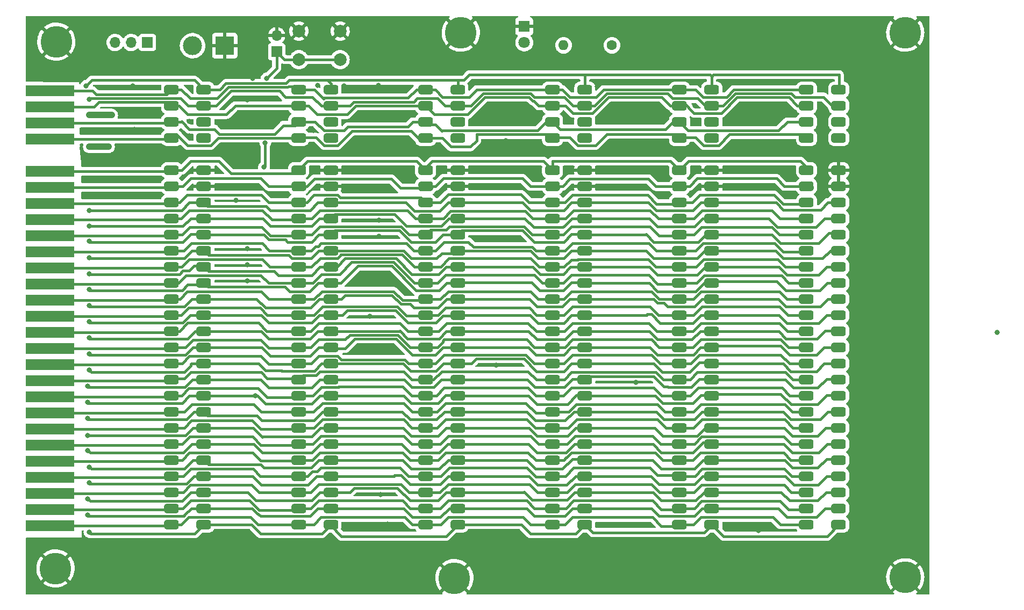
<source format=gbr>
%TF.GenerationSoftware,KiCad,Pcbnew,6.0.2+dfsg-1*%
%TF.CreationDate,2022-12-14T15:09:20+00:00*%
%TF.ProjectId,Backplane,4261636b-706c-4616-9e65-2e6b69636164,1*%
%TF.SameCoordinates,Original*%
%TF.FileFunction,Copper,L1,Top*%
%TF.FilePolarity,Positive*%
%FSLAX46Y46*%
G04 Gerber Fmt 4.6, Leading zero omitted, Abs format (unit mm)*
G04 Created by KiCad (PCBNEW 6.0.2+dfsg-1) date 2022-12-14 15:09:20*
%MOMM*%
%LPD*%
G01*
G04 APERTURE LIST*
G04 Aperture macros list*
%AMRoundRect*
0 Rectangle with rounded corners*
0 $1 Rounding radius*
0 $2 $3 $4 $5 $6 $7 $8 $9 X,Y pos of 4 corners*
0 Add a 4 corners polygon primitive as box body*
4,1,4,$2,$3,$4,$5,$6,$7,$8,$9,$2,$3,0*
0 Add four circle primitives for the rounded corners*
1,1,$1+$1,$2,$3*
1,1,$1+$1,$4,$5*
1,1,$1+$1,$6,$7*
1,1,$1+$1,$8,$9*
0 Add four rect primitives between the rounded corners*
20,1,$1+$1,$2,$3,$4,$5,0*
20,1,$1+$1,$4,$5,$6,$7,0*
20,1,$1+$1,$6,$7,$8,$9,0*
20,1,$1+$1,$8,$9,$2,$3,0*%
G04 Aperture macros list end*
%TA.AperFunction,ConnectorPad*%
%ADD10R,7.620000X1.780000*%
%TD*%
%TA.AperFunction,ComponentPad*%
%ADD11RoundRect,0.381000X-0.762000X-0.381000X0.762000X-0.381000X0.762000X0.381000X-0.762000X0.381000X0*%
%TD*%
%TA.AperFunction,ComponentPad*%
%ADD12RoundRect,0.381000X0.762000X0.381000X-0.762000X0.381000X-0.762000X-0.381000X0.762000X-0.381000X0*%
%TD*%
%TA.AperFunction,ComponentPad*%
%ADD13RoundRect,0.381000X-0.755235X-0.394241X0.768533X-0.367643X0.755235X0.394241X-0.768533X0.367643X0*%
%TD*%
%TA.AperFunction,ComponentPad*%
%ADD14C,2.000000*%
%TD*%
%TA.AperFunction,ComponentPad*%
%ADD15C,5.000000*%
%TD*%
%TA.AperFunction,ComponentPad*%
%ADD16C,1.600000*%
%TD*%
%TA.AperFunction,ComponentPad*%
%ADD17O,1.600000X1.600000*%
%TD*%
%TA.AperFunction,ComponentPad*%
%ADD18R,1.700000X1.700000*%
%TD*%
%TA.AperFunction,ComponentPad*%
%ADD19O,1.700000X1.700000*%
%TD*%
%TA.AperFunction,ComponentPad*%
%ADD20R,3.000000X3.000000*%
%TD*%
%TA.AperFunction,ComponentPad*%
%ADD21C,3.000000*%
%TD*%
%TA.AperFunction,ComponentPad*%
%ADD22R,1.800000X1.800000*%
%TD*%
%TA.AperFunction,ComponentPad*%
%ADD23C,1.800000*%
%TD*%
%TA.AperFunction,ViaPad*%
%ADD24C,0.800000*%
%TD*%
%TA.AperFunction,Conductor*%
%ADD25C,0.400000*%
%TD*%
%TA.AperFunction,Conductor*%
%ADD26C,1.000000*%
%TD*%
G04 APERTURE END LIST*
D10*
%TO.P,U1,U1,A15*%
%TO.N,/A15*%
X41275000Y-58166000D03*
%TO.P,U1,U2,A13*%
%TO.N,/A13*%
X41275000Y-60706000D03*
%TO.P,U1,U3,D7*%
%TO.N,/D7*%
X41275000Y-63246000D03*
%TO.P,U1,U4,NC*%
%TO.N,/NC*%
X41275000Y-65786000D03*
%TO.P,U1,U6,D0*%
%TO.N,/D0*%
X41275000Y-70866000D03*
%TO.P,U1,U7,D1*%
%TO.N,/D1*%
X41275000Y-73406000D03*
%TO.P,U1,U8,D2*%
%TO.N,/D2*%
X41275000Y-75946000D03*
%TO.P,U1,U9,D6*%
%TO.N,/D6*%
X41275000Y-78486000D03*
%TO.P,U1,U10,D5*%
%TO.N,/D5*%
X41275000Y-81026000D03*
%TO.P,U1,U11,D3*%
%TO.N,/D3*%
X41275000Y-83566000D03*
%TO.P,U1,U12,D4*%
%TO.N,/D4*%
X41275000Y-86106000D03*
%TO.P,U1,U13,/INT*%
%TO.N,/{slash}INT*%
X41275000Y-88646000D03*
%TO.P,U1,U14,/NMI*%
%TO.N,/{slash}NMI*%
X41275000Y-91186000D03*
%TO.P,U1,U15,/HALT*%
%TO.N,/{slash}HALT*%
X41275000Y-93726000D03*
%TO.P,U1,U16,/MREQ*%
%TO.N,/{slash}MREQ*%
X41275000Y-96266000D03*
%TO.P,U1,U17,/IORQ*%
%TO.N,/{slash}IORQ*%
X41275000Y-98806000D03*
%TO.P,U1,U18,/RD*%
%TO.N,/{slash}RD*%
X41275000Y-101346000D03*
%TO.P,U1,U19,/WR*%
%TO.N,/{slash}WR*%
X41275000Y-103886000D03*
%TO.P,U1,U20,-5v*%
%TO.N,/-5V*%
X41275000Y-106426000D03*
%TO.P,U1,U21,/WAIT*%
%TO.N,/{slash}WAIT*%
X41275000Y-108966000D03*
%TO.P,U1,U22,+12V*%
%TO.N,/+12V*%
X41275000Y-111506000D03*
%TO.P,U1,U23,+12V_UR*%
%TO.N,/-12V*%
X41275000Y-114046000D03*
%TO.P,U1,U24,/M1*%
%TO.N,/{slash}M1*%
X41275000Y-116586000D03*
%TO.P,U1,U25,/RFSH*%
%TO.N,/{slash}RFSH*%
X41275000Y-119126000D03*
%TO.P,U1,U26,A8*%
%TO.N,/A8*%
X41275000Y-121666000D03*
%TO.P,U1,U27,A10*%
%TO.N,/A10*%
X41275000Y-124206000D03*
%TO.P,U1,U28,NC2*%
%TO.N,/NC2*%
X41275000Y-126746000D03*
%TD*%
D11*
%TO.P,U5,B1,A14*%
%TO.N,/A14*%
X145540000Y-57980000D03*
D12*
%TO.P,U5,B2,A12*%
%TO.N,/A12*%
X145540000Y-60520000D03*
D11*
%TO.P,U5,B3,+5V*%
%TO.N,/+5V*%
X145540000Y-63060000D03*
%TO.P,U5,B4,+9v*%
%TO.N,/+9V*%
X145540000Y-65600000D03*
%TO.P,U5,B6,0v*%
%TO.N,GND*%
X145540000Y-70680000D03*
%TO.P,U5,B7,0v*%
X145540000Y-73220000D03*
%TO.P,U5,B8,Clk*%
%TO.N,/Clk*%
X145540000Y-75760000D03*
%TO.P,U5,B9,A0*%
%TO.N,/A0*%
X145540000Y-78300000D03*
%TO.P,U5,B10,A1*%
%TO.N,/A1*%
X145540000Y-80840000D03*
%TO.P,U5,B11,A2*%
%TO.N,/A2*%
X145540000Y-83380000D03*
%TO.P,U5,B12,A3*%
%TO.N,/A3*%
X145540000Y-85920000D03*
%TO.P,U5,B13,/IORQGE*%
%TO.N,/IORQGE*%
X145540000Y-88460000D03*
%TO.P,U5,B14,0v*%
%TO.N,/0V1*%
X145540000Y-91000000D03*
%TO.P,U5,B15,Video*%
%TO.N,/Video*%
X145540000Y-93540000D03*
%TO.P,U5,B16,/Y*%
%TO.N,/Y*%
X145540000Y-96080000D03*
%TO.P,U5,B17,U*%
%TO.N,/U*%
X145540000Y-98620000D03*
%TO.P,U5,B18,V*%
%TO.N,/V*%
X145540000Y-101160000D03*
%TO.P,U5,B19,/BUSRQ*%
%TO.N,/{slash}BUSRQ*%
X145540000Y-103700000D03*
%TO.P,U5,B20,/RESET*%
%TO.N,/{slash}RESET*%
X145540000Y-106240000D03*
%TO.P,U5,B21,A7*%
%TO.N,/A7*%
X145540000Y-108780000D03*
%TO.P,U5,B22,A6*%
%TO.N,/A6*%
X145540000Y-111320000D03*
%TO.P,U5,B23,A5*%
%TO.N,/A5*%
X145540000Y-113860000D03*
%TO.P,U5,B24,A4*%
%TO.N,/A4*%
X145540000Y-116400000D03*
%TO.P,U5,B25,/ROMCS*%
%TO.N,/{slash}ROMCS*%
X145540000Y-118940000D03*
%TO.P,U5,B26,/BusAK*%
%TO.N,/{slash}BUSAK*%
X145540000Y-121480000D03*
%TO.P,U5,B27,A9*%
%TO.N,/A9*%
X145540000Y-124020000D03*
%TO.P,U5,B28,A11*%
%TO.N,/A11*%
X145540000Y-126560000D03*
%TO.P,U5,U1,A15*%
%TO.N,/A15*%
X140460000Y-57980000D03*
%TO.P,U5,U2,A13*%
%TO.N,/A13*%
X140460000Y-60520000D03*
%TO.P,U5,U3,D7*%
%TO.N,/D7*%
X140460000Y-63060000D03*
%TO.P,U5,U4,NC*%
%TO.N,/NC*%
X140460000Y-65600000D03*
%TO.P,U5,U6,D0*%
%TO.N,/D0*%
X140460000Y-70680000D03*
D13*
%TO.P,U5,U7,D1*%
%TO.N,/D1*%
X140460000Y-73220000D03*
D11*
%TO.P,U5,U8,D2*%
%TO.N,/D2*%
X140460000Y-75760000D03*
%TO.P,U5,U9,D6*%
%TO.N,/D6*%
X140460000Y-78300000D03*
%TO.P,U5,U10,D5*%
%TO.N,/D5*%
X140460000Y-80840000D03*
%TO.P,U5,U11,D3*%
%TO.N,/D3*%
X140460000Y-83380000D03*
%TO.P,U5,U12,D4*%
%TO.N,/D4*%
X140460000Y-85920000D03*
%TO.P,U5,U13,/INT*%
%TO.N,/{slash}INT*%
X140460000Y-88460000D03*
%TO.P,U5,U14,/NMI*%
%TO.N,/{slash}NMI*%
X140460000Y-91000000D03*
%TO.P,U5,U15,/HALT*%
%TO.N,/{slash}HALT*%
X140460000Y-93540000D03*
%TO.P,U5,U16,/MREQ*%
%TO.N,/{slash}MREQ*%
X140460000Y-96080000D03*
%TO.P,U5,U17,/IORQ*%
%TO.N,/{slash}IORQ*%
X140460000Y-98620000D03*
%TO.P,U5,U18,/RD*%
%TO.N,/{slash}RD*%
X140460000Y-101160000D03*
%TO.P,U5,U19,/WR*%
%TO.N,/{slash}WR*%
X140460000Y-103700000D03*
%TO.P,U5,U20,-5v*%
%TO.N,/-5V*%
X140460000Y-106240000D03*
%TO.P,U5,U21,/WAIT*%
%TO.N,/{slash}WAIT*%
X140460000Y-108780000D03*
%TO.P,U5,U22,+12V*%
%TO.N,/+12V*%
X140460000Y-111320000D03*
%TO.P,U5,U23,+12V_UR*%
%TO.N,/-12V*%
X140460000Y-113860000D03*
%TO.P,U5,U24,/M1*%
%TO.N,/{slash}M1*%
X140460000Y-116400000D03*
%TO.P,U5,U25,/RFSH*%
%TO.N,/{slash}RFSH*%
X140460000Y-118940000D03*
%TO.P,U5,U26,A8*%
%TO.N,/A8*%
X140460000Y-121480000D03*
%TO.P,U5,U27,A10*%
%TO.N,/A10*%
X140460000Y-124020000D03*
%TO.P,U5,U28,NC2*%
%TO.N,/NC2*%
X140460000Y-126560000D03*
%TD*%
D14*
%TO.P,SW1,1,1*%
%TO.N,/{slash}RESET*%
X87000000Y-53250000D03*
X80500000Y-53250000D03*
%TO.P,SW1,2,2*%
%TO.N,GND*%
X87000000Y-48750000D03*
X80500000Y-48750000D03*
%TD*%
D11*
%TO.P,U6,B1,A14*%
%TO.N,/A14*%
X105540000Y-57980000D03*
D12*
%TO.P,U6,B2,A12*%
%TO.N,/A12*%
X105540000Y-60520000D03*
D11*
%TO.P,U6,B3,+5V*%
%TO.N,/+5V*%
X105540000Y-63060000D03*
%TO.P,U6,B4,+9v*%
%TO.N,/+9V*%
X105540000Y-65600000D03*
%TO.P,U6,B6,0v*%
%TO.N,GND*%
X105540000Y-70680000D03*
%TO.P,U6,B7,0v*%
X105540000Y-73220000D03*
%TO.P,U6,B8,Clk*%
%TO.N,/Clk*%
X105540000Y-75760000D03*
%TO.P,U6,B9,A0*%
%TO.N,/A0*%
X105540000Y-78300000D03*
%TO.P,U6,B10,A1*%
%TO.N,/A1*%
X105540000Y-80840000D03*
%TO.P,U6,B11,A2*%
%TO.N,/A2*%
X105540000Y-83380000D03*
%TO.P,U6,B12,A3*%
%TO.N,/A3*%
X105540000Y-85920000D03*
%TO.P,U6,B13,/IORQGE*%
%TO.N,/IORQGE*%
X105540000Y-88460000D03*
%TO.P,U6,B14,0v*%
%TO.N,/0V1*%
X105540000Y-91000000D03*
%TO.P,U6,B15,Video*%
%TO.N,/Video*%
X105540000Y-93540000D03*
%TO.P,U6,B16,/Y*%
%TO.N,/Y*%
X105540000Y-96080000D03*
%TO.P,U6,B17,U*%
%TO.N,/U*%
X105540000Y-98620000D03*
%TO.P,U6,B18,V*%
%TO.N,/V*%
X105540000Y-101160000D03*
%TO.P,U6,B19,/BUSRQ*%
%TO.N,/{slash}BUSRQ*%
X105540000Y-103700000D03*
%TO.P,U6,B20,/RESET*%
%TO.N,/{slash}RESET*%
X105540000Y-106240000D03*
%TO.P,U6,B21,A7*%
%TO.N,/A7*%
X105540000Y-108780000D03*
%TO.P,U6,B22,A6*%
%TO.N,/A6*%
X105540000Y-111320000D03*
%TO.P,U6,B23,A5*%
%TO.N,/A5*%
X105540000Y-113860000D03*
%TO.P,U6,B24,A4*%
%TO.N,/A4*%
X105540000Y-116400000D03*
%TO.P,U6,B25,/ROMCS*%
%TO.N,/{slash}ROMCS*%
X105540000Y-118940000D03*
%TO.P,U6,B26,/BusAK*%
%TO.N,/{slash}BUSAK*%
X105540000Y-121480000D03*
%TO.P,U6,B27,A9*%
%TO.N,/A9*%
X105540000Y-124020000D03*
%TO.P,U6,B28,A11*%
%TO.N,/A11*%
X105540000Y-126560000D03*
%TO.P,U6,U1,A15*%
%TO.N,/A15*%
X100460000Y-57980000D03*
%TO.P,U6,U2,A13*%
%TO.N,/A13*%
X100460000Y-60520000D03*
%TO.P,U6,U3,D7*%
%TO.N,/D7*%
X100460000Y-63060000D03*
%TO.P,U6,U4,NC*%
%TO.N,/NC*%
X100460000Y-65600000D03*
%TO.P,U6,U6,D0*%
%TO.N,/D0*%
X100460000Y-70680000D03*
D13*
%TO.P,U6,U7,D1*%
%TO.N,/D1*%
X100460000Y-73220000D03*
D11*
%TO.P,U6,U8,D2*%
%TO.N,/D2*%
X100460000Y-75760000D03*
%TO.P,U6,U9,D6*%
%TO.N,/D6*%
X100460000Y-78300000D03*
%TO.P,U6,U10,D5*%
%TO.N,/D5*%
X100460000Y-80840000D03*
%TO.P,U6,U11,D3*%
%TO.N,/D3*%
X100460000Y-83380000D03*
%TO.P,U6,U12,D4*%
%TO.N,/D4*%
X100460000Y-85920000D03*
%TO.P,U6,U13,/INT*%
%TO.N,/{slash}INT*%
X100460000Y-88460000D03*
%TO.P,U6,U14,/NMI*%
%TO.N,/{slash}NMI*%
X100460000Y-91000000D03*
%TO.P,U6,U15,/HALT*%
%TO.N,/{slash}HALT*%
X100460000Y-93540000D03*
%TO.P,U6,U16,/MREQ*%
%TO.N,/{slash}MREQ*%
X100460000Y-96080000D03*
%TO.P,U6,U17,/IORQ*%
%TO.N,/{slash}IORQ*%
X100460000Y-98620000D03*
%TO.P,U6,U18,/RD*%
%TO.N,/{slash}RD*%
X100460000Y-101160000D03*
%TO.P,U6,U19,/WR*%
%TO.N,/{slash}WR*%
X100460000Y-103700000D03*
%TO.P,U6,U20,-5v*%
%TO.N,/-5V*%
X100460000Y-106240000D03*
%TO.P,U6,U21,/WAIT*%
%TO.N,/{slash}WAIT*%
X100460000Y-108780000D03*
%TO.P,U6,U22,+12V*%
%TO.N,/+12V*%
X100460000Y-111320000D03*
%TO.P,U6,U23,+12V_UR*%
%TO.N,/-12V*%
X100460000Y-113860000D03*
%TO.P,U6,U24,/M1*%
%TO.N,/{slash}M1*%
X100460000Y-116400000D03*
%TO.P,U6,U25,/RFSH*%
%TO.N,/{slash}RFSH*%
X100460000Y-118940000D03*
%TO.P,U6,U26,A8*%
%TO.N,/A8*%
X100460000Y-121480000D03*
%TO.P,U6,U27,A10*%
%TO.N,/A10*%
X100460000Y-124020000D03*
%TO.P,U6,U28,NC2*%
%TO.N,/NC2*%
X100460000Y-126560000D03*
%TD*%
D15*
%TO.P,H2,1,1*%
%TO.N,GND*%
X42164000Y-133477000D03*
%TD*%
D16*
%TO.P,R1,1*%
%TO.N,/+5V*%
X129810000Y-51000000D03*
D17*
%TO.P,R1,2*%
%TO.N,Net-(D1-Pad2)*%
X122190000Y-51000000D03*
%TD*%
D11*
%TO.P,U2,B1,A14*%
%TO.N,/A14*%
X125540000Y-57980000D03*
D12*
%TO.P,U2,B2,A12*%
%TO.N,/A12*%
X125540000Y-60520000D03*
D11*
%TO.P,U2,B3,+5V*%
%TO.N,/+5V*%
X125540000Y-63060000D03*
%TO.P,U2,B4,+9v*%
%TO.N,/+9V*%
X125540000Y-65600000D03*
%TO.P,U2,B6,0v*%
%TO.N,GND*%
X125540000Y-70680000D03*
%TO.P,U2,B7,0v*%
X125540000Y-73220000D03*
%TO.P,U2,B8,Clk*%
%TO.N,/Clk*%
X125540000Y-75760000D03*
%TO.P,U2,B9,A0*%
%TO.N,/A0*%
X125540000Y-78300000D03*
%TO.P,U2,B10,A1*%
%TO.N,/A1*%
X125540000Y-80840000D03*
%TO.P,U2,B11,A2*%
%TO.N,/A2*%
X125540000Y-83380000D03*
%TO.P,U2,B12,A3*%
%TO.N,/A3*%
X125540000Y-85920000D03*
%TO.P,U2,B13,/IORQGE*%
%TO.N,/IORQGE*%
X125540000Y-88460000D03*
%TO.P,U2,B14,0v*%
%TO.N,/0V1*%
X125540000Y-91000000D03*
%TO.P,U2,B15,Video*%
%TO.N,/Video*%
X125540000Y-93540000D03*
%TO.P,U2,B16,/Y*%
%TO.N,/Y*%
X125540000Y-96080000D03*
%TO.P,U2,B17,U*%
%TO.N,/U*%
X125540000Y-98620000D03*
%TO.P,U2,B18,V*%
%TO.N,/V*%
X125540000Y-101160000D03*
%TO.P,U2,B19,/BUSRQ*%
%TO.N,/{slash}BUSRQ*%
X125540000Y-103700000D03*
%TO.P,U2,B20,/RESET*%
%TO.N,/{slash}RESET*%
X125540000Y-106240000D03*
%TO.P,U2,B21,A7*%
%TO.N,/A7*%
X125540000Y-108780000D03*
%TO.P,U2,B22,A6*%
%TO.N,/A6*%
X125540000Y-111320000D03*
%TO.P,U2,B23,A5*%
%TO.N,/A5*%
X125540000Y-113860000D03*
%TO.P,U2,B24,A4*%
%TO.N,/A4*%
X125540000Y-116400000D03*
%TO.P,U2,B25,/ROMCS*%
%TO.N,/{slash}ROMCS*%
X125540000Y-118940000D03*
%TO.P,U2,B26,/BusAK*%
%TO.N,/{slash}BUSAK*%
X125540000Y-121480000D03*
%TO.P,U2,B27,A9*%
%TO.N,/A9*%
X125540000Y-124020000D03*
%TO.P,U2,B28,A11*%
%TO.N,/A11*%
X125540000Y-126560000D03*
%TO.P,U2,U1,A15*%
%TO.N,/A15*%
X120460000Y-57980000D03*
%TO.P,U2,U2,A13*%
%TO.N,/A13*%
X120460000Y-60520000D03*
%TO.P,U2,U3,D7*%
%TO.N,/D7*%
X120460000Y-63060000D03*
%TO.P,U2,U4,NC*%
%TO.N,/NC*%
X120460000Y-65600000D03*
%TO.P,U2,U6,D0*%
%TO.N,/D0*%
X120460000Y-70680000D03*
D13*
%TO.P,U2,U7,D1*%
%TO.N,/D1*%
X120460000Y-73220000D03*
D11*
%TO.P,U2,U8,D2*%
%TO.N,/D2*%
X120460000Y-75760000D03*
%TO.P,U2,U9,D6*%
%TO.N,/D6*%
X120460000Y-78300000D03*
%TO.P,U2,U10,D5*%
%TO.N,/D5*%
X120460000Y-80840000D03*
%TO.P,U2,U11,D3*%
%TO.N,/D3*%
X120460000Y-83380000D03*
%TO.P,U2,U12,D4*%
%TO.N,/D4*%
X120460000Y-85920000D03*
%TO.P,U2,U13,/INT*%
%TO.N,/{slash}INT*%
X120460000Y-88460000D03*
%TO.P,U2,U14,/NMI*%
%TO.N,/{slash}NMI*%
X120460000Y-91000000D03*
%TO.P,U2,U15,/HALT*%
%TO.N,/{slash}HALT*%
X120460000Y-93540000D03*
%TO.P,U2,U16,/MREQ*%
%TO.N,/{slash}MREQ*%
X120460000Y-96080000D03*
%TO.P,U2,U17,/IORQ*%
%TO.N,/{slash}IORQ*%
X120460000Y-98620000D03*
%TO.P,U2,U18,/RD*%
%TO.N,/{slash}RD*%
X120460000Y-101160000D03*
%TO.P,U2,U19,/WR*%
%TO.N,/{slash}WR*%
X120460000Y-103700000D03*
%TO.P,U2,U20,-5v*%
%TO.N,/-5V*%
X120460000Y-106240000D03*
%TO.P,U2,U21,/WAIT*%
%TO.N,/{slash}WAIT*%
X120460000Y-108780000D03*
%TO.P,U2,U22,+12V*%
%TO.N,/+12V*%
X120460000Y-111320000D03*
%TO.P,U2,U23,+12V_UR*%
%TO.N,/-12V*%
X120460000Y-113860000D03*
%TO.P,U2,U24,/M1*%
%TO.N,/{slash}M1*%
X120460000Y-116400000D03*
%TO.P,U2,U25,/RFSH*%
%TO.N,/{slash}RFSH*%
X120460000Y-118940000D03*
%TO.P,U2,U26,A8*%
%TO.N,/A8*%
X120460000Y-121480000D03*
%TO.P,U2,U27,A10*%
%TO.N,/A10*%
X120460000Y-124020000D03*
%TO.P,U2,U28,NC2*%
%TO.N,/NC2*%
X120460000Y-126560000D03*
%TD*%
D15*
%TO.P,H4,1,1*%
%TO.N,GND*%
X105000000Y-135000000D03*
%TD*%
D18*
%TO.P,J3,1,Pin_1*%
%TO.N,/{slash}RESET*%
X77000000Y-52000000D03*
D19*
%TO.P,J3,2,Pin_2*%
%TO.N,GND*%
X77000000Y-49460000D03*
%TD*%
D15*
%TO.P,H1,1,1*%
%TO.N,GND*%
X106000000Y-49000000D03*
%TD*%
D18*
%TO.P,J2,1,Pin_1*%
%TO.N,Net-(J1-Pad2)*%
X56642000Y-50546000D03*
D19*
%TO.P,J2,2,Pin_2*%
%TO.N,/+5V*%
X54102000Y-50546000D03*
%TO.P,J2,3,Pin_3*%
%TO.N,Net-(J2-Pad3)*%
X51562000Y-50546000D03*
%TD*%
D20*
%TO.P,J1,1,Pin_1*%
%TO.N,GND*%
X68834000Y-51054000D03*
D21*
%TO.P,J1,2,Pin_2*%
%TO.N,Net-(J1-Pad2)*%
X63754000Y-51054000D03*
%TD*%
D22*
%TO.P,D1,1,K*%
%TO.N,GND*%
X116000000Y-48000000D03*
D23*
%TO.P,D1,2,A*%
%TO.N,Net-(D1-Pad2)*%
X116000000Y-50540000D03*
%TD*%
D11*
%TO.P,U3,B1,A14*%
%TO.N,/A14*%
X165540000Y-57980000D03*
D12*
%TO.P,U3,B2,A12*%
%TO.N,/A12*%
X165540000Y-60520000D03*
D11*
%TO.P,U3,B3,+5V*%
%TO.N,/+5V*%
X165540000Y-63060000D03*
%TO.P,U3,B4,+9v*%
%TO.N,/+9V*%
X165540000Y-65600000D03*
%TO.P,U3,B6,0v*%
%TO.N,GND*%
X165540000Y-70680000D03*
%TO.P,U3,B7,0v*%
X165540000Y-73220000D03*
%TO.P,U3,B8,Clk*%
%TO.N,/Clk*%
X165540000Y-75760000D03*
%TO.P,U3,B9,A0*%
%TO.N,/A0*%
X165540000Y-78300000D03*
%TO.P,U3,B10,A1*%
%TO.N,/A1*%
X165540000Y-80840000D03*
%TO.P,U3,B11,A2*%
%TO.N,/A2*%
X165540000Y-83380000D03*
%TO.P,U3,B12,A3*%
%TO.N,/A3*%
X165540000Y-85920000D03*
%TO.P,U3,B13,/IORQGE*%
%TO.N,/IORQGE*%
X165540000Y-88460000D03*
%TO.P,U3,B14,0v*%
%TO.N,/0V1*%
X165540000Y-91000000D03*
%TO.P,U3,B15,Video*%
%TO.N,/Video*%
X165540000Y-93540000D03*
%TO.P,U3,B16,/Y*%
%TO.N,/Y*%
X165540000Y-96080000D03*
%TO.P,U3,B17,U*%
%TO.N,/U*%
X165540000Y-98620000D03*
%TO.P,U3,B18,V*%
%TO.N,/V*%
X165540000Y-101160000D03*
%TO.P,U3,B19,/BUSRQ*%
%TO.N,/{slash}BUSRQ*%
X165540000Y-103700000D03*
%TO.P,U3,B20,/RESET*%
%TO.N,/{slash}RESET*%
X165540000Y-106240000D03*
%TO.P,U3,B21,A7*%
%TO.N,/A7*%
X165540000Y-108780000D03*
%TO.P,U3,B22,A6*%
%TO.N,/A6*%
X165540000Y-111320000D03*
%TO.P,U3,B23,A5*%
%TO.N,/A5*%
X165540000Y-113860000D03*
%TO.P,U3,B24,A4*%
%TO.N,/A4*%
X165540000Y-116400000D03*
%TO.P,U3,B25,/ROMCS*%
%TO.N,/{slash}ROMCS*%
X165540000Y-118940000D03*
%TO.P,U3,B26,/BusAK*%
%TO.N,/{slash}BUSAK*%
X165540000Y-121480000D03*
%TO.P,U3,B27,A9*%
%TO.N,/A9*%
X165540000Y-124020000D03*
%TO.P,U3,B28,A11*%
%TO.N,/A11*%
X165540000Y-126560000D03*
%TO.P,U3,U1,A15*%
%TO.N,/A15*%
X160460000Y-57980000D03*
%TO.P,U3,U2,A13*%
%TO.N,/A13*%
X160460000Y-60520000D03*
%TO.P,U3,U3,D7*%
%TO.N,/D7*%
X160460000Y-63060000D03*
%TO.P,U3,U4,NC*%
%TO.N,/NC*%
X160460000Y-65600000D03*
%TO.P,U3,U6,D0*%
%TO.N,/D0*%
X160460000Y-70680000D03*
D13*
%TO.P,U3,U7,D1*%
%TO.N,/D1*%
X160460000Y-73220000D03*
D11*
%TO.P,U3,U8,D2*%
%TO.N,/D2*%
X160460000Y-75760000D03*
%TO.P,U3,U9,D6*%
%TO.N,/D6*%
X160460000Y-78300000D03*
%TO.P,U3,U10,D5*%
%TO.N,/D5*%
X160460000Y-80840000D03*
%TO.P,U3,U11,D3*%
%TO.N,/D3*%
X160460000Y-83380000D03*
%TO.P,U3,U12,D4*%
%TO.N,/D4*%
X160460000Y-85920000D03*
%TO.P,U3,U13,/INT*%
%TO.N,/{slash}INT*%
X160460000Y-88460000D03*
%TO.P,U3,U14,/NMI*%
%TO.N,/{slash}NMI*%
X160460000Y-91000000D03*
%TO.P,U3,U15,/HALT*%
%TO.N,/{slash}HALT*%
X160460000Y-93540000D03*
%TO.P,U3,U16,/MREQ*%
%TO.N,/{slash}MREQ*%
X160460000Y-96080000D03*
%TO.P,U3,U17,/IORQ*%
%TO.N,/{slash}IORQ*%
X160460000Y-98620000D03*
%TO.P,U3,U18,/RD*%
%TO.N,/{slash}RD*%
X160460000Y-101160000D03*
%TO.P,U3,U19,/WR*%
%TO.N,/{slash}WR*%
X160460000Y-103700000D03*
%TO.P,U3,U20,-5v*%
%TO.N,/-5V*%
X160460000Y-106240000D03*
%TO.P,U3,U21,/WAIT*%
%TO.N,/{slash}WAIT*%
X160460000Y-108780000D03*
%TO.P,U3,U22,+12V*%
%TO.N,/+12V*%
X160460000Y-111320000D03*
%TO.P,U3,U23,+12V_UR*%
%TO.N,/-12V*%
X160460000Y-113860000D03*
%TO.P,U3,U24,/M1*%
%TO.N,/{slash}M1*%
X160460000Y-116400000D03*
%TO.P,U3,U25,/RFSH*%
%TO.N,/{slash}RFSH*%
X160460000Y-118940000D03*
%TO.P,U3,U26,A8*%
%TO.N,/A8*%
X160460000Y-121480000D03*
%TO.P,U3,U27,A10*%
%TO.N,/A10*%
X160460000Y-124020000D03*
%TO.P,U3,U28,NC2*%
%TO.N,/NC2*%
X160460000Y-126560000D03*
%TD*%
D15*
%TO.P,H5,1,1*%
%TO.N,GND*%
X176000000Y-134874000D03*
%TD*%
%TO.P,H6,1,1*%
%TO.N,GND*%
X176000000Y-49000000D03*
%TD*%
D11*
%TO.P,U9,B1,A14*%
%TO.N,/A14*%
X85540000Y-57980000D03*
D12*
%TO.P,U9,B2,A12*%
%TO.N,/A12*%
X85540000Y-60520000D03*
D11*
%TO.P,U9,B3,+5V*%
%TO.N,/+5V*%
X85540000Y-63060000D03*
%TO.P,U9,B4,+9v*%
%TO.N,/+9V*%
X85540000Y-65600000D03*
%TO.P,U9,B6,0v*%
%TO.N,GND*%
X85540000Y-70680000D03*
%TO.P,U9,B7,0v*%
X85540000Y-73220000D03*
%TO.P,U9,B8,Clk*%
%TO.N,/Clk*%
X85540000Y-75760000D03*
%TO.P,U9,B9,A0*%
%TO.N,/A0*%
X85540000Y-78300000D03*
%TO.P,U9,B10,A1*%
%TO.N,/A1*%
X85540000Y-80840000D03*
%TO.P,U9,B11,A2*%
%TO.N,/A2*%
X85540000Y-83380000D03*
%TO.P,U9,B12,A3*%
%TO.N,/A3*%
X85540000Y-85920000D03*
%TO.P,U9,B13,/IORQGE*%
%TO.N,/IORQGE*%
X85540000Y-88460000D03*
%TO.P,U9,B14,0v*%
%TO.N,/0V1*%
X85540000Y-91000000D03*
%TO.P,U9,B15,Video*%
%TO.N,/Video*%
X85540000Y-93540000D03*
%TO.P,U9,B16,/Y*%
%TO.N,/Y*%
X85540000Y-96080000D03*
%TO.P,U9,B17,U*%
%TO.N,/U*%
X85540000Y-98620000D03*
%TO.P,U9,B18,V*%
%TO.N,/V*%
X85540000Y-101160000D03*
%TO.P,U9,B19,/BUSRQ*%
%TO.N,/{slash}BUSRQ*%
X85540000Y-103700000D03*
%TO.P,U9,B20,/RESET*%
%TO.N,/{slash}RESET*%
X85540000Y-106240000D03*
%TO.P,U9,B21,A7*%
%TO.N,/A7*%
X85540000Y-108780000D03*
%TO.P,U9,B22,A6*%
%TO.N,/A6*%
X85540000Y-111320000D03*
%TO.P,U9,B23,A5*%
%TO.N,/A5*%
X85540000Y-113860000D03*
%TO.P,U9,B24,A4*%
%TO.N,/A4*%
X85540000Y-116400000D03*
%TO.P,U9,B25,/ROMCS*%
%TO.N,/{slash}ROMCS*%
X85540000Y-118940000D03*
%TO.P,U9,B26,/BusAK*%
%TO.N,/{slash}BUSAK*%
X85540000Y-121480000D03*
%TO.P,U9,B27,A9*%
%TO.N,/A9*%
X85540000Y-124020000D03*
%TO.P,U9,B28,A11*%
%TO.N,/A11*%
X85540000Y-126560000D03*
%TO.P,U9,U1,A15*%
%TO.N,/A15*%
X80460000Y-57980000D03*
%TO.P,U9,U2,A13*%
%TO.N,/A13*%
X80460000Y-60520000D03*
%TO.P,U9,U3,D7*%
%TO.N,/D7*%
X80460000Y-63060000D03*
%TO.P,U9,U4,NC*%
%TO.N,/NC*%
X80460000Y-65600000D03*
%TO.P,U9,U6,D0*%
%TO.N,/D0*%
X80460000Y-70680000D03*
D13*
%TO.P,U9,U7,D1*%
%TO.N,/D1*%
X80460000Y-73220000D03*
D11*
%TO.P,U9,U8,D2*%
%TO.N,/D2*%
X80460000Y-75760000D03*
%TO.P,U9,U9,D6*%
%TO.N,/D6*%
X80460000Y-78300000D03*
%TO.P,U9,U10,D5*%
%TO.N,/D5*%
X80460000Y-80840000D03*
%TO.P,U9,U11,D3*%
%TO.N,/D3*%
X80460000Y-83380000D03*
%TO.P,U9,U12,D4*%
%TO.N,/D4*%
X80460000Y-85920000D03*
%TO.P,U9,U13,/INT*%
%TO.N,/{slash}INT*%
X80460000Y-88460000D03*
%TO.P,U9,U14,/NMI*%
%TO.N,/{slash}NMI*%
X80460000Y-91000000D03*
%TO.P,U9,U15,/HALT*%
%TO.N,/{slash}HALT*%
X80460000Y-93540000D03*
%TO.P,U9,U16,/MREQ*%
%TO.N,/{slash}MREQ*%
X80460000Y-96080000D03*
%TO.P,U9,U17,/IORQ*%
%TO.N,/{slash}IORQ*%
X80460000Y-98620000D03*
%TO.P,U9,U18,/RD*%
%TO.N,/{slash}RD*%
X80460000Y-101160000D03*
%TO.P,U9,U19,/WR*%
%TO.N,/{slash}WR*%
X80460000Y-103700000D03*
%TO.P,U9,U20,-5v*%
%TO.N,/-5V*%
X80460000Y-106240000D03*
%TO.P,U9,U21,/WAIT*%
%TO.N,/{slash}WAIT*%
X80460000Y-108780000D03*
%TO.P,U9,U22,+12V*%
%TO.N,/+12V*%
X80460000Y-111320000D03*
%TO.P,U9,U23,+12V_UR*%
%TO.N,/-12V*%
X80460000Y-113860000D03*
%TO.P,U9,U24,/M1*%
%TO.N,/{slash}M1*%
X80460000Y-116400000D03*
%TO.P,U9,U25,/RFSH*%
%TO.N,/{slash}RFSH*%
X80460000Y-118940000D03*
%TO.P,U9,U26,A8*%
%TO.N,/A8*%
X80460000Y-121480000D03*
%TO.P,U9,U27,A10*%
%TO.N,/A10*%
X80460000Y-124020000D03*
%TO.P,U9,U28,NC2*%
%TO.N,/NC2*%
X80460000Y-126560000D03*
%TD*%
D15*
%TO.P,H3,1,1*%
%TO.N,GND*%
X42291000Y-50419000D03*
%TD*%
D11*
%TO.P,U4,B1,A14*%
%TO.N,/A14*%
X65540000Y-57980000D03*
D12*
%TO.P,U4,B2,A12*%
%TO.N,/A12*%
X65540000Y-60520000D03*
D11*
%TO.P,U4,B3,+5V*%
%TO.N,/+5V*%
X65540000Y-63060000D03*
%TO.P,U4,B4,+9v*%
%TO.N,/+9V*%
X65540000Y-65600000D03*
%TO.P,U4,B6,0v*%
%TO.N,GND*%
X65540000Y-70680000D03*
%TO.P,U4,B7,0v*%
X65540000Y-73220000D03*
%TO.P,U4,B8,Clk*%
%TO.N,/Clk*%
X65540000Y-75760000D03*
%TO.P,U4,B9,A0*%
%TO.N,/A0*%
X65540000Y-78300000D03*
%TO.P,U4,B10,A1*%
%TO.N,/A1*%
X65540000Y-80840000D03*
%TO.P,U4,B11,A2*%
%TO.N,/A2*%
X65540000Y-83380000D03*
%TO.P,U4,B12,A3*%
%TO.N,/A3*%
X65540000Y-85920000D03*
%TO.P,U4,B13,/IORQGE*%
%TO.N,/IORQGE*%
X65540000Y-88460000D03*
%TO.P,U4,B14,0v*%
%TO.N,/0V1*%
X65540000Y-91000000D03*
%TO.P,U4,B15,Video*%
%TO.N,/Video*%
X65540000Y-93540000D03*
%TO.P,U4,B16,/Y*%
%TO.N,/Y*%
X65540000Y-96080000D03*
%TO.P,U4,B17,U*%
%TO.N,/U*%
X65540000Y-98620000D03*
%TO.P,U4,B18,V*%
%TO.N,/V*%
X65540000Y-101160000D03*
%TO.P,U4,B19,/BUSRQ*%
%TO.N,/{slash}BUSRQ*%
X65540000Y-103700000D03*
%TO.P,U4,B20,/RESET*%
%TO.N,/{slash}RESET*%
X65540000Y-106240000D03*
%TO.P,U4,B21,A7*%
%TO.N,/A7*%
X65540000Y-108780000D03*
%TO.P,U4,B22,A6*%
%TO.N,/A6*%
X65540000Y-111320000D03*
%TO.P,U4,B23,A5*%
%TO.N,/A5*%
X65540000Y-113860000D03*
%TO.P,U4,B24,A4*%
%TO.N,/A4*%
X65540000Y-116400000D03*
%TO.P,U4,B25,/ROMCS*%
%TO.N,/{slash}ROMCS*%
X65540000Y-118940000D03*
%TO.P,U4,B26,/BusAK*%
%TO.N,/{slash}BUSAK*%
X65540000Y-121480000D03*
%TO.P,U4,B27,A9*%
%TO.N,/A9*%
X65540000Y-124020000D03*
%TO.P,U4,B28,A11*%
%TO.N,/A11*%
X65540000Y-126560000D03*
%TO.P,U4,U1,A15*%
%TO.N,/A15*%
X60460000Y-57980000D03*
%TO.P,U4,U2,A13*%
%TO.N,/A13*%
X60460000Y-60520000D03*
%TO.P,U4,U3,D7*%
%TO.N,/D7*%
X60460000Y-63060000D03*
%TO.P,U4,U4,NC*%
%TO.N,/NC*%
X60460000Y-65600000D03*
%TO.P,U4,U6,D0*%
%TO.N,/D0*%
X60460000Y-70680000D03*
D13*
%TO.P,U4,U7,D1*%
%TO.N,/D1*%
X60460000Y-73220000D03*
D11*
%TO.P,U4,U8,D2*%
%TO.N,/D2*%
X60460000Y-75760000D03*
%TO.P,U4,U9,D6*%
%TO.N,/D6*%
X60460000Y-78300000D03*
%TO.P,U4,U10,D5*%
%TO.N,/D5*%
X60460000Y-80840000D03*
%TO.P,U4,U11,D3*%
%TO.N,/D3*%
X60460000Y-83380000D03*
%TO.P,U4,U12,D4*%
%TO.N,/D4*%
X60460000Y-85920000D03*
%TO.P,U4,U13,/INT*%
%TO.N,/{slash}INT*%
X60460000Y-88460000D03*
%TO.P,U4,U14,/NMI*%
%TO.N,/{slash}NMI*%
X60460000Y-91000000D03*
%TO.P,U4,U15,/HALT*%
%TO.N,/{slash}HALT*%
X60460000Y-93540000D03*
%TO.P,U4,U16,/MREQ*%
%TO.N,/{slash}MREQ*%
X60460000Y-96080000D03*
%TO.P,U4,U17,/IORQ*%
%TO.N,/{slash}IORQ*%
X60460000Y-98620000D03*
%TO.P,U4,U18,/RD*%
%TO.N,/{slash}RD*%
X60460000Y-101160000D03*
%TO.P,U4,U19,/WR*%
%TO.N,/{slash}WR*%
X60460000Y-103700000D03*
%TO.P,U4,U20,-5v*%
%TO.N,/-5V*%
X60460000Y-106240000D03*
%TO.P,U4,U21,/WAIT*%
%TO.N,/{slash}WAIT*%
X60460000Y-108780000D03*
%TO.P,U4,U22,+12V*%
%TO.N,/+12V*%
X60460000Y-111320000D03*
%TO.P,U4,U23,+12V_UR*%
%TO.N,/-12V*%
X60460000Y-113860000D03*
%TO.P,U4,U24,/M1*%
%TO.N,/{slash}M1*%
X60460000Y-116400000D03*
%TO.P,U4,U25,/RFSH*%
%TO.N,/{slash}RFSH*%
X60460000Y-118940000D03*
%TO.P,U4,U26,A8*%
%TO.N,/A8*%
X60460000Y-121480000D03*
%TO.P,U4,U27,A10*%
%TO.N,/A10*%
X60460000Y-124020000D03*
%TO.P,U4,U28,NC2*%
%TO.N,/NC2*%
X60460000Y-126560000D03*
%TD*%
D24*
%TO.N,*%
X190500000Y-96266000D03*
%TO.N,/A11*%
X47500000Y-127750000D03*
%TO.N,/A9*%
X47250000Y-125005500D03*
%TO.N,/{slash}BUSAK*%
X47250000Y-122500000D03*
%TO.N,/{slash}ROMCS*%
X47500000Y-120000000D03*
%TO.N,/A4*%
X47500000Y-117500000D03*
%TO.N,/A5*%
X47250000Y-114845500D03*
%TO.N,/A6*%
X47250000Y-112500000D03*
%TO.N,/A7*%
X47250000Y-109765500D03*
%TO.N,/{slash}RESET*%
X75400000Y-56200000D03*
X75000000Y-70200000D03*
X47250000Y-107250000D03*
X75200000Y-66399020D03*
X73640000Y-106240000D03*
%TO.N,/{slash}BUSRQ*%
X47250000Y-104750000D03*
%TO.N,/V*%
X47500000Y-102145500D03*
%TO.N,/U*%
X47500000Y-99605500D03*
%TO.N,/Video*%
X47500000Y-94525500D03*
%TO.N,/0V1*%
X47500000Y-92000000D03*
%TO.N,/IORQGE*%
X47500000Y-89500000D03*
%TO.N,/A3*%
X47500000Y-87000000D03*
%TO.N,/A2*%
X47500000Y-84500000D03*
%TO.N,/A1*%
X47500000Y-81825500D03*
%TO.N,/A0*%
X47500000Y-79500000D03*
%TO.N,/Clk*%
X47500000Y-77000000D03*
%TO.N,GND*%
X52100000Y-72000000D03*
X87600000Y-57400000D03*
X134200000Y-61800000D03*
X76800000Y-62200000D03*
X72390000Y-88138000D03*
X133604000Y-104140000D03*
X94200000Y-98800000D03*
X92900000Y-87500000D03*
X72200000Y-62700000D03*
X93400000Y-121800000D03*
X123200000Y-62800000D03*
X50900000Y-74600000D03*
X142900000Y-60500000D03*
X93100000Y-81100000D03*
X92700000Y-62000000D03*
X91694000Y-93726000D03*
X72400000Y-59600000D03*
X111900000Y-81500000D03*
X93100000Y-78600000D03*
X52800480Y-68699520D03*
X123400000Y-57300000D03*
X94300000Y-65700000D03*
X143400000Y-63200000D03*
X111600000Y-101400000D03*
X82800000Y-64400000D03*
X72016480Y-68699520D03*
X132200000Y-66100000D03*
X107700000Y-57300000D03*
X153700000Y-66400000D03*
X169926000Y-58420000D03*
X162814000Y-62484000D03*
X83500000Y-57300000D03*
X47752000Y-48768000D03*
X54610000Y-64262000D03*
X54610000Y-61976000D03*
X94500000Y-126500000D03*
X63246000Y-62992000D03*
X72390000Y-83058000D03*
X73200000Y-56200000D03*
X63246000Y-57658000D03*
X127500000Y-57500000D03*
X113600000Y-62400000D03*
X54356000Y-57404000D03*
X163068000Y-57658000D03*
X172466000Y-100838000D03*
X153100000Y-62200000D03*
X152900000Y-127500000D03*
X72390000Y-85598000D03*
X63246000Y-65278000D03*
X132900000Y-126600000D03*
X70612000Y-75438000D03*
X113100000Y-66000000D03*
X93000000Y-57300000D03*
%TO.N,/+9V*%
X47500000Y-67000000D03*
X50500000Y-67000000D03*
%TO.N,/A12*%
X47500000Y-59500000D03*
%TO.N,/A14*%
X47000000Y-57366500D03*
%TO.N,Net-(J2-Pad3)*%
X51000000Y-62000000D03*
X47500000Y-62000000D03*
%TO.N,/Y*%
X47500000Y-97065500D03*
%TD*%
D25*
%TO.N,/A15*%
X41275000Y-58166000D02*
X48006000Y-58166000D01*
X123141520Y-59141520D02*
X127358480Y-59141520D01*
X149020000Y-57980000D02*
X160460000Y-57980000D01*
X120460000Y-57980000D02*
X121980000Y-57980000D01*
X48598960Y-58758960D02*
X59681040Y-58758960D01*
X101980000Y-57980000D02*
X103141520Y-59141520D01*
X63358480Y-59358480D02*
X67641520Y-59358480D01*
X69400480Y-57599520D02*
X78748329Y-57599520D01*
X128520000Y-57980000D02*
X140460000Y-57980000D01*
X103141520Y-59141520D02*
X107358480Y-59141520D01*
X147858480Y-59141520D02*
X149020000Y-57980000D01*
X108520000Y-57980000D02*
X120460000Y-57980000D01*
X99020000Y-57980000D02*
X100460000Y-57980000D01*
X121980000Y-57980000D02*
X123141520Y-59141520D01*
X142980000Y-57980000D02*
X144141520Y-59141520D01*
X97699040Y-59300960D02*
X99020000Y-57980000D01*
X144141520Y-59141520D02*
X147858480Y-59141520D01*
X80460000Y-57980000D02*
X82980000Y-57980000D01*
X79980000Y-57500000D02*
X80460000Y-57980000D01*
X67641520Y-59358480D02*
X69400480Y-57599520D01*
X78847849Y-57500000D02*
X79980000Y-57500000D01*
X60460000Y-57980000D02*
X61980000Y-57980000D01*
X82980000Y-57980000D02*
X84406590Y-59406590D01*
X78748329Y-57599520D02*
X78847849Y-57500000D01*
X84512220Y-59300960D02*
X97699040Y-59300960D01*
X127358480Y-59141520D02*
X128520000Y-57980000D01*
X107358480Y-59141520D02*
X108520000Y-57980000D01*
X48006000Y-58166000D02*
X48598960Y-58758960D01*
X84406590Y-59406590D02*
X84512220Y-59300960D01*
X140460000Y-57980000D02*
X142980000Y-57980000D01*
X59681040Y-58758960D02*
X60460000Y-57980000D01*
X100460000Y-57980000D02*
X101980000Y-57980000D01*
X61980000Y-57980000D02*
X63358480Y-59358480D01*
%TO.N,/A13*%
X117491040Y-59741040D02*
X118270000Y-60520000D01*
X101838480Y-61898480D02*
X107101520Y-61898480D01*
X126745850Y-61681520D02*
X129248330Y-59179040D01*
X141022000Y-59958000D02*
X142745520Y-61681520D01*
X63000000Y-61898480D02*
X69101520Y-61898480D01*
X89500000Y-60500000D02*
X100440000Y-60500000D01*
X139020000Y-60520000D02*
X140460000Y-60520000D01*
X70480000Y-60520000D02*
X80460000Y-60520000D01*
X100440000Y-60500000D02*
X100460000Y-60520000D01*
X61621520Y-60520000D02*
X63000000Y-61898480D01*
X142745520Y-61681520D02*
X147014180Y-61681520D01*
X80460000Y-60520000D02*
X80480000Y-60500000D01*
X116751670Y-59179040D02*
X117313670Y-59741040D01*
X117313670Y-59741040D02*
X117491040Y-59741040D01*
X41275000Y-60706000D02*
X48260000Y-60706000D01*
X109820960Y-59179040D02*
X116751670Y-59179040D01*
X123681520Y-61681520D02*
X126745850Y-61681520D01*
X83398480Y-61898480D02*
X88101520Y-61898480D01*
X80480000Y-60500000D02*
X82000000Y-60500000D01*
X149516660Y-59179040D02*
X157679040Y-59179040D01*
X88101520Y-61898480D02*
X89500000Y-60500000D01*
X120460000Y-60520000D02*
X120480000Y-60500000D01*
X48260000Y-60706000D02*
X49008000Y-59958000D01*
X147014180Y-61681520D02*
X149516660Y-59179040D01*
X140460000Y-60520000D02*
X141022000Y-59958000D01*
X137679040Y-59179040D02*
X139020000Y-60520000D01*
X118270000Y-60520000D02*
X120460000Y-60520000D01*
X59898000Y-59958000D02*
X60460000Y-60520000D01*
X100460000Y-60520000D02*
X101838480Y-61898480D01*
X69101520Y-61898480D02*
X70480000Y-60520000D01*
X49008000Y-59958000D02*
X59898000Y-59958000D01*
X159020000Y-60520000D02*
X160460000Y-60520000D01*
X60460000Y-60520000D02*
X61621520Y-60520000D01*
X157679040Y-59179040D02*
X159020000Y-60520000D01*
X82000000Y-60500000D02*
X83398480Y-61898480D01*
X107101520Y-61898480D02*
X109820960Y-59179040D01*
X120480000Y-60500000D02*
X122500000Y-60500000D01*
X122500000Y-60500000D02*
X123681520Y-61681520D01*
X129248330Y-59179040D02*
X137679040Y-59179040D01*
%TO.N,/D7*%
X138278480Y-64221520D02*
X139440000Y-63060000D01*
X157440000Y-63060000D02*
X160460000Y-63060000D01*
X67221520Y-64221520D02*
X68000000Y-65000000D01*
X83060000Y-63060000D02*
X84438480Y-64438480D01*
X119440000Y-63060000D02*
X120460000Y-63060000D01*
X88237115Y-63838960D02*
X97661040Y-63838960D01*
X63221520Y-64221520D02*
X67221520Y-64221520D01*
X102000000Y-63500000D02*
X103000000Y-64500000D01*
X79898000Y-63622000D02*
X80460000Y-63060000D01*
X61940000Y-63060000D02*
X62000000Y-63000000D01*
X97661040Y-63838960D02*
X98440000Y-63060000D01*
X98440000Y-63060000D02*
X100460000Y-63060000D01*
X156061520Y-64438480D02*
X157440000Y-63060000D01*
X120460000Y-63060000D02*
X121621520Y-64221520D01*
X100460000Y-63060000D02*
X100900000Y-63500000D01*
X118061520Y-64438480D02*
X119440000Y-63060000D01*
X140460000Y-63060000D02*
X141838480Y-64438480D01*
X80460000Y-63060000D02*
X83060000Y-63060000D01*
X78030151Y-63622000D02*
X79898000Y-63622000D01*
X60274000Y-63246000D02*
X60460000Y-63060000D01*
X121621520Y-64221520D02*
X138278480Y-64221520D01*
X76652150Y-65000000D02*
X78030151Y-63622000D01*
X41275000Y-63246000D02*
X60274000Y-63246000D01*
X62000000Y-63000000D02*
X63221520Y-64221520D01*
X68000000Y-65000000D02*
X76652150Y-65000000D01*
X139440000Y-63060000D02*
X140460000Y-63060000D01*
X87637595Y-64438480D02*
X88237115Y-63838960D01*
X60460000Y-63060000D02*
X61940000Y-63060000D01*
X100900000Y-63500000D02*
X102000000Y-63500000D01*
X141838480Y-64438480D02*
X156061520Y-64438480D01*
X84438480Y-64438480D02*
X87637595Y-64438480D01*
X103000000Y-64500000D02*
X103061520Y-64438480D01*
X103061520Y-64438480D02*
X118061520Y-64438480D01*
%TO.N,/NC*%
X108500000Y-65038000D02*
X119898000Y-65038000D01*
X139860000Y-65000000D02*
X140460000Y-65600000D01*
X120460000Y-65600000D02*
X120560000Y-65500000D01*
X119898000Y-65038000D02*
X120460000Y-65600000D01*
X86625301Y-66761520D02*
X88886821Y-64500000D01*
X99280000Y-65600000D02*
X103100000Y-65600000D01*
X99280000Y-65600000D02*
X100460000Y-65600000D01*
X148348821Y-65038000D02*
X159898000Y-65038000D01*
X84454699Y-66761520D02*
X86625301Y-66761520D01*
X80460000Y-65600000D02*
X80560000Y-65500000D01*
X146625301Y-66761520D02*
X148348821Y-65038000D01*
X67787301Y-65599520D02*
X80459520Y-65599520D01*
X98180000Y-64500000D02*
X99280000Y-65600000D01*
X140560000Y-65500000D02*
X143000000Y-65500000D01*
X144261520Y-66761520D02*
X146625301Y-66761520D01*
X41275000Y-65786000D02*
X60274000Y-65786000D01*
X120560000Y-65500000D02*
X123193179Y-65500000D01*
X124454699Y-66761520D02*
X127238480Y-66761520D01*
X159898000Y-65038000D02*
X160460000Y-65600000D01*
X66625301Y-66761520D02*
X67787301Y-65599520D01*
X61200000Y-65000000D02*
X62961520Y-66761520D01*
X123193179Y-65500000D02*
X124454699Y-66761520D01*
X83193179Y-65500000D02*
X84454699Y-66761520D01*
X143000000Y-65500000D02*
X144261520Y-66761520D01*
X60460000Y-65600000D02*
X60600000Y-65600000D01*
X104500000Y-67000000D02*
X107500000Y-67000000D01*
X88886821Y-64500000D02*
X98180000Y-64500000D01*
X60274000Y-65786000D02*
X60460000Y-65600000D01*
X80560000Y-65500000D02*
X83193179Y-65500000D01*
X129000000Y-65000000D02*
X139860000Y-65000000D01*
X127238480Y-66761520D02*
X129000000Y-65000000D01*
X140460000Y-65600000D02*
X140560000Y-65500000D01*
X108500000Y-66000000D02*
X108500000Y-65038000D01*
X107500000Y-67000000D02*
X108500000Y-66000000D01*
X80459520Y-65599520D02*
X80460000Y-65600000D01*
X103100000Y-65600000D02*
X104500000Y-67000000D01*
X60600000Y-65600000D02*
X61200000Y-65000000D01*
X62961520Y-66761520D02*
X66625301Y-66761520D01*
%TO.N,/{slash}HALT*%
X117940000Y-93540000D02*
X120460000Y-93540000D01*
X60274000Y-93726000D02*
X60460000Y-93540000D01*
X100460000Y-93540000D02*
X102412150Y-93540000D01*
X135800000Y-92200000D02*
X137140000Y-93540000D01*
X122260000Y-93540000D02*
X123600000Y-92200000D01*
X63121520Y-92378480D02*
X74378480Y-92378480D01*
X137140000Y-93540000D02*
X140460000Y-93540000D01*
X80460000Y-93540000D02*
X82860000Y-93540000D01*
X123600000Y-92200000D02*
X135800000Y-92200000D01*
X74378480Y-92378480D02*
X75540000Y-93540000D01*
X41275000Y-93726000D02*
X60274000Y-93726000D01*
X100400000Y-93600000D02*
X100460000Y-93540000D01*
X61960000Y-93540000D02*
X63121520Y-92378480D01*
X140460000Y-93540000D02*
X142660000Y-93540000D01*
X82860000Y-93540000D02*
X84200000Y-92200000D01*
X142660000Y-93540000D02*
X144000000Y-92200000D01*
X120460000Y-93540000D02*
X122260000Y-93540000D01*
X157540000Y-93540000D02*
X160460000Y-93540000D01*
X144000000Y-92200000D02*
X156200000Y-92200000D01*
X102412150Y-93540000D02*
X103573670Y-92378480D01*
X60460000Y-93540000D02*
X61960000Y-93540000D01*
X96000000Y-92200000D02*
X97400000Y-93600000D01*
X97400000Y-93600000D02*
X100400000Y-93600000D01*
X116778480Y-92378480D02*
X117940000Y-93540000D01*
X75540000Y-93540000D02*
X80460000Y-93540000D01*
X84200000Y-92200000D02*
X96000000Y-92200000D01*
X103573670Y-92378480D02*
X116778480Y-92378480D01*
X156200000Y-92200000D02*
X157540000Y-93540000D01*
%TO.N,/{slash}MREQ*%
X102520000Y-96080000D02*
X103800000Y-94800000D01*
X96400000Y-94800000D02*
X97680000Y-96080000D01*
X122320000Y-96080000D02*
X123600000Y-94800000D01*
X120460000Y-96080000D02*
X122320000Y-96080000D01*
X60460000Y-96080000D02*
X61670000Y-96080000D01*
X156200000Y-94800000D02*
X157480000Y-96080000D01*
X100460000Y-96080000D02*
X102520000Y-96080000D01*
X142520000Y-96080000D02*
X143800000Y-94800000D01*
X97680000Y-96080000D02*
X100460000Y-96080000D01*
X83600000Y-94800000D02*
X96400000Y-94800000D01*
X143800000Y-94800000D02*
X156200000Y-94800000D01*
X116600000Y-94800000D02*
X117880000Y-96080000D01*
X60274000Y-96266000D02*
X60460000Y-96080000D01*
X82320000Y-96080000D02*
X83600000Y-94800000D01*
X80460000Y-96080000D02*
X82320000Y-96080000D01*
X74125000Y-94750000D02*
X75455000Y-96080000D01*
X135600000Y-94800000D02*
X136880000Y-96080000D01*
X63000000Y-94750000D02*
X74125000Y-94750000D01*
X75455000Y-96080000D02*
X80460000Y-96080000D01*
X123600000Y-94800000D02*
X135600000Y-94800000D01*
X117880000Y-96080000D02*
X120460000Y-96080000D01*
X140460000Y-96080000D02*
X142520000Y-96080000D01*
X157480000Y-96080000D02*
X160460000Y-96080000D01*
X61670000Y-96080000D02*
X63000000Y-94750000D01*
X103800000Y-94800000D02*
X116600000Y-94800000D01*
X41275000Y-96266000D02*
X60274000Y-96266000D01*
X136880000Y-96080000D02*
X140460000Y-96080000D01*
%TO.N,/{slash}IORQ*%
X80460000Y-98620000D02*
X82380000Y-98620000D01*
X122380000Y-98620000D02*
X123600000Y-97400000D01*
X60274000Y-98806000D02*
X60460000Y-98620000D01*
X88520480Y-96679520D02*
X96079520Y-96679520D01*
X75750000Y-98750000D02*
X80330000Y-98750000D01*
X74458480Y-97458480D02*
X75750000Y-98750000D01*
X142580000Y-98620000D02*
X143800000Y-97400000D01*
X137220000Y-98620000D02*
X140460000Y-98620000D01*
X157620000Y-98620000D02*
X160460000Y-98620000D01*
X102332150Y-98620000D02*
X103200000Y-97752150D01*
X80330000Y-98750000D02*
X80460000Y-98620000D01*
X117620000Y-98620000D02*
X120460000Y-98620000D01*
X60460000Y-98620000D02*
X62630000Y-98620000D01*
X103400000Y-97400000D02*
X116400000Y-97400000D01*
X123600000Y-97400000D02*
X136000000Y-97400000D01*
X140460000Y-98620000D02*
X142580000Y-98620000D01*
X83600000Y-97400000D02*
X87800000Y-97400000D01*
X143800000Y-97400000D02*
X156400000Y-97400000D01*
X87800000Y-97400000D02*
X88520480Y-96679520D01*
X41275000Y-98806000D02*
X60274000Y-98806000D01*
X120460000Y-98620000D02*
X122380000Y-98620000D01*
X116400000Y-97400000D02*
X117620000Y-98620000D01*
X103200000Y-97600000D02*
X103400000Y-97400000D01*
X156400000Y-97400000D02*
X157620000Y-98620000D01*
X103200000Y-97752150D02*
X103200000Y-97600000D01*
X62630000Y-98620000D02*
X63791520Y-97458480D01*
X100460000Y-98620000D02*
X102332150Y-98620000D01*
X63791520Y-97458480D02*
X74458480Y-97458480D01*
X82380000Y-98620000D02*
X83600000Y-97400000D01*
X96079520Y-96679520D02*
X98020000Y-98620000D01*
X136000000Y-97400000D02*
X137220000Y-98620000D01*
X98020000Y-98620000D02*
X100460000Y-98620000D01*
%TO.N,/{slash}RD*%
X74498480Y-99998480D02*
X75750000Y-101250000D01*
X60460000Y-101160000D02*
X62090000Y-101160000D01*
X80370000Y-101250000D02*
X80460000Y-101160000D01*
X80460000Y-101160000D02*
X82440000Y-101160000D01*
X103400000Y-99800000D02*
X116200000Y-99800000D01*
X87187301Y-100560480D02*
X97208330Y-100560480D01*
X137360000Y-101160000D02*
X140460000Y-101160000D01*
X117560000Y-101160000D02*
X120460000Y-101160000D01*
X100460000Y-101160000D02*
X102040000Y-101160000D01*
X128581520Y-99781520D02*
X128600000Y-99800000D01*
X116200000Y-99800000D02*
X117560000Y-101160000D01*
X128600000Y-99800000D02*
X136000000Y-99800000D01*
X86625301Y-99998480D02*
X87187301Y-100560480D01*
X75750000Y-101250000D02*
X80370000Y-101250000D01*
X83601520Y-99998480D02*
X86625301Y-99998480D01*
X120460000Y-101160000D02*
X122240000Y-101160000D01*
X143600000Y-99800000D02*
X156400000Y-99800000D01*
X156400000Y-99800000D02*
X157760000Y-101160000D01*
X41275000Y-101346000D02*
X60274000Y-101346000D01*
X142240000Y-101160000D02*
X143600000Y-99800000D01*
X82440000Y-101160000D02*
X83601520Y-99998480D01*
X136000000Y-99800000D02*
X137360000Y-101160000D01*
X97807850Y-101160000D02*
X100460000Y-101160000D01*
X102040000Y-101160000D02*
X103400000Y-99800000D01*
X122240000Y-101160000D02*
X123618480Y-99781520D01*
X60274000Y-101346000D02*
X60460000Y-101160000D01*
X97208330Y-100560480D02*
X97807850Y-101160000D01*
X123618480Y-99781520D02*
X128581520Y-99781520D01*
X157760000Y-101160000D02*
X160460000Y-101160000D01*
X63251520Y-99998480D02*
X74498480Y-99998480D01*
X62090000Y-101160000D02*
X63251520Y-99998480D01*
X140460000Y-101160000D02*
X142240000Y-101160000D01*
%TO.N,/{slash}WR*%
X60660000Y-103500000D02*
X62500000Y-103500000D01*
X75500000Y-103500000D02*
X80260000Y-103500000D01*
X143261520Y-102538480D02*
X157138480Y-102538480D01*
X100460000Y-103700000D02*
X101700000Y-103700000D01*
X74538480Y-102538480D02*
X75500000Y-103500000D01*
X81164301Y-102995699D02*
X83204301Y-102995699D01*
X83204301Y-102995699D02*
X83800000Y-102400000D01*
X103000000Y-102400000D02*
X116600000Y-102400000D01*
X97000000Y-102400000D02*
X98300000Y-103700000D01*
X140460000Y-103700000D02*
X142100000Y-103700000D01*
X80260000Y-103500000D02*
X80460000Y-103700000D01*
X157138480Y-102538480D02*
X158300000Y-103700000D01*
X62500000Y-103500000D02*
X63461520Y-102538480D01*
X117900000Y-103700000D02*
X120460000Y-103700000D01*
X41275000Y-103886000D02*
X60274000Y-103886000D01*
X122300000Y-103700000D02*
X123461520Y-102538480D01*
X80460000Y-103700000D02*
X81164301Y-102995699D01*
X98300000Y-103700000D02*
X100460000Y-103700000D01*
X60460000Y-103700000D02*
X60660000Y-103500000D01*
X83800000Y-102400000D02*
X97000000Y-102400000D01*
X136738480Y-102538480D02*
X137900000Y-103700000D01*
X123461520Y-102538480D02*
X136738480Y-102538480D01*
X63461520Y-102538480D02*
X74538480Y-102538480D01*
X120460000Y-103700000D02*
X122300000Y-103700000D01*
X137900000Y-103700000D02*
X140460000Y-103700000D01*
X101700000Y-103700000D02*
X103000000Y-102400000D01*
X116600000Y-102400000D02*
X117900000Y-103700000D01*
X60274000Y-103886000D02*
X60460000Y-103700000D01*
X158300000Y-103700000D02*
X160460000Y-103700000D01*
X142100000Y-103700000D02*
X143261520Y-102538480D01*
%TO.N,/-5V*%
X74078480Y-105078480D02*
X75500000Y-106500000D01*
X75500000Y-106500000D02*
X80200000Y-106500000D01*
X84040630Y-104861520D02*
X86738480Y-104861520D01*
X60274000Y-106426000D02*
X41275000Y-106426000D01*
X136400000Y-105000000D02*
X137640000Y-106240000D01*
X82662150Y-106240000D02*
X84040630Y-104861520D01*
X143400000Y-105000000D02*
X156600000Y-105000000D01*
X96800000Y-104800000D02*
X98240000Y-106240000D01*
X123400000Y-105000000D02*
X136400000Y-105000000D01*
X137640000Y-106240000D02*
X140460000Y-106240000D01*
X103400000Y-105000000D02*
X116600000Y-105000000D01*
X86738480Y-104861520D02*
X86800000Y-104800000D01*
X63171520Y-105078480D02*
X74078480Y-105078480D01*
X102160000Y-106240000D02*
X103400000Y-105000000D01*
X80460000Y-106240000D02*
X82662150Y-106240000D01*
X142160000Y-106240000D02*
X143400000Y-105000000D01*
X156600000Y-105000000D02*
X157840000Y-106240000D01*
X98240000Y-106240000D02*
X100460000Y-106240000D01*
X62010000Y-106240000D02*
X63171520Y-105078480D01*
X120460000Y-106240000D02*
X122160000Y-106240000D01*
X60460000Y-106240000D02*
X60274000Y-106426000D01*
X116600000Y-105000000D02*
X117840000Y-106240000D01*
X140460000Y-106240000D02*
X142160000Y-106240000D01*
X117840000Y-106240000D02*
X120460000Y-106240000D01*
X122160000Y-106240000D02*
X123400000Y-105000000D01*
X100460000Y-106240000D02*
X102160000Y-106240000D01*
X80200000Y-106500000D02*
X80460000Y-106240000D01*
X157840000Y-106240000D02*
X160460000Y-106240000D01*
X86800000Y-104800000D02*
X96800000Y-104800000D01*
X60460000Y-106240000D02*
X62010000Y-106240000D01*
%TO.N,/{slash}WAIT*%
X143800000Y-107600000D02*
X157000000Y-107600000D01*
X60274000Y-108966000D02*
X60460000Y-108780000D01*
X73368480Y-107618480D02*
X74530000Y-108780000D01*
X82820000Y-108780000D02*
X84198480Y-107401520D01*
X62470000Y-108780000D02*
X63631520Y-107618480D01*
X98380000Y-108780000D02*
X100460000Y-108780000D01*
X138180000Y-108780000D02*
X140460000Y-108780000D01*
X100460000Y-108780000D02*
X102220000Y-108780000D01*
X102220000Y-108780000D02*
X103600000Y-107400000D01*
X103601520Y-107401520D02*
X116201520Y-107401520D01*
X158200000Y-108800000D02*
X158800000Y-108800000D01*
X157000000Y-107600000D02*
X158200000Y-108800000D01*
X142620000Y-108780000D02*
X143800000Y-107600000D01*
X63631520Y-107618480D02*
X73368480Y-107618480D01*
X41275000Y-108966000D02*
X60274000Y-108966000D01*
X97001520Y-107401520D02*
X98380000Y-108780000D01*
X80460000Y-108780000D02*
X82820000Y-108780000D01*
X103600000Y-107400000D02*
X103601520Y-107401520D01*
X116201520Y-107401520D02*
X117800000Y-109000000D01*
X120240000Y-109000000D02*
X120460000Y-108780000D01*
X120460000Y-108780000D02*
X122972150Y-108780000D01*
X122972150Y-108780000D02*
X124152150Y-107600000D01*
X60460000Y-108780000D02*
X62470000Y-108780000D01*
X117800000Y-109000000D02*
X120240000Y-109000000D01*
X124152150Y-107600000D02*
X137000000Y-107600000D01*
X84198480Y-107401520D02*
X97001520Y-107401520D01*
X158800000Y-108800000D02*
X158820000Y-108780000D01*
X140460000Y-108780000D02*
X142620000Y-108780000D01*
X158820000Y-108780000D02*
X160460000Y-108780000D01*
X74530000Y-108780000D02*
X80460000Y-108780000D01*
X137000000Y-107600000D02*
X138180000Y-108780000D01*
%TO.N,/+12V*%
X63591520Y-110158480D02*
X73158480Y-110158480D01*
X116400000Y-110000000D02*
X117720000Y-111320000D01*
X98320000Y-111320000D02*
X100460000Y-111320000D01*
X97000000Y-110000000D02*
X98320000Y-111320000D01*
X60460000Y-111320000D02*
X62430000Y-111320000D01*
X157000000Y-110000000D02*
X158320000Y-111320000D01*
X74500000Y-111500000D02*
X80280000Y-111500000D01*
X84200000Y-110000000D02*
X97000000Y-110000000D01*
X82880000Y-111320000D02*
X84200000Y-110000000D01*
X136941520Y-109941520D02*
X138320000Y-111320000D01*
X62430000Y-111320000D02*
X63591520Y-110158480D01*
X60274000Y-111506000D02*
X60460000Y-111320000D01*
X80280000Y-111500000D02*
X80460000Y-111320000D01*
X144000000Y-110000000D02*
X157000000Y-110000000D01*
X117720000Y-111320000D02*
X120460000Y-111320000D01*
X100460000Y-111320000D02*
X102280000Y-111320000D01*
X122880000Y-111320000D02*
X124258480Y-109941520D01*
X41275000Y-111506000D02*
X60274000Y-111506000D01*
X138320000Y-111320000D02*
X140460000Y-111320000D01*
X102280000Y-111320000D02*
X103600000Y-110000000D01*
X158320000Y-111320000D02*
X160460000Y-111320000D01*
X73158480Y-110158480D02*
X74500000Y-111500000D01*
X140460000Y-111320000D02*
X142680000Y-111320000D01*
X103600000Y-110000000D02*
X116400000Y-110000000D01*
X142680000Y-111320000D02*
X144000000Y-110000000D01*
X120460000Y-111320000D02*
X122880000Y-111320000D01*
X124258480Y-109941520D02*
X136941520Y-109941520D01*
X80460000Y-111320000D02*
X82880000Y-111320000D01*
%TO.N,/-12V*%
X137460000Y-113860000D02*
X140460000Y-113860000D01*
X142787850Y-113860000D02*
X143949369Y-112698480D01*
X122740000Y-113860000D02*
X124000000Y-112600000D01*
X120460000Y-113860000D02*
X122740000Y-113860000D01*
X80460000Y-113860000D02*
X82740000Y-113860000D01*
X100460000Y-113860000D02*
X102740000Y-113860000D01*
X140460000Y-113860000D02*
X142787850Y-113860000D01*
X62140000Y-113860000D02*
X63301520Y-112698480D01*
X136200000Y-112600000D02*
X137460000Y-113860000D01*
X118260000Y-113860000D02*
X120460000Y-113860000D01*
X74500000Y-114000000D02*
X80320000Y-114000000D01*
X158060000Y-113860000D02*
X160460000Y-113860000D01*
X63301520Y-112698480D02*
X73198480Y-112698480D01*
X98260000Y-113860000D02*
X100460000Y-113860000D01*
X73198480Y-112698480D02*
X74500000Y-114000000D01*
X41275000Y-114046000D02*
X60274000Y-114046000D01*
X156898480Y-112698480D02*
X158060000Y-113860000D01*
X97000000Y-112600000D02*
X98260000Y-113860000D01*
X104000000Y-112600000D02*
X117000000Y-112600000D01*
X60460000Y-113860000D02*
X62140000Y-113860000D01*
X80320000Y-114000000D02*
X80460000Y-113860000D01*
X84000000Y-112600000D02*
X97000000Y-112600000D01*
X82740000Y-113860000D02*
X84000000Y-112600000D01*
X117000000Y-112600000D02*
X118260000Y-113860000D01*
X124000000Y-112600000D02*
X136200000Y-112600000D01*
X143949369Y-112698480D02*
X156898480Y-112698480D01*
X102740000Y-113860000D02*
X104000000Y-112600000D01*
X60274000Y-114046000D02*
X60460000Y-113860000D01*
%TO.N,/{slash}M1*%
X142600000Y-116400000D02*
X143761520Y-115238480D01*
X117800000Y-116400000D02*
X120460000Y-116400000D01*
X98000000Y-116400000D02*
X100460000Y-116400000D01*
X158000000Y-116400000D02*
X160460000Y-116400000D01*
X100460000Y-116400000D02*
X102400000Y-116400000D01*
X156838480Y-115238480D02*
X158000000Y-116400000D01*
X140460000Y-116400000D02*
X142600000Y-116400000D01*
X73238480Y-115238480D02*
X74500000Y-116500000D01*
X120460000Y-116400000D02*
X122200000Y-116400000D01*
X122647850Y-116000000D02*
X123447850Y-115200000D01*
X96800000Y-115200000D02*
X98000000Y-116400000D01*
X137800000Y-116400000D02*
X140460000Y-116400000D01*
X143761520Y-115238480D02*
X156838480Y-115238480D01*
X80460000Y-116400000D02*
X82600000Y-116400000D01*
X82600000Y-116400000D02*
X83800000Y-115200000D01*
X63261520Y-115238480D02*
X73238480Y-115238480D01*
X60460000Y-116400000D02*
X62100000Y-116400000D01*
X116600000Y-115200000D02*
X117800000Y-116400000D01*
X60274000Y-116586000D02*
X60460000Y-116400000D01*
X80360000Y-116500000D02*
X80460000Y-116400000D01*
X122200000Y-116400000D02*
X122600000Y-116000000D01*
X102400000Y-116400000D02*
X103600000Y-115200000D01*
X103600000Y-115200000D02*
X116600000Y-115200000D01*
X83800000Y-115200000D02*
X96800000Y-115200000D01*
X62100000Y-116400000D02*
X63261520Y-115238480D01*
X41275000Y-116586000D02*
X60274000Y-116586000D01*
X74500000Y-116500000D02*
X80360000Y-116500000D01*
X136600000Y-115200000D02*
X137800000Y-116400000D01*
X122600000Y-116000000D02*
X122647850Y-116000000D01*
X123447850Y-115200000D02*
X136600000Y-115200000D01*
%TO.N,/{slash}RFSH*%
X80460000Y-118940000D02*
X81860000Y-118940000D01*
X120460000Y-118940000D02*
X122460000Y-118940000D01*
X84000000Y-117600000D02*
X96400000Y-117600000D01*
X158140000Y-118940000D02*
X160460000Y-118940000D01*
X102860000Y-118940000D02*
X104200000Y-117600000D01*
X140320000Y-118800000D02*
X140460000Y-118940000D01*
X104200000Y-117600000D02*
X116400000Y-117600000D01*
X116400000Y-117600000D02*
X117800000Y-119000000D01*
X117800000Y-119000000D02*
X120400000Y-119000000D01*
X81860000Y-118940000D02*
X82600000Y-118200000D01*
X100460000Y-118940000D02*
X102860000Y-118940000D01*
X60274000Y-119126000D02*
X60460000Y-118940000D01*
X120400000Y-119000000D02*
X120460000Y-118940000D01*
X63471520Y-117778480D02*
X73278480Y-117778480D01*
X74440000Y-118940000D02*
X80460000Y-118940000D01*
X60460000Y-118940000D02*
X62310000Y-118940000D01*
X83400000Y-118200000D02*
X84000000Y-117600000D01*
X123800000Y-117600000D02*
X135800000Y-117600000D01*
X97740000Y-118940000D02*
X100460000Y-118940000D01*
X62310000Y-118940000D02*
X63471520Y-117778480D01*
X73278480Y-117778480D02*
X74440000Y-118940000D01*
X41275000Y-119126000D02*
X60274000Y-119126000D01*
X96400000Y-117600000D02*
X97740000Y-118940000D01*
X82600000Y-118200000D02*
X83400000Y-118200000D01*
X142860000Y-118940000D02*
X144021520Y-117778480D01*
X135800000Y-117600000D02*
X137000000Y-118800000D01*
X144021520Y-117778480D02*
X156978480Y-117778480D01*
X156978480Y-117778480D02*
X158140000Y-118940000D01*
X140460000Y-118940000D02*
X142860000Y-118940000D01*
X137000000Y-118800000D02*
X140320000Y-118800000D01*
X122460000Y-118940000D02*
X123800000Y-117600000D01*
%TO.N,/A8*%
X82320000Y-121480000D02*
X83600000Y-120200000D01*
X97880000Y-121480000D02*
X100460000Y-121480000D01*
X116800000Y-120200000D02*
X118080000Y-121480000D01*
X100460000Y-121480000D02*
X102720000Y-121480000D01*
X60274000Y-121666000D02*
X60460000Y-121480000D01*
X83600000Y-120200000D02*
X96600000Y-120200000D01*
X156918480Y-120318480D02*
X158080000Y-121480000D01*
X73068480Y-120318480D02*
X74250000Y-121500000D01*
X80440000Y-121500000D02*
X80460000Y-121480000D01*
X120460000Y-121480000D02*
X122720000Y-121480000D01*
X142720000Y-121480000D02*
X143881520Y-120318480D01*
X63431520Y-120318480D02*
X73068480Y-120318480D01*
X80460000Y-121480000D02*
X82320000Y-121480000D01*
X74250000Y-121500000D02*
X80440000Y-121500000D01*
X102720000Y-121480000D02*
X104000000Y-120200000D01*
X96600000Y-120200000D02*
X97880000Y-121480000D01*
X124000000Y-120200000D02*
X136000000Y-120200000D01*
X60460000Y-121480000D02*
X62270000Y-121480000D01*
X137280000Y-121480000D02*
X140460000Y-121480000D01*
X104000000Y-120200000D02*
X116800000Y-120200000D01*
X122720000Y-121480000D02*
X124000000Y-120200000D01*
X136000000Y-120200000D02*
X137280000Y-121480000D01*
X140460000Y-121480000D02*
X142720000Y-121480000D01*
X158080000Y-121480000D02*
X160460000Y-121480000D01*
X62270000Y-121480000D02*
X63431520Y-120318480D01*
X143881520Y-120318480D02*
X156918480Y-120318480D01*
X118080000Y-121480000D02*
X120460000Y-121480000D01*
X41275000Y-121666000D02*
X60274000Y-121666000D01*
%TO.N,/A10*%
X63500000Y-122750000D02*
X72750000Y-122750000D01*
X62230000Y-124020000D02*
X63500000Y-122750000D01*
X60460000Y-124020000D02*
X62230000Y-124020000D01*
X80460000Y-124020000D02*
X82380000Y-124020000D01*
X140280000Y-124200000D02*
X140460000Y-124020000D01*
X120460000Y-124020000D02*
X122580000Y-124020000D01*
X160280000Y-124200000D02*
X160460000Y-124020000D01*
X143941520Y-122858480D02*
X156258480Y-122858480D01*
X157600000Y-124200000D02*
X160280000Y-124200000D01*
X156258480Y-122858480D02*
X157600000Y-124200000D01*
X102780000Y-124020000D02*
X104000000Y-122800000D01*
X104000000Y-122800000D02*
X116400000Y-122800000D01*
X74250000Y-124250000D02*
X80230000Y-124250000D01*
X123800000Y-122800000D02*
X136200000Y-122800000D01*
X116400000Y-122800000D02*
X117620000Y-124020000D01*
X98020000Y-124020000D02*
X100460000Y-124020000D01*
X136200000Y-122800000D02*
X137600000Y-124200000D01*
X80230000Y-124250000D02*
X80460000Y-124020000D01*
X82380000Y-124020000D02*
X83600000Y-122800000D01*
X142780000Y-124020000D02*
X143941520Y-122858480D01*
X41275000Y-124206000D02*
X60274000Y-124206000D01*
X100460000Y-124020000D02*
X102780000Y-124020000D01*
X122580000Y-124020000D02*
X123800000Y-122800000D01*
X72750000Y-122750000D02*
X74250000Y-124250000D01*
X60274000Y-124206000D02*
X60460000Y-124020000D01*
X96800000Y-122800000D02*
X98020000Y-124020000D01*
X117620000Y-124020000D02*
X120460000Y-124020000D01*
X83600000Y-122800000D02*
X96800000Y-122800000D01*
X140460000Y-124020000D02*
X142780000Y-124020000D01*
X137600000Y-124200000D02*
X140280000Y-124200000D01*
%TO.N,/NC2*%
X82840000Y-126560000D02*
X84001520Y-125398480D01*
X123601520Y-125398480D02*
X136198480Y-125398480D01*
X84001520Y-125398480D02*
X97198480Y-125398480D01*
X41275000Y-126746000D02*
X60274000Y-126746000D01*
X143801520Y-125398480D02*
X155198480Y-125398480D01*
X137600000Y-126800000D02*
X140220000Y-126800000D01*
X97198480Y-125398480D02*
X98360000Y-126560000D01*
X142640000Y-126560000D02*
X143801520Y-125398480D01*
X156360000Y-126560000D02*
X160460000Y-126560000D01*
X115798480Y-125398480D02*
X116960000Y-126560000D01*
X72898480Y-125398480D02*
X74060000Y-126560000D01*
X140460000Y-126560000D02*
X142640000Y-126560000D01*
X136198480Y-125398480D02*
X137600000Y-126800000D01*
X74060000Y-126560000D02*
X80460000Y-126560000D01*
X63101520Y-125398480D02*
X72898480Y-125398480D01*
X104001520Y-125398480D02*
X115798480Y-125398480D01*
X102840000Y-126560000D02*
X104001520Y-125398480D01*
X140220000Y-126800000D02*
X140460000Y-126560000D01*
X155198480Y-125398480D02*
X156360000Y-126560000D01*
X60460000Y-126560000D02*
X61940000Y-126560000D01*
X98360000Y-126560000D02*
X100460000Y-126560000D01*
X100460000Y-126560000D02*
X102840000Y-126560000D01*
X80460000Y-126560000D02*
X82840000Y-126560000D01*
X61940000Y-126560000D02*
X63101520Y-125398480D01*
X122440000Y-126560000D02*
X123601520Y-125398480D01*
X60274000Y-126746000D02*
X60460000Y-126560000D01*
X120460000Y-126560000D02*
X122440000Y-126560000D01*
X116960000Y-126560000D02*
X120460000Y-126560000D01*
%TO.N,/A11*%
X74500000Y-128000000D02*
X84100000Y-128000000D01*
X125540000Y-126560000D02*
X126780000Y-127800000D01*
X87200000Y-128400000D02*
X103700000Y-128400000D01*
X163700000Y-128400000D02*
X165540000Y-126560000D01*
X115560000Y-126560000D02*
X117000000Y-128000000D01*
X65540000Y-126560000D02*
X73060000Y-126560000D01*
X103700000Y-128400000D02*
X105540000Y-126560000D01*
X144300000Y-127800000D02*
X145540000Y-126560000D01*
X64100000Y-128000000D02*
X65540000Y-126560000D01*
X47750000Y-128000000D02*
X64100000Y-128000000D01*
X145540000Y-126560000D02*
X147380000Y-128400000D01*
X47500000Y-127750000D02*
X47750000Y-128000000D01*
X73060000Y-126560000D02*
X74500000Y-128000000D01*
X126780000Y-127800000D02*
X144300000Y-127800000D01*
X84100000Y-128000000D02*
X85540000Y-126560000D01*
X124100000Y-128000000D02*
X125540000Y-126560000D01*
X117000000Y-128000000D02*
X124100000Y-128000000D01*
X85540000Y-126740000D02*
X87200000Y-128400000D01*
X85540000Y-126560000D02*
X85540000Y-126740000D01*
X105540000Y-126560000D02*
X115560000Y-126560000D01*
X147380000Y-128400000D02*
X163700000Y-128400000D01*
%TO.N,/A9*%
X47250000Y-125005500D02*
X47426020Y-125181520D01*
X163400000Y-124000000D02*
X165520000Y-124000000D01*
X63528960Y-124020000D02*
X65540000Y-124020000D01*
X97020000Y-124020000D02*
X98398480Y-125398480D01*
X98398480Y-125398480D02*
X101998480Y-125398480D01*
X142800000Y-125200000D02*
X143980000Y-124020000D01*
X73172150Y-124020000D02*
X74001670Y-124849520D01*
X122400000Y-125200000D02*
X123580000Y-124020000D01*
X137200000Y-125200000D02*
X142800000Y-125200000D01*
X125540000Y-124020000D02*
X136020000Y-124020000D01*
X74001670Y-124849520D02*
X74099520Y-124849520D01*
X47426020Y-125181520D02*
X62394555Y-125181520D01*
X157400000Y-125400000D02*
X159373179Y-125400000D01*
X104180000Y-124020000D02*
X105540000Y-124020000D01*
X62576075Y-125000000D02*
X62576075Y-124972885D01*
X82250000Y-125250000D02*
X83480000Y-124020000D01*
X102800000Y-125400000D02*
X104180000Y-124020000D01*
X136020000Y-124020000D02*
X137200000Y-125200000D01*
X123580000Y-124020000D02*
X125540000Y-124020000D01*
X83480000Y-124020000D02*
X85540000Y-124020000D01*
X101998480Y-125398480D02*
X102000000Y-125400000D01*
X145540000Y-124020000D02*
X156020000Y-124020000D01*
X102000000Y-125400000D02*
X102800000Y-125400000D01*
X162000000Y-125400000D02*
X163400000Y-124000000D01*
X165520000Y-124000000D02*
X165540000Y-124020000D01*
X74500000Y-125250000D02*
X82250000Y-125250000D01*
X62394555Y-125181520D02*
X62576075Y-125000000D01*
X117600000Y-125200000D02*
X122400000Y-125200000D01*
X159373179Y-125400000D02*
X159374699Y-125398480D01*
X156020000Y-124020000D02*
X157400000Y-125400000D01*
X74099520Y-124849520D02*
X74500000Y-125250000D01*
X105540000Y-124020000D02*
X116420000Y-124020000D01*
X85540000Y-124020000D02*
X97020000Y-124020000D01*
X159374699Y-125398480D02*
X161545301Y-125398480D01*
X161546821Y-125400000D02*
X162000000Y-125400000D01*
X116420000Y-124020000D02*
X117600000Y-125200000D01*
X65540000Y-124020000D02*
X73172150Y-124020000D01*
X161545301Y-125398480D02*
X161546821Y-125400000D01*
X143980000Y-124020000D02*
X145540000Y-124020000D01*
X62576075Y-124972885D02*
X63528960Y-124020000D01*
%TO.N,/{slash}BUSAK*%
X98000000Y-122800000D02*
X102400000Y-122800000D01*
X62108480Y-122858480D02*
X63486960Y-121480000D01*
X115920000Y-121480000D02*
X116000000Y-121400000D01*
X122758480Y-122641520D02*
X123920000Y-121480000D01*
X103720000Y-121480000D02*
X105540000Y-121480000D01*
X137600000Y-122800000D02*
X143000000Y-122800000D01*
X89200000Y-120800000D02*
X96000000Y-120800000D01*
X163520000Y-121480000D02*
X165540000Y-121480000D01*
X102400000Y-122800000D02*
X103720000Y-121480000D01*
X88520000Y-121480000D02*
X89200000Y-120800000D01*
X65540000Y-121480000D02*
X72480000Y-121480000D01*
X144320000Y-121480000D02*
X145540000Y-121480000D01*
X63486960Y-121480000D02*
X65540000Y-121480000D01*
X123920000Y-121480000D02*
X125540000Y-121480000D01*
X136280000Y-121480000D02*
X137600000Y-122800000D01*
X145540000Y-121480000D02*
X156480000Y-121480000D01*
X85540000Y-121480000D02*
X88520000Y-121480000D01*
X96000000Y-120800000D02*
X98000000Y-122800000D01*
X157800000Y-122800000D02*
X162200000Y-122800000D01*
X47250000Y-122500000D02*
X47608480Y-122858480D01*
X125540000Y-121480000D02*
X136280000Y-121480000D01*
X156480000Y-121480000D02*
X157800000Y-122800000D01*
X117241520Y-122641520D02*
X122758480Y-122641520D01*
X82500000Y-122750000D02*
X83770000Y-121480000D01*
X162200000Y-122800000D02*
X163520000Y-121480000D01*
X47608480Y-122858480D02*
X62108480Y-122858480D01*
X116000000Y-121400000D02*
X117241520Y-122641520D01*
X83770000Y-121480000D02*
X85540000Y-121480000D01*
X72480000Y-121480000D02*
X73750000Y-122750000D01*
X143000000Y-122800000D02*
X144320000Y-121480000D01*
X105540000Y-121480000D02*
X115920000Y-121480000D01*
X73750000Y-122750000D02*
X82500000Y-122750000D01*
%TO.N,/{slash}ROMCS*%
X116740000Y-118940000D02*
X118118480Y-120318480D01*
X81931520Y-120318480D02*
X83310000Y-118940000D01*
X135940000Y-118940000D02*
X137200000Y-120200000D01*
X105540000Y-118940000D02*
X116740000Y-118940000D01*
X63962150Y-118940000D02*
X65540000Y-118940000D01*
X85540000Y-118940000D02*
X95460000Y-118940000D01*
X137200000Y-120200000D02*
X142800000Y-120200000D01*
X158518480Y-120318480D02*
X162281520Y-120318480D01*
X162281520Y-120318480D02*
X163660000Y-118940000D01*
X62800630Y-120101520D02*
X63962150Y-118940000D01*
X95600000Y-118800000D02*
X96600000Y-118800000D01*
X122681520Y-120318480D02*
X124060000Y-118940000D01*
X73190000Y-118940000D02*
X74568480Y-120318480D01*
X83310000Y-118940000D02*
X85540000Y-118940000D01*
X144060000Y-118940000D02*
X145540000Y-118940000D01*
X142800000Y-120200000D02*
X144060000Y-118940000D01*
X47500000Y-120000000D02*
X47601520Y-120101520D01*
X104060000Y-118940000D02*
X105540000Y-118940000D01*
X95460000Y-118940000D02*
X95600000Y-118800000D01*
X96600000Y-118800000D02*
X98000000Y-120200000D01*
X65540000Y-118940000D02*
X73190000Y-118940000D01*
X98000000Y-120200000D02*
X102800000Y-120200000D01*
X157140000Y-118940000D02*
X158518480Y-120318480D01*
X118118480Y-120318480D02*
X122681520Y-120318480D01*
X124060000Y-118940000D02*
X125540000Y-118940000D01*
X74568480Y-120318480D02*
X81931520Y-120318480D01*
X47601520Y-120101520D02*
X62800630Y-120101520D01*
X125540000Y-118940000D02*
X135940000Y-118940000D01*
X163660000Y-118940000D02*
X165540000Y-118940000D01*
X102800000Y-120200000D02*
X104060000Y-118940000D01*
X145540000Y-118940000D02*
X157140000Y-118940000D01*
%TO.N,/A4*%
X74962000Y-117561520D02*
X82438480Y-117561520D01*
X74500000Y-117099520D02*
X74962000Y-117561520D01*
X137578480Y-117778480D02*
X141578480Y-117778480D01*
X157000000Y-116400000D02*
X158200000Y-117600000D01*
X125540000Y-116400000D02*
X136200000Y-116400000D01*
X62471520Y-117778480D02*
X63850000Y-116400000D01*
X163600000Y-116200000D02*
X165340000Y-116200000D01*
X141600000Y-117800000D02*
X142800000Y-117800000D01*
X85540000Y-116400000D02*
X96800000Y-116400000D01*
X136200000Y-116400000D02*
X137578480Y-117778480D01*
X141578480Y-117778480D02*
X141600000Y-117800000D01*
X105540000Y-116400000D02*
X116400000Y-116400000D01*
X47500000Y-117500000D02*
X47778480Y-117778480D01*
X65540000Y-116400000D02*
X66239520Y-117099520D01*
X117778480Y-117778480D02*
X121778480Y-117778480D01*
X144200000Y-116400000D02*
X145540000Y-116400000D01*
X83600000Y-116400000D02*
X85540000Y-116400000D01*
X162200000Y-117600000D02*
X163600000Y-116200000D01*
X104000000Y-116400000D02*
X105540000Y-116400000D01*
X165340000Y-116200000D02*
X165540000Y-116400000D01*
X47778480Y-117778480D02*
X62471520Y-117778480D01*
X123600000Y-116200000D02*
X125340000Y-116200000D01*
X142800000Y-117800000D02*
X144200000Y-116400000D01*
X145540000Y-116400000D02*
X157000000Y-116400000D01*
X96800000Y-116400000D02*
X98178480Y-117778480D01*
X116400000Y-116400000D02*
X117778480Y-117778480D01*
X82438480Y-117561520D02*
X83600000Y-116400000D01*
X158200000Y-117600000D02*
X162200000Y-117600000D01*
X122000000Y-117800000D02*
X123600000Y-116200000D01*
X102621520Y-117778480D02*
X104000000Y-116400000D01*
X125340000Y-116200000D02*
X125540000Y-116400000D01*
X121800000Y-117800000D02*
X122000000Y-117800000D01*
X63850000Y-116400000D02*
X65540000Y-116400000D01*
X98178480Y-117778480D02*
X102621520Y-117778480D01*
X121778480Y-117778480D02*
X121800000Y-117800000D01*
X66239520Y-117099520D02*
X74500000Y-117099520D01*
%TO.N,/A5*%
X144200000Y-113600000D02*
X145280000Y-113600000D01*
X85540000Y-113860000D02*
X96660000Y-113860000D01*
X116660000Y-113860000D02*
X118000000Y-115200000D01*
X142600000Y-115200000D02*
X144200000Y-113600000D01*
X82511520Y-115238480D02*
X83890000Y-113860000D01*
X96660000Y-113860000D02*
X98000000Y-115200000D01*
X47642980Y-115238480D02*
X62261520Y-115238480D01*
X79363179Y-115250000D02*
X79374699Y-115238480D01*
X122600000Y-115200000D02*
X123940000Y-113860000D01*
X163740000Y-113860000D02*
X165540000Y-113860000D01*
X118000000Y-115200000D02*
X122600000Y-115200000D01*
X83890000Y-113860000D02*
X85540000Y-113860000D01*
X63640000Y-113860000D02*
X65540000Y-113860000D01*
X145540000Y-113860000D02*
X156860000Y-113860000D01*
X65540000Y-113860000D02*
X73360000Y-113860000D01*
X158200000Y-115200000D02*
X162400000Y-115200000D01*
X98000000Y-115200000D02*
X102600000Y-115200000D01*
X79374699Y-115238480D02*
X82511520Y-115238480D01*
X73360000Y-113860000D02*
X74750000Y-115250000D01*
X105540000Y-113860000D02*
X116660000Y-113860000D01*
X102600000Y-115200000D02*
X103940000Y-113860000D01*
X137600000Y-115200000D02*
X142600000Y-115200000D01*
X125540000Y-113860000D02*
X136260000Y-113860000D01*
X145280000Y-113600000D02*
X145540000Y-113860000D01*
X156860000Y-113860000D02*
X158200000Y-115200000D01*
X136260000Y-113860000D02*
X137600000Y-115200000D01*
X47250000Y-114845500D02*
X47642980Y-115238480D01*
X162400000Y-115200000D02*
X163740000Y-113860000D01*
X103940000Y-113860000D02*
X105540000Y-113860000D01*
X74750000Y-115250000D02*
X79363179Y-115250000D01*
X123940000Y-113860000D02*
X125540000Y-113860000D01*
X62261520Y-115238480D02*
X63640000Y-113860000D01*
%TO.N,/A6*%
X124080000Y-111320000D02*
X125540000Y-111320000D01*
X136520000Y-111320000D02*
X137800000Y-112600000D01*
X74750000Y-112750000D02*
X74801520Y-112698480D01*
X85540000Y-111320000D02*
X96920000Y-111320000D01*
X125540000Y-111320000D02*
X136520000Y-111320000D01*
X162200000Y-112600000D02*
X163480000Y-111320000D01*
X96920000Y-111320000D02*
X98200000Y-112600000D01*
X145540000Y-111320000D02*
X156920000Y-111320000D01*
X98200000Y-112600000D02*
X102400000Y-112600000D01*
X83880000Y-111320000D02*
X85540000Y-111320000D01*
X118000000Y-112600000D02*
X122800000Y-112600000D01*
X82501520Y-112698480D02*
X83880000Y-111320000D01*
X158200000Y-112600000D02*
X162200000Y-112600000D01*
X156920000Y-111320000D02*
X158200000Y-112600000D01*
X73320000Y-111320000D02*
X74750000Y-112750000D01*
X105540000Y-111320000D02*
X116720000Y-111320000D01*
X74801520Y-112698480D02*
X82501520Y-112698480D01*
X102400000Y-112600000D02*
X103680000Y-111320000D01*
X103680000Y-111320000D02*
X105540000Y-111320000D01*
X62652150Y-112500000D02*
X63832150Y-111320000D01*
X143200000Y-112600000D02*
X144480000Y-111320000D01*
X122800000Y-112600000D02*
X124080000Y-111320000D01*
X65540000Y-111320000D02*
X73320000Y-111320000D01*
X137800000Y-112600000D02*
X143200000Y-112600000D01*
X47250000Y-112500000D02*
X62652150Y-112500000D01*
X63832150Y-111320000D02*
X65540000Y-111320000D01*
X163480000Y-111320000D02*
X165540000Y-111320000D01*
X116720000Y-111320000D02*
X118000000Y-112600000D01*
X144480000Y-111320000D02*
X145540000Y-111320000D01*
%TO.N,/A7*%
X74658480Y-110158480D02*
X82841520Y-110158480D01*
X62808480Y-109941520D02*
X64000000Y-108750000D01*
X144020000Y-108780000D02*
X145540000Y-108780000D01*
X145540000Y-108780000D02*
X156780000Y-108780000D01*
X116380000Y-108780000D02*
X117758480Y-110158480D01*
X123820000Y-108780000D02*
X125540000Y-108780000D01*
X96780000Y-108780000D02*
X98000000Y-110000000D01*
X163820000Y-108780000D02*
X165540000Y-108780000D01*
X85540000Y-108780000D02*
X96780000Y-108780000D01*
X105540000Y-108780000D02*
X116380000Y-108780000D01*
X65510000Y-108750000D02*
X65540000Y-108780000D01*
X122441520Y-110158480D02*
X123820000Y-108780000D01*
X64000000Y-108750000D02*
X65510000Y-108750000D01*
X65540000Y-108780000D02*
X66139520Y-109379520D01*
X117758480Y-110158480D02*
X122441520Y-110158480D01*
X73879520Y-109379520D02*
X74658480Y-110158480D01*
X136780000Y-108780000D02*
X138000000Y-110000000D01*
X142800000Y-110000000D02*
X144020000Y-108780000D01*
X125540000Y-108780000D02*
X136780000Y-108780000D01*
X84220000Y-108780000D02*
X85540000Y-108780000D01*
X82841520Y-110158480D02*
X84220000Y-108780000D01*
X47426020Y-109941520D02*
X62808480Y-109941520D01*
X102200000Y-110000000D02*
X103420000Y-108780000D01*
X158000000Y-110000000D02*
X162600000Y-110000000D01*
X47250000Y-109765500D02*
X47426020Y-109941520D01*
X138000000Y-110000000D02*
X142800000Y-110000000D01*
X103420000Y-108780000D02*
X105540000Y-108780000D01*
X66139520Y-109379520D02*
X73879520Y-109379520D01*
X98000000Y-110000000D02*
X102200000Y-110000000D01*
X156780000Y-108780000D02*
X158000000Y-110000000D01*
X162600000Y-110000000D02*
X163820000Y-108780000D01*
%TO.N,/{slash}RESET*%
X125540000Y-106240000D02*
X136640000Y-106240000D01*
X83760000Y-106240000D02*
X85540000Y-106240000D01*
X63260000Y-106240000D02*
X65540000Y-106240000D01*
X98201520Y-107401520D02*
X102398480Y-107401520D01*
X78250000Y-53250000D02*
X77000000Y-52000000D01*
X75250000Y-107500000D02*
X82500000Y-107500000D01*
X47401520Y-107401520D02*
X62098480Y-107401520D01*
X165500000Y-106200000D02*
X165540000Y-106240000D01*
X80500000Y-53250000D02*
X78250000Y-53250000D01*
X162181520Y-107618480D02*
X163600000Y-106200000D01*
X124200000Y-106200000D02*
X125500000Y-106200000D01*
X103600000Y-106200000D02*
X105500000Y-106200000D01*
X156400000Y-106000000D02*
X158018480Y-107618480D01*
X73640000Y-106240000D02*
X73990000Y-106240000D01*
X142598480Y-107401520D02*
X143800000Y-106200000D01*
X116640000Y-106240000D02*
X118000000Y-107600000D01*
X158018480Y-107618480D02*
X162181520Y-107618480D01*
X87000000Y-53250000D02*
X80500000Y-53250000D01*
X77000000Y-52000000D02*
X77000000Y-54600000D01*
X85540000Y-106240000D02*
X97040000Y-106240000D01*
X136640000Y-106240000D02*
X137801520Y-107401520D01*
X145500000Y-106200000D02*
X145540000Y-106240000D01*
X118000000Y-107600000D02*
X122800000Y-107600000D01*
X125500000Y-106200000D02*
X125540000Y-106240000D01*
X82500000Y-107500000D02*
X83760000Y-106240000D01*
X143800000Y-106200000D02*
X145500000Y-106200000D01*
X137801520Y-107401520D02*
X142598480Y-107401520D01*
X77000000Y-54600000D02*
X75400000Y-56200000D01*
X105540000Y-106240000D02*
X116640000Y-106240000D01*
X145540000Y-106240000D02*
X145780000Y-106000000D01*
X145780000Y-106000000D02*
X156400000Y-106000000D01*
X75200000Y-66399020D02*
X75200000Y-70000000D01*
X122800000Y-107600000D02*
X124200000Y-106200000D01*
X62098480Y-107401520D02*
X63260000Y-106240000D01*
X97040000Y-106240000D02*
X98201520Y-107401520D01*
X102398480Y-107401520D02*
X103600000Y-106200000D01*
X163600000Y-106200000D02*
X165500000Y-106200000D01*
X73990000Y-106240000D02*
X75250000Y-107500000D01*
X47250000Y-107250000D02*
X47401520Y-107401520D01*
X65540000Y-106240000D02*
X73640000Y-106240000D01*
X105500000Y-106200000D02*
X105540000Y-106240000D01*
X75200000Y-70000000D02*
X75000000Y-70200000D01*
%TO.N,/{slash}BUSRQ*%
X82500000Y-105000000D02*
X83800000Y-103700000D01*
X145440000Y-103600000D02*
X145540000Y-103700000D01*
X116500000Y-103700000D02*
X117661520Y-104861520D01*
X157100000Y-103700000D02*
X158400000Y-105000000D01*
X123600000Y-103600000D02*
X125440000Y-103600000D01*
X136400000Y-103200000D02*
X138000000Y-104800000D01*
X165440000Y-103600000D02*
X165540000Y-103700000D01*
X125540000Y-103700000D02*
X126040000Y-103200000D01*
X101738480Y-104861520D02*
X102900000Y-103700000D01*
X83800000Y-103700000D02*
X85540000Y-103700000D01*
X102900000Y-103700000D02*
X105540000Y-103700000D01*
X98261520Y-104861520D02*
X101738480Y-104861520D01*
X145540000Y-103700000D02*
X157100000Y-103700000D01*
X65540000Y-103700000D02*
X74450000Y-103700000D01*
X62540630Y-104861520D02*
X63702150Y-103700000D01*
X47361520Y-104861520D02*
X62540630Y-104861520D01*
X74450000Y-103700000D02*
X75750000Y-105000000D01*
X126040000Y-103200000D02*
X136400000Y-103200000D01*
X97100000Y-103700000D02*
X98261520Y-104861520D01*
X142338480Y-104861520D02*
X143600000Y-103600000D01*
X162200000Y-105000000D02*
X163600000Y-103600000D01*
X122338480Y-104861520D02*
X123600000Y-103600000D01*
X138600000Y-104800000D02*
X138661520Y-104861520D01*
X125440000Y-103600000D02*
X125540000Y-103700000D01*
X138661520Y-104861520D02*
X142338480Y-104861520D01*
X163600000Y-103600000D02*
X165440000Y-103600000D01*
X143600000Y-103600000D02*
X145440000Y-103600000D01*
X105540000Y-103700000D02*
X116500000Y-103700000D01*
X47250000Y-104750000D02*
X47361520Y-104861520D01*
X75750000Y-105000000D02*
X82500000Y-105000000D01*
X85540000Y-103700000D02*
X97100000Y-103700000D01*
X63702150Y-103700000D02*
X65540000Y-103700000D01*
X117661520Y-104861520D02*
X122338480Y-104861520D01*
X158400000Y-105000000D02*
X162200000Y-105000000D01*
X138000000Y-104800000D02*
X138600000Y-104800000D01*
%TO.N,/V*%
X63500000Y-101250000D02*
X63590000Y-101160000D01*
X63500000Y-101500000D02*
X63500000Y-101250000D01*
X156760000Y-101160000D02*
X158000000Y-102400000D01*
X123440000Y-101160000D02*
X125540000Y-101160000D01*
X98121520Y-102321520D02*
X102078480Y-102321520D01*
X115951670Y-100399520D02*
X117952150Y-102400000D01*
X108400480Y-100399520D02*
X115951670Y-100399520D01*
X165500000Y-101200000D02*
X165540000Y-101160000D01*
X107640000Y-101160000D02*
X108400480Y-100399520D01*
X62500000Y-102500000D02*
X63500000Y-101500000D01*
X85540000Y-101160000D02*
X96960000Y-101160000D01*
X82928480Y-102321520D02*
X84090000Y-101160000D01*
X65540000Y-101160000D02*
X74160000Y-101160000D01*
X143600000Y-101000000D02*
X145380000Y-101000000D01*
X47500000Y-102145500D02*
X47854500Y-102500000D01*
X145380000Y-101000000D02*
X145540000Y-101160000D01*
X137738480Y-102538480D02*
X142061520Y-102538480D01*
X145540000Y-101160000D02*
X156760000Y-101160000D01*
X122200000Y-102400000D02*
X123440000Y-101160000D01*
X84090000Y-101160000D02*
X85540000Y-101160000D01*
X142061520Y-102538480D02*
X143600000Y-101000000D01*
X47854500Y-102500000D02*
X62500000Y-102500000D01*
X163200000Y-101200000D02*
X165500000Y-101200000D01*
X96960000Y-101160000D02*
X98121520Y-102321520D01*
X77750000Y-102250000D02*
X77821520Y-102321520D01*
X158000000Y-102400000D02*
X162000000Y-102400000D01*
X125540000Y-101160000D02*
X136360000Y-101160000D01*
X102078480Y-102321520D02*
X103240000Y-101160000D01*
X162000000Y-102400000D02*
X163200000Y-101200000D01*
X105540000Y-101160000D02*
X107640000Y-101160000D01*
X103240000Y-101160000D02*
X105540000Y-101160000D01*
X75250000Y-102250000D02*
X77750000Y-102250000D01*
X63590000Y-101160000D02*
X65540000Y-101160000D01*
X77821520Y-102321520D02*
X82928480Y-102321520D01*
X136360000Y-101160000D02*
X137738480Y-102538480D01*
X74160000Y-101160000D02*
X75250000Y-102250000D01*
X117952150Y-102400000D02*
X122200000Y-102400000D01*
%TO.N,/U*%
X74620000Y-98620000D02*
X76000000Y-100000000D01*
X157800000Y-99800000D02*
X162000000Y-99800000D01*
X82251520Y-99998480D02*
X83630000Y-98620000D01*
X65540000Y-98620000D02*
X74620000Y-98620000D01*
X79373179Y-100000000D02*
X79374699Y-99998480D01*
X122200000Y-99800000D02*
X123380000Y-98620000D01*
X47676020Y-99781520D02*
X62620630Y-99781520D01*
X102018480Y-99781520D02*
X103200000Y-98600000D01*
X103200000Y-98600000D02*
X105520000Y-98600000D01*
X156400000Y-98400000D02*
X157800000Y-99800000D01*
X85720000Y-98800000D02*
X87800000Y-98800000D01*
X162000000Y-99800000D02*
X163200000Y-98600000D01*
X145540000Y-98620000D02*
X145760000Y-98400000D01*
X117800000Y-99800000D02*
X122200000Y-99800000D01*
X76000000Y-100000000D02*
X79373179Y-100000000D01*
X145760000Y-98400000D02*
X156400000Y-98400000D01*
X105520000Y-98600000D02*
X105540000Y-98620000D01*
X83630000Y-98620000D02*
X85540000Y-98620000D01*
X135800000Y-98600000D02*
X136981520Y-99781520D01*
X63782150Y-98620000D02*
X65540000Y-98620000D01*
X163200000Y-98600000D02*
X165520000Y-98600000D01*
X135780000Y-98620000D02*
X135800000Y-98600000D01*
X98333670Y-99781520D02*
X102018480Y-99781520D01*
X123380000Y-98620000D02*
X125540000Y-98620000D01*
X89320960Y-97279040D02*
X95831190Y-97279040D01*
X87800000Y-98800000D02*
X89320960Y-97279040D01*
X125540000Y-98620000D02*
X135780000Y-98620000D01*
X142618480Y-99781520D02*
X143780000Y-98620000D01*
X47500000Y-99605500D02*
X47676020Y-99781520D01*
X79374699Y-99998480D02*
X82251520Y-99998480D01*
X116620000Y-98620000D02*
X117800000Y-99800000D01*
X143780000Y-98620000D02*
X145540000Y-98620000D01*
X105540000Y-98620000D02*
X116620000Y-98620000D01*
X165520000Y-98600000D02*
X165540000Y-98620000D01*
X136981520Y-99781520D02*
X142618480Y-99781520D01*
X85540000Y-98620000D02*
X85720000Y-98800000D01*
X62620630Y-99781520D02*
X63782150Y-98620000D01*
X95831190Y-97279040D02*
X98333670Y-99781520D01*
%TO.N,/D0*%
X81890000Y-69250000D02*
X99030000Y-69250000D01*
X79940000Y-71200000D02*
X80460000Y-70680000D01*
X139030000Y-69250000D02*
X140460000Y-70680000D01*
X159500000Y-69250000D02*
X160460000Y-70210000D01*
X100460000Y-70290000D02*
X101500000Y-69250000D01*
X60460000Y-70680000D02*
X62070000Y-70680000D01*
X101500000Y-69250000D02*
X119030000Y-69250000D01*
X140460000Y-70680000D02*
X141890000Y-69250000D01*
X63500000Y-69250000D02*
X67850000Y-69250000D01*
X160460000Y-70210000D02*
X160460000Y-70680000D01*
X41275000Y-70866000D02*
X60274000Y-70866000D01*
X120500000Y-69250000D02*
X139030000Y-69250000D01*
X141890000Y-69250000D02*
X159500000Y-69250000D01*
X67850000Y-69250000D02*
X69800000Y-71200000D01*
X99030000Y-69250000D02*
X100460000Y-70680000D01*
X60274000Y-70866000D02*
X60460000Y-70680000D01*
X62070000Y-70680000D02*
X63500000Y-69250000D01*
X80460000Y-70680000D02*
X81890000Y-69250000D01*
X100460000Y-70680000D02*
X100460000Y-70290000D01*
X119030000Y-69250000D02*
X120460000Y-70680000D01*
X69800000Y-71200000D02*
X79940000Y-71200000D01*
X120500000Y-70640000D02*
X120500000Y-69250000D01*
X120460000Y-70680000D02*
X120500000Y-70640000D01*
%TO.N,/Video*%
X75750000Y-94750000D02*
X82500000Y-94750000D01*
X102098480Y-94701520D02*
X103200000Y-93600000D01*
X157400000Y-94800000D02*
X162400000Y-94800000D01*
X85540000Y-93540000D02*
X87340000Y-93540000D01*
X136000000Y-93400000D02*
X137400000Y-94800000D01*
X62200630Y-94701520D02*
X63362150Y-93540000D01*
X135400000Y-93400000D02*
X136000000Y-93400000D01*
X103200000Y-93600000D02*
X105480000Y-93600000D01*
X123460000Y-93540000D02*
X125540000Y-93540000D01*
X142600000Y-94800000D02*
X143860000Y-93540000D01*
X162400000Y-94800000D02*
X163660000Y-93540000D01*
X125540000Y-93540000D02*
X135260000Y-93540000D01*
X135260000Y-93540000D02*
X135400000Y-93400000D01*
X87340000Y-93540000D02*
X88080480Y-92799520D01*
X83710000Y-93540000D02*
X85540000Y-93540000D01*
X118200000Y-94800000D02*
X122200000Y-94800000D01*
X145540000Y-93540000D02*
X156140000Y-93540000D01*
X105540000Y-93540000D02*
X116940000Y-93540000D01*
X122200000Y-94800000D02*
X123460000Y-93540000D01*
X47500000Y-94525500D02*
X47676020Y-94701520D01*
X116940000Y-93540000D02*
X118200000Y-94800000D01*
X95751670Y-92799520D02*
X97653670Y-94701520D01*
X156140000Y-93540000D02*
X157400000Y-94800000D01*
X65540000Y-93540000D02*
X74540000Y-93540000D01*
X63362150Y-93540000D02*
X65540000Y-93540000D01*
X47676020Y-94701520D02*
X62200630Y-94701520D01*
X74540000Y-93540000D02*
X75750000Y-94750000D01*
X163660000Y-93540000D02*
X165540000Y-93540000D01*
X88080480Y-92799520D02*
X95751670Y-92799520D01*
X82500000Y-94750000D02*
X83710000Y-93540000D01*
X143860000Y-93540000D02*
X145540000Y-93540000D01*
X97653670Y-94701520D02*
X102098480Y-94701520D01*
X137400000Y-94800000D02*
X142600000Y-94800000D01*
X105480000Y-93600000D02*
X105540000Y-93540000D01*
%TO.N,/0V1*%
X85540000Y-91000000D02*
X87200000Y-91000000D01*
X144000000Y-91000000D02*
X145540000Y-91000000D01*
X98578480Y-92378480D02*
X102421520Y-92378480D01*
X62490630Y-92161520D02*
X63652150Y-91000000D01*
X75226329Y-92378480D02*
X82371520Y-92378480D01*
X136951671Y-91599520D02*
X137999520Y-91599520D01*
X142800000Y-92200000D02*
X144000000Y-91000000D01*
X83750000Y-91000000D02*
X85540000Y-91000000D01*
X102421520Y-92378480D02*
X103800000Y-91000000D01*
X118000000Y-92200000D02*
X122000000Y-92200000D01*
X65540000Y-91000000D02*
X73847849Y-91000000D01*
X157200000Y-92200000D02*
X162600000Y-92200000D01*
X105540000Y-91000000D02*
X116800000Y-91000000D01*
X87200000Y-91000000D02*
X87800000Y-90400000D01*
X137999520Y-91599520D02*
X138600000Y-92200000D01*
X63652150Y-91000000D02*
X65540000Y-91000000D01*
X163800000Y-91000000D02*
X165540000Y-91000000D01*
X162600000Y-92200000D02*
X163800000Y-91000000D01*
X98000000Y-91800000D02*
X98578480Y-92378480D01*
X138600000Y-92200000D02*
X142800000Y-92200000D01*
X73847849Y-91000000D02*
X75226329Y-92378480D01*
X156000000Y-91000000D02*
X157200000Y-92200000D01*
X82371520Y-92378480D02*
X83750000Y-91000000D01*
X87800000Y-90400000D02*
X95152150Y-90400000D01*
X96552150Y-91800000D02*
X98000000Y-91800000D01*
X145540000Y-91000000D02*
X156000000Y-91000000D01*
X136352150Y-91000000D02*
X136951671Y-91599520D01*
X123200000Y-91000000D02*
X125540000Y-91000000D01*
X125540000Y-91000000D02*
X136352150Y-91000000D01*
X47500000Y-92000000D02*
X47661520Y-92161520D01*
X122000000Y-92200000D02*
X123200000Y-91000000D01*
X47661520Y-92161520D02*
X62490630Y-92161520D01*
X103800000Y-91000000D02*
X105540000Y-91000000D01*
X95152150Y-90400000D02*
X96552150Y-91800000D01*
X116800000Y-91000000D02*
X118000000Y-92200000D01*
%TO.N,/IORQGE*%
X123400000Y-88400000D02*
X125480000Y-88400000D01*
X87140000Y-88460000D02*
X89800960Y-85799040D01*
X62128480Y-89621520D02*
X63000000Y-88750000D01*
X125540000Y-88460000D02*
X135660000Y-88460000D01*
X47500000Y-89500000D02*
X47621520Y-89621520D01*
X157221520Y-89621520D02*
X162578480Y-89621520D01*
X82161520Y-89838480D02*
X83540000Y-88460000D01*
X117200000Y-88400000D02*
X118421520Y-89621520D01*
X83540000Y-88460000D02*
X85540000Y-88460000D01*
X155800000Y-88200000D02*
X157221520Y-89621520D01*
X125480000Y-88400000D02*
X125540000Y-88460000D01*
X47621520Y-89621520D02*
X62128480Y-89621520D01*
X65250000Y-88750000D02*
X65540000Y-88460000D01*
X135660000Y-88460000D02*
X137000000Y-89800000D01*
X144340000Y-88460000D02*
X145540000Y-88460000D01*
X66179520Y-89099520D02*
X78299520Y-89099520D01*
X143000000Y-89800000D02*
X144340000Y-88460000D01*
X102578480Y-89621520D02*
X103740000Y-88460000D01*
X163740000Y-88460000D02*
X165540000Y-88460000D01*
X103740000Y-88460000D02*
X105540000Y-88460000D01*
X98973670Y-89621520D02*
X102578480Y-89621520D01*
X89800960Y-85799040D02*
X95151190Y-85799040D01*
X137000000Y-89800000D02*
X143000000Y-89800000D01*
X63000000Y-88750000D02*
X65250000Y-88750000D01*
X145540000Y-88460000D02*
X145800000Y-88200000D01*
X162578480Y-89621520D02*
X163740000Y-88460000D01*
X65540000Y-88460000D02*
X66179520Y-89099520D01*
X105600000Y-88400000D02*
X117200000Y-88400000D01*
X78299520Y-89099520D02*
X79038480Y-89838480D01*
X95151190Y-85799040D02*
X98973670Y-89621520D01*
X105540000Y-88460000D02*
X105600000Y-88400000D01*
X145800000Y-88200000D02*
X155800000Y-88200000D01*
X85540000Y-88460000D02*
X87140000Y-88460000D01*
X79038480Y-89838480D02*
X82161520Y-89838480D01*
X118421520Y-89621520D02*
X122178480Y-89621520D01*
X122178480Y-89621520D02*
X123400000Y-88400000D01*
%TO.N,/A3*%
X144480000Y-85920000D02*
X145540000Y-85920000D01*
X86480000Y-85920000D02*
X87800000Y-84600000D01*
X163680000Y-85920000D02*
X165540000Y-85920000D01*
X62250000Y-86500000D02*
X63250000Y-86500000D01*
X82500000Y-87250000D02*
X83830000Y-85920000D01*
X65540000Y-85920000D02*
X66244301Y-86624301D01*
X137000000Y-87200000D02*
X143200000Y-87200000D01*
X64000000Y-85750000D02*
X65370000Y-85750000D01*
X63250000Y-86500000D02*
X64000000Y-85750000D01*
X95800000Y-84600000D02*
X98281520Y-87081520D01*
X65370000Y-85750000D02*
X65540000Y-85920000D01*
X125540000Y-85920000D02*
X135720000Y-85920000D01*
X122118480Y-87081520D02*
X123280000Y-85920000D01*
X145540000Y-85920000D02*
X156120000Y-85920000D01*
X47581520Y-87081520D02*
X61668480Y-87081520D01*
X162400000Y-87200000D02*
X163680000Y-85920000D01*
X83830000Y-85920000D02*
X85540000Y-85920000D01*
X87800000Y-84600000D02*
X95800000Y-84600000D01*
X118481520Y-87081520D02*
X122118480Y-87081520D01*
X47500000Y-87000000D02*
X47581520Y-87081520D01*
X135720000Y-85920000D02*
X137000000Y-87200000D01*
X105540000Y-85920000D02*
X117320000Y-85920000D01*
X156120000Y-85920000D02*
X157400000Y-87200000D01*
X61668480Y-87081520D02*
X62250000Y-86500000D01*
X85540000Y-85920000D02*
X86480000Y-85920000D01*
X103680000Y-85920000D02*
X105540000Y-85920000D01*
X77250000Y-87250000D02*
X82500000Y-87250000D01*
X123280000Y-85920000D02*
X125540000Y-85920000D01*
X66244301Y-86624301D02*
X76624301Y-86624301D01*
X98281520Y-87081520D02*
X102518480Y-87081520D01*
X157400000Y-87200000D02*
X162400000Y-87200000D01*
X117320000Y-85920000D02*
X118481520Y-87081520D01*
X76624301Y-86624301D02*
X77250000Y-87250000D01*
X102518480Y-87081520D02*
X103680000Y-85920000D01*
X143200000Y-87200000D02*
X144480000Y-85920000D01*
%TO.N,/A2*%
X145540000Y-83380000D02*
X155580000Y-83380000D01*
X96980000Y-83380000D02*
X98200000Y-84600000D01*
X63620000Y-83380000D02*
X65540000Y-83380000D01*
X47541520Y-84541520D02*
X62458480Y-84541520D01*
X103000000Y-83800000D02*
X105120000Y-83800000D01*
X98200000Y-84600000D02*
X102200000Y-84600000D01*
X164220000Y-83380000D02*
X165540000Y-83380000D01*
X82458480Y-84541520D02*
X83620000Y-83380000D01*
X144420000Y-83380000D02*
X145540000Y-83380000D01*
X79374699Y-84541520D02*
X82458480Y-84541520D01*
X78917480Y-84084301D02*
X79374699Y-84541520D01*
X102200000Y-84600000D02*
X103000000Y-83800000D01*
X156800000Y-84600000D02*
X163000000Y-84600000D01*
X118141520Y-84541520D02*
X122258480Y-84541520D01*
X163000000Y-84600000D02*
X164220000Y-83380000D01*
X135180000Y-83380000D02*
X136400000Y-84600000D01*
X116980000Y-83380000D02*
X118141520Y-84541520D01*
X66244301Y-84084301D02*
X78917480Y-84084301D01*
X65540000Y-83380000D02*
X66244301Y-84084301D01*
X125540000Y-83380000D02*
X135180000Y-83380000D01*
X123420000Y-83380000D02*
X125540000Y-83380000D01*
X122258480Y-84541520D02*
X123420000Y-83380000D01*
X105120000Y-83800000D02*
X105540000Y-83380000D01*
X85540000Y-83380000D02*
X96980000Y-83380000D01*
X143200000Y-84600000D02*
X144420000Y-83380000D01*
X83620000Y-83380000D02*
X85540000Y-83380000D01*
X155580000Y-83380000D02*
X156800000Y-84600000D01*
X62458480Y-84541520D02*
X63620000Y-83380000D01*
X136400000Y-84600000D02*
X143200000Y-84600000D01*
X105540000Y-83380000D02*
X116980000Y-83380000D01*
X47500000Y-84500000D02*
X47541520Y-84541520D01*
%TO.N,/A1*%
X101998480Y-82001520D02*
X103160000Y-80840000D01*
X78751520Y-82001520D02*
X82498480Y-82001520D01*
X117553670Y-82001520D02*
X122198480Y-82001520D01*
X125540000Y-80840000D02*
X135160000Y-80840000D01*
X103160000Y-80840000D02*
X105540000Y-80840000D01*
X96351670Y-80199520D02*
X98153670Y-82001520D01*
X75751671Y-81599520D02*
X78349520Y-81599520D01*
X125500000Y-80800000D02*
X125540000Y-80840000D01*
X162400000Y-82200000D02*
X164000000Y-80600000D01*
X86180480Y-80199520D02*
X96351670Y-80199520D01*
X65540000Y-80840000D02*
X74992150Y-80840000D01*
X74992150Y-80840000D02*
X75751671Y-81599520D01*
X47500000Y-81825500D02*
X47676020Y-82001520D01*
X115752150Y-80200000D02*
X117553670Y-82001520D01*
X47676020Y-82001520D02*
X62248480Y-82001520D01*
X63500000Y-80750000D02*
X65450000Y-80750000D01*
X143398480Y-82001520D02*
X144560000Y-80840000D01*
X156400000Y-82200000D02*
X162400000Y-82200000D01*
X155040000Y-80840000D02*
X156400000Y-82200000D01*
X83660000Y-80840000D02*
X85540000Y-80840000D01*
X165300000Y-80600000D02*
X165540000Y-80840000D01*
X65450000Y-80750000D02*
X65540000Y-80840000D01*
X135160000Y-80840000D02*
X135200000Y-80800000D01*
X78349520Y-81599520D02*
X78751520Y-82001520D01*
X136401520Y-82001520D02*
X143398480Y-82001520D01*
X122198480Y-82001520D02*
X123400000Y-80800000D01*
X135200000Y-80800000D02*
X136401520Y-82001520D01*
X106180000Y-80200000D02*
X115752150Y-80200000D01*
X144560000Y-80840000D02*
X145540000Y-80840000D01*
X98153670Y-82001520D02*
X101998480Y-82001520D01*
X62248480Y-82001520D02*
X63500000Y-80750000D01*
X82498480Y-82001520D02*
X83660000Y-80840000D01*
X105540000Y-80840000D02*
X106180000Y-80200000D01*
X123400000Y-80800000D02*
X125500000Y-80800000D01*
X145540000Y-80840000D02*
X155040000Y-80840000D01*
X164000000Y-80600000D02*
X165300000Y-80600000D01*
X85540000Y-80840000D02*
X86180480Y-80199520D01*
%TO.N,/A0*%
X85540000Y-78300000D02*
X85540000Y-78260000D01*
X161921520Y-79678480D02*
X163300000Y-78300000D01*
X85540000Y-78300000D02*
X83700000Y-78300000D01*
X83700000Y-78300000D02*
X82500000Y-79500000D01*
X122156960Y-79600000D02*
X122200000Y-79600000D01*
X62250000Y-79500000D02*
X63450000Y-78300000D01*
X104100000Y-78300000D02*
X105540000Y-78300000D01*
X142800000Y-79600000D02*
X144100000Y-78300000D01*
X144100000Y-78300000D02*
X145540000Y-78300000D01*
X102938480Y-79461520D02*
X104100000Y-78300000D01*
X63450000Y-78300000D02*
X65540000Y-78300000D01*
X117478480Y-79678480D02*
X122078480Y-79678480D01*
X76000000Y-79500000D02*
X74800000Y-78300000D01*
X135700000Y-78300000D02*
X137000000Y-79600000D01*
X137000000Y-79600000D02*
X142800000Y-79600000D01*
X122078480Y-79678480D02*
X122156960Y-79600000D01*
X97461520Y-79461520D02*
X102938480Y-79461520D01*
X163300000Y-78300000D02*
X165540000Y-78300000D01*
X105540000Y-78300000D02*
X116100000Y-78300000D01*
X85540000Y-78260000D02*
X86200000Y-77600000D01*
X155878480Y-79678480D02*
X161921520Y-79678480D01*
X86200000Y-77600000D02*
X95600000Y-77600000D01*
X74800000Y-78300000D02*
X65540000Y-78300000D01*
X125540000Y-78300000D02*
X135700000Y-78300000D01*
X145540000Y-78300000D02*
X154500000Y-78300000D01*
X82500000Y-79500000D02*
X76000000Y-79500000D01*
X123500000Y-78300000D02*
X125540000Y-78300000D01*
X116100000Y-78300000D02*
X117478480Y-79678480D01*
X154500000Y-78300000D02*
X155878480Y-79678480D01*
X47500000Y-79500000D02*
X62250000Y-79500000D01*
X95600000Y-77600000D02*
X97461520Y-79461520D01*
X122200000Y-79600000D02*
X123500000Y-78300000D01*
%TO.N,/Clk*%
X104040000Y-75760000D02*
X105540000Y-75760000D01*
X135560000Y-75760000D02*
X136800000Y-77000000D01*
X142600000Y-77000000D02*
X143840000Y-75760000D01*
X123440000Y-75760000D02*
X125540000Y-75760000D01*
X156823670Y-76921520D02*
X162678480Y-76921520D01*
X65540000Y-75760000D02*
X66139520Y-76359520D01*
X98738480Y-77138480D02*
X102661520Y-77138480D01*
X122200000Y-77000000D02*
X123440000Y-75760000D01*
X76000000Y-77000000D02*
X82250000Y-77000000D01*
X117000000Y-77000000D02*
X122200000Y-77000000D01*
X143840000Y-75760000D02*
X145540000Y-75760000D01*
X136800000Y-77000000D02*
X142600000Y-77000000D01*
X47500000Y-77000000D02*
X62000000Y-77000000D01*
X102661520Y-77138480D02*
X104040000Y-75760000D01*
X66139520Y-76359520D02*
X75359520Y-76359520D01*
X155662150Y-75760000D02*
X156823670Y-76921520D01*
X97360000Y-75760000D02*
X98738480Y-77138480D01*
X82250000Y-77000000D02*
X83490000Y-75760000D01*
X162678480Y-76921520D02*
X163840000Y-75760000D01*
X63240000Y-75760000D02*
X65540000Y-75760000D01*
X163840000Y-75760000D02*
X165540000Y-75760000D01*
X75359520Y-76359520D02*
X76000000Y-77000000D01*
X62000000Y-77000000D02*
X63240000Y-75760000D01*
X125540000Y-75760000D02*
X135560000Y-75760000D01*
X105540000Y-75760000D02*
X115760000Y-75760000D01*
X145540000Y-75760000D02*
X155662150Y-75760000D01*
X115760000Y-75760000D02*
X117000000Y-77000000D01*
X85540000Y-75760000D02*
X97360000Y-75760000D01*
X83490000Y-75760000D02*
X85540000Y-75760000D01*
D26*
%TO.N,/+9V*%
X47500000Y-67000000D02*
X50500000Y-67000000D01*
D25*
%TO.N,/A12*%
X149268330Y-58579520D02*
X158079520Y-58579520D01*
X77416000Y-58199040D02*
X78358480Y-59141520D01*
X105540000Y-60520000D02*
X107559520Y-60520000D01*
X63020000Y-60520000D02*
X65540000Y-60520000D01*
X117562000Y-59141520D02*
X122293670Y-59141520D01*
X158079520Y-58579520D02*
X158641520Y-59141520D01*
X139358480Y-59358480D02*
X143358480Y-59358480D01*
X107559520Y-60520000D02*
X109500000Y-58579520D01*
X164520000Y-60520000D02*
X165540000Y-60520000D01*
X109500000Y-58579520D02*
X117000000Y-58579520D01*
X99141520Y-59358480D02*
X102358480Y-59358480D01*
X163141520Y-59141520D02*
X164520000Y-60520000D01*
X84020000Y-60520000D02*
X85540000Y-60520000D01*
X82641520Y-59141520D02*
X84020000Y-60520000D01*
X158641520Y-59141520D02*
X163141520Y-59141520D01*
X88500000Y-60500000D02*
X89099520Y-59900480D01*
X123672150Y-60520000D02*
X125540000Y-60520000D01*
X67480000Y-60520000D02*
X69800960Y-58199040D01*
X145540000Y-60520000D02*
X147327850Y-60520000D01*
X89099520Y-59900480D02*
X98599520Y-59900480D01*
X117000000Y-58579520D02*
X117562000Y-59141520D01*
X78358480Y-59141520D02*
X82641520Y-59141520D01*
X127059520Y-60520000D02*
X129000000Y-58579520D01*
X143358480Y-59358480D02*
X144520000Y-60520000D01*
X69800960Y-58199040D02*
X77416000Y-58199040D01*
X47500000Y-59500000D02*
X47641520Y-59358480D01*
X98599520Y-59900480D02*
X99141520Y-59358480D01*
X122293670Y-59141520D02*
X123672150Y-60520000D01*
X61858480Y-59358480D02*
X63020000Y-60520000D01*
X85540000Y-60520000D02*
X85560000Y-60500000D01*
X125540000Y-60520000D02*
X127059520Y-60520000D01*
X103520000Y-60520000D02*
X105540000Y-60520000D01*
X47641520Y-59358480D02*
X61858480Y-59358480D01*
X85560000Y-60500000D02*
X88500000Y-60500000D01*
X144520000Y-60520000D02*
X145540000Y-60520000D01*
X138579520Y-58579520D02*
X139358480Y-59358480D01*
X147327850Y-60520000D02*
X149268330Y-58579520D01*
X129000000Y-58579520D02*
X138579520Y-58579520D01*
X102358480Y-59358480D02*
X103520000Y-60520000D01*
X65540000Y-60520000D02*
X67480000Y-60520000D01*
%TO.N,/A14*%
X106500000Y-56500000D02*
X105540000Y-56500000D01*
X64060000Y-56500000D02*
X65540000Y-57980000D01*
X145288000Y-55626000D02*
X145500000Y-55838000D01*
X78500000Y-57000000D02*
X79000000Y-56500000D01*
X107374000Y-55626000D02*
X145288000Y-55626000D01*
X125540000Y-55816000D02*
X125540000Y-57980000D01*
X106500000Y-56500000D02*
X107374000Y-55626000D01*
X85540000Y-57040000D02*
X85540000Y-57980000D01*
X47000000Y-57366500D02*
X47866500Y-56500000D01*
X85000000Y-56500000D02*
X85540000Y-57040000D01*
X145500000Y-56500000D02*
X145500000Y-57940000D01*
X65540000Y-57980000D02*
X68020000Y-57980000D01*
X47866500Y-56500000D02*
X64060000Y-56500000D01*
X145500000Y-56500000D02*
X145500000Y-55922000D01*
X69000000Y-57000000D02*
X78500000Y-57000000D01*
X79000000Y-56500000D02*
X85000000Y-56500000D01*
X145500000Y-55838000D02*
X145500000Y-56500000D01*
X145796000Y-55626000D02*
X165608000Y-55626000D01*
X84750000Y-56500000D02*
X106500000Y-56500000D01*
X145500000Y-57940000D02*
X145540000Y-57980000D01*
X68020000Y-57980000D02*
X69000000Y-57000000D01*
X165608000Y-57912000D02*
X165540000Y-57980000D01*
X105540000Y-56500000D02*
X105540000Y-57980000D01*
X145500000Y-55922000D02*
X145796000Y-55626000D01*
X165608000Y-55626000D02*
X165608000Y-57912000D01*
%TO.N,/D1*%
X123191520Y-72058480D02*
X135558480Y-72058480D01*
X116970000Y-73220000D02*
X120460000Y-73220000D01*
X142030000Y-73220000D02*
X143250000Y-72000000D01*
X140460000Y-73220000D02*
X142030000Y-73220000D01*
X80430000Y-73250000D02*
X80460000Y-73220000D01*
X103250000Y-72000000D02*
X115750000Y-72000000D01*
X115750000Y-72000000D02*
X116970000Y-73220000D01*
X60490000Y-73250000D02*
X62250000Y-73250000D01*
X156970000Y-73220000D02*
X160460000Y-73220000D01*
X95058480Y-72058480D02*
X96500000Y-73500000D01*
X102030000Y-73220000D02*
X103250000Y-72000000D01*
X120460000Y-73220000D02*
X122030000Y-73220000D01*
X41275000Y-73406000D02*
X60274000Y-73406000D01*
X82941520Y-72058480D02*
X95058480Y-72058480D01*
X136750000Y-73250000D02*
X140430000Y-73250000D01*
X96500000Y-73500000D02*
X100180000Y-73500000D01*
X140430000Y-73250000D02*
X140460000Y-73220000D01*
X155750000Y-72000000D02*
X156970000Y-73220000D01*
X62250000Y-73250000D02*
X63500000Y-72000000D01*
X81780000Y-73220000D02*
X82941520Y-72058480D01*
X74500000Y-72000000D02*
X75750000Y-73250000D01*
X80460000Y-73220000D02*
X81780000Y-73220000D01*
X60274000Y-73406000D02*
X60460000Y-73220000D01*
X135558480Y-72058480D02*
X136750000Y-73250000D01*
X60460000Y-73220000D02*
X60490000Y-73250000D01*
X143250000Y-72000000D02*
X155750000Y-72000000D01*
X63500000Y-72000000D02*
X74500000Y-72000000D01*
X122030000Y-73220000D02*
X123191520Y-72058480D01*
X75750000Y-73250000D02*
X80430000Y-73250000D01*
X100460000Y-73220000D02*
X102030000Y-73220000D01*
X100180000Y-73500000D02*
X100460000Y-73220000D01*
%TO.N,/D2*%
X102740000Y-75760000D02*
X104000000Y-74500000D01*
X123601520Y-74598480D02*
X135410980Y-74598480D01*
X60274000Y-75946000D02*
X60460000Y-75760000D01*
X62901520Y-74598480D02*
X74598480Y-74598480D01*
X136812500Y-76000000D02*
X140220000Y-76000000D01*
X104000000Y-74500000D02*
X115500000Y-74500000D01*
X160220000Y-76000000D02*
X160460000Y-75760000D01*
X100460000Y-75760000D02*
X102740000Y-75760000D01*
X142490000Y-75760000D02*
X143651520Y-74598480D01*
X122440000Y-75760000D02*
X123601520Y-74598480D01*
X140220000Y-76000000D02*
X140460000Y-75760000D01*
X99700000Y-75000000D02*
X100460000Y-75760000D01*
X60460000Y-75760000D02*
X61740000Y-75760000D01*
X143651520Y-74598480D02*
X155348480Y-74598480D01*
X87026821Y-75000000D02*
X99700000Y-75000000D01*
X135410980Y-74598480D02*
X136812500Y-76000000D01*
X80460000Y-75760000D02*
X81740000Y-75760000D01*
X155348480Y-74598480D02*
X156750000Y-76000000D01*
X41275000Y-75946000D02*
X60274000Y-75946000D01*
X75760000Y-75760000D02*
X80460000Y-75760000D01*
X115500000Y-74500000D02*
X116760000Y-75760000D01*
X120460000Y-75760000D02*
X122440000Y-75760000D01*
X74598480Y-74598480D02*
X75760000Y-75760000D01*
X82901520Y-74598480D02*
X86625301Y-74598480D01*
X116760000Y-75760000D02*
X120460000Y-75760000D01*
X81740000Y-75760000D02*
X82901520Y-74598480D01*
X140460000Y-75760000D02*
X142490000Y-75760000D01*
X156750000Y-76000000D02*
X160220000Y-76000000D01*
X86625301Y-74598480D02*
X87026821Y-75000000D01*
X61740000Y-75760000D02*
X62901520Y-74598480D01*
%TO.N,/D6*%
X135800000Y-77000000D02*
X137100000Y-78300000D01*
X156300000Y-78300000D02*
X160460000Y-78300000D01*
X41275000Y-78486000D02*
X60274000Y-78486000D01*
X100460000Y-78300000D02*
X103252150Y-78300000D01*
X63250000Y-77000000D02*
X74750000Y-77000000D01*
X117300000Y-78300000D02*
X120460000Y-78300000D01*
X74750000Y-77000000D02*
X76250000Y-78500000D01*
X82500000Y-78300000D02*
X83800000Y-77000000D01*
X61950000Y-78300000D02*
X63250000Y-77000000D01*
X137100000Y-78300000D02*
X140460000Y-78300000D01*
X103252150Y-78300000D02*
X104413670Y-77138480D01*
X83800000Y-77000000D02*
X97600000Y-77000000D01*
X144000000Y-77000000D02*
X155000000Y-77000000D01*
X76250000Y-78500000D02*
X80260000Y-78500000D01*
X140460000Y-78300000D02*
X142700000Y-78300000D01*
X104413670Y-77138480D02*
X116138480Y-77138480D01*
X60460000Y-78300000D02*
X61950000Y-78300000D01*
X123800000Y-77000000D02*
X135800000Y-77000000D01*
X155000000Y-77000000D02*
X156300000Y-78300000D01*
X60274000Y-78486000D02*
X60460000Y-78300000D01*
X122500000Y-78300000D02*
X123800000Y-77000000D01*
X116138480Y-77138480D02*
X117300000Y-78300000D01*
X98900000Y-78300000D02*
X100460000Y-78300000D01*
X80460000Y-78300000D02*
X82500000Y-78300000D01*
X120460000Y-78300000D02*
X122500000Y-78300000D01*
X142700000Y-78300000D02*
X144000000Y-77000000D01*
X80260000Y-78500000D02*
X80460000Y-78300000D01*
X97600000Y-77000000D02*
X98900000Y-78300000D01*
%TO.N,/D5*%
X104200000Y-79600000D02*
X116000000Y-79600000D01*
X122160000Y-80840000D02*
X123400000Y-79600000D01*
X142760000Y-80840000D02*
X143921520Y-79678480D01*
X97840000Y-80840000D02*
X100460000Y-80840000D01*
X80300000Y-81000000D02*
X80460000Y-80840000D01*
X140460000Y-80840000D02*
X142760000Y-80840000D01*
X63321520Y-79678480D02*
X74678480Y-79678480D01*
X101238960Y-80061040D02*
X103738960Y-80061040D01*
X83800000Y-79600000D02*
X96600000Y-79600000D01*
X74678480Y-79678480D02*
X76000000Y-81000000D01*
X140300000Y-81000000D02*
X140460000Y-80840000D01*
X96600000Y-79600000D02*
X97840000Y-80840000D01*
X143921520Y-79678480D02*
X155030630Y-79678480D01*
X123400000Y-79600000D02*
X135800000Y-79600000D01*
X103738960Y-80061040D02*
X104200000Y-79600000D01*
X155030630Y-79678480D02*
X156192150Y-80840000D01*
X117240000Y-80840000D02*
X120460000Y-80840000D01*
X62160000Y-80840000D02*
X63321520Y-79678480D01*
X76000000Y-81000000D02*
X80300000Y-81000000D01*
X60460000Y-80840000D02*
X62160000Y-80840000D01*
X156192150Y-80840000D02*
X160460000Y-80840000D01*
X137200000Y-81000000D02*
X140300000Y-81000000D01*
X82560000Y-80840000D02*
X83800000Y-79600000D01*
X80460000Y-80840000D02*
X82560000Y-80840000D01*
X135800000Y-79600000D02*
X137200000Y-81000000D01*
X120460000Y-80840000D02*
X122160000Y-80840000D01*
X60274000Y-81026000D02*
X60460000Y-80840000D01*
X100460000Y-80840000D02*
X101238960Y-80061040D01*
X41275000Y-81026000D02*
X60274000Y-81026000D01*
X116000000Y-79600000D02*
X117240000Y-80840000D01*
%TO.N,/D3*%
X140460000Y-83380000D02*
X143020000Y-83380000D01*
X155400000Y-82200000D02*
X156800000Y-83600000D01*
X60460000Y-83380000D02*
X62370000Y-83380000D01*
X107201520Y-82001520D02*
X107980480Y-82780480D01*
X103400000Y-82000000D02*
X103401520Y-82001520D01*
X102020000Y-83380000D02*
X103400000Y-82000000D01*
X75880000Y-83380000D02*
X80460000Y-83380000D01*
X107980480Y-82780480D02*
X117228330Y-82780480D01*
X98580000Y-83380000D02*
X97400000Y-82200000D01*
X84000000Y-82200000D02*
X83524301Y-82675699D01*
X143020000Y-83380000D02*
X144200000Y-82200000D01*
X144200000Y-82200000D02*
X155400000Y-82200000D01*
X41275000Y-83566000D02*
X60274000Y-83566000D01*
X123600000Y-82200000D02*
X135600000Y-82200000D01*
X117228330Y-82780480D02*
X117827850Y-83380000D01*
X120460000Y-83380000D02*
X122420000Y-83380000D01*
X74718480Y-82218480D02*
X75880000Y-83380000D01*
X83124301Y-82675699D02*
X82420000Y-83380000D01*
X160240000Y-83600000D02*
X160460000Y-83380000D01*
X117827850Y-83380000D02*
X120460000Y-83380000D01*
X135600000Y-82200000D02*
X136780000Y-83380000D01*
X83524301Y-82675699D02*
X83124301Y-82675699D01*
X103401520Y-82001520D02*
X107201520Y-82001520D01*
X62370000Y-83380000D02*
X63531520Y-82218480D01*
X60274000Y-83566000D02*
X60460000Y-83380000D01*
X97400000Y-82200000D02*
X84000000Y-82200000D01*
X100460000Y-83380000D02*
X102020000Y-83380000D01*
X63531520Y-82218480D02*
X74718480Y-82218480D01*
X82420000Y-83380000D02*
X80460000Y-83380000D01*
X122420000Y-83380000D02*
X123600000Y-82200000D01*
X136780000Y-83380000D02*
X140460000Y-83380000D01*
X156800000Y-83600000D02*
X160240000Y-83600000D01*
X100460000Y-83380000D02*
X98580000Y-83380000D01*
%TO.N,/D4*%
X96752150Y-84000000D02*
X98672150Y-85920000D01*
X157120000Y-85920000D02*
X160460000Y-85920000D01*
X124413179Y-84800000D02*
X124454699Y-84758480D01*
X135558480Y-84758480D02*
X136720000Y-85920000D01*
X120460000Y-85920000D02*
X122280000Y-85920000D01*
X117000000Y-84600000D02*
X118320000Y-85920000D01*
X98672150Y-85920000D02*
X100460000Y-85920000D01*
X140460000Y-85920000D02*
X143080000Y-85920000D01*
X124454699Y-84758480D02*
X135558480Y-84758480D01*
X63241520Y-84758480D02*
X74758480Y-84758480D01*
X74758480Y-84758480D02*
X75920000Y-85920000D01*
X104152150Y-84600000D02*
X117000000Y-84600000D01*
X80460000Y-85920000D02*
X82480000Y-85920000D01*
X62080000Y-85920000D02*
X63241520Y-84758480D01*
X143080000Y-85920000D02*
X144241520Y-84758480D01*
X87082520Y-84084301D02*
X87082520Y-84000000D01*
X123400000Y-84800000D02*
X124413179Y-84800000D01*
X118320000Y-85920000D02*
X120460000Y-85920000D01*
X136720000Y-85920000D02*
X140460000Y-85920000D01*
X102832150Y-85920000D02*
X104152150Y-84600000D01*
X100460000Y-85920000D02*
X102832150Y-85920000D01*
X60460000Y-85920000D02*
X62080000Y-85920000D01*
X83858480Y-84541520D02*
X86625301Y-84541520D01*
X144241520Y-84758480D02*
X155958480Y-84758480D01*
X75920000Y-85920000D02*
X80460000Y-85920000D01*
X86625301Y-84541520D02*
X87082520Y-84084301D01*
X60274000Y-86106000D02*
X60460000Y-85920000D01*
X82480000Y-85920000D02*
X83858480Y-84541520D01*
X122280000Y-85920000D02*
X123400000Y-84800000D01*
X155958480Y-84758480D02*
X157120000Y-85920000D01*
X41275000Y-86106000D02*
X60274000Y-86106000D01*
X87082520Y-84000000D02*
X96752150Y-84000000D01*
%TO.N,/{slash}INT*%
X82692150Y-88460000D02*
X84070630Y-87081520D01*
X80420000Y-88500000D02*
X80460000Y-88460000D01*
X122140000Y-88460000D02*
X123400000Y-87200000D01*
X60274000Y-88646000D02*
X60460000Y-88460000D01*
X80460000Y-88460000D02*
X82692150Y-88460000D01*
X84070630Y-87081520D02*
X86918480Y-87081520D01*
X61540000Y-88460000D02*
X62750000Y-87250000D01*
X157660000Y-88460000D02*
X160460000Y-88460000D01*
X100460000Y-88460000D02*
X102340000Y-88460000D01*
X120460000Y-88460000D02*
X122140000Y-88460000D01*
X95399520Y-85199520D02*
X98660000Y-88460000D01*
X117600000Y-87200000D02*
X118860000Y-88460000D01*
X41275000Y-88646000D02*
X60274000Y-88646000D01*
X135600000Y-87200000D02*
X137000000Y-88600000D01*
X74500000Y-87250000D02*
X75750000Y-88500000D01*
X156498480Y-87298480D02*
X157660000Y-88460000D01*
X143140000Y-88460000D02*
X144301520Y-87298480D01*
X86918480Y-87081520D02*
X88800480Y-85199520D01*
X60460000Y-88460000D02*
X61540000Y-88460000D01*
X123400000Y-87200000D02*
X135600000Y-87200000D01*
X102340000Y-88460000D02*
X103600000Y-87200000D01*
X140320000Y-88600000D02*
X140460000Y-88460000D01*
X137000000Y-88600000D02*
X140320000Y-88600000D01*
X88800480Y-85199520D02*
X95399520Y-85199520D01*
X62750000Y-87250000D02*
X74500000Y-87250000D01*
X103600000Y-87200000D02*
X117600000Y-87200000D01*
X144301520Y-87298480D02*
X156498480Y-87298480D01*
X118860000Y-88460000D02*
X120460000Y-88460000D01*
X75750000Y-88500000D02*
X80420000Y-88500000D01*
X98660000Y-88460000D02*
X100460000Y-88460000D01*
X140460000Y-88460000D02*
X143140000Y-88460000D01*
%TO.N,/{slash}NMI*%
X75750000Y-91000000D02*
X80460000Y-91000000D01*
X102800000Y-91000000D02*
X104000000Y-89800000D01*
X61750000Y-91000000D02*
X62911520Y-89838480D01*
X60274000Y-91186000D02*
X60460000Y-91000000D01*
X155961520Y-89838480D02*
X156000000Y-89800000D01*
X100460000Y-91000000D02*
X102800000Y-91000000D01*
X96800000Y-91200000D02*
X100260000Y-91200000D01*
X117000000Y-89800000D02*
X118200000Y-91000000D01*
X140460000Y-91000000D02*
X142647850Y-91000000D01*
X82902150Y-91000000D02*
X84102150Y-89800000D01*
X74588480Y-89838480D02*
X75750000Y-91000000D01*
X137200000Y-91000000D02*
X140460000Y-91000000D01*
X136000000Y-89800000D02*
X137200000Y-91000000D01*
X60460000Y-91000000D02*
X61750000Y-91000000D01*
X142647850Y-91000000D02*
X143809369Y-89838480D01*
X95400000Y-89800000D02*
X96800000Y-91200000D01*
X156200000Y-89800000D02*
X157400000Y-91000000D01*
X41275000Y-91186000D02*
X60274000Y-91186000D01*
X118200000Y-91000000D02*
X120460000Y-91000000D01*
X104000000Y-89800000D02*
X117000000Y-89800000D01*
X62911520Y-89838480D02*
X74588480Y-89838480D01*
X156000000Y-89800000D02*
X156200000Y-89800000D01*
X143809369Y-89838480D02*
X155961520Y-89838480D01*
X122200000Y-91000000D02*
X123400000Y-89800000D01*
X100260000Y-91200000D02*
X100460000Y-91000000D01*
X157400000Y-91000000D02*
X160460000Y-91000000D01*
X80460000Y-91000000D02*
X82902150Y-91000000D01*
X84102150Y-89800000D02*
X95400000Y-89800000D01*
X120460000Y-91000000D02*
X122200000Y-91000000D01*
X123400000Y-89800000D02*
X136000000Y-89800000D01*
D26*
%TO.N,Net-(J2-Pad3)*%
X47500000Y-62000000D02*
X51000000Y-62000000D01*
D25*
%TO.N,/Y*%
X63000000Y-97250000D02*
X64170000Y-96080000D01*
X65540000Y-96080000D02*
X74580000Y-96080000D01*
X75750000Y-97250000D02*
X82250000Y-97250000D01*
X116680000Y-96080000D02*
X118000000Y-97400000D01*
X96320000Y-96080000D02*
X96400000Y-96000000D01*
X125540000Y-96080000D02*
X135680000Y-96080000D01*
X74580000Y-96080000D02*
X75750000Y-97250000D01*
X85540000Y-96080000D02*
X96320000Y-96080000D01*
X145540000Y-96080000D02*
X156080000Y-96080000D01*
X64170000Y-96080000D02*
X65540000Y-96080000D01*
X157241520Y-97241520D02*
X162158480Y-97241520D01*
X122400000Y-97400000D02*
X123720000Y-96080000D01*
X47684500Y-97250000D02*
X63000000Y-97250000D01*
X82250000Y-97250000D02*
X83420000Y-96080000D01*
X96400000Y-96000000D02*
X97641520Y-97241520D01*
X105540000Y-96080000D02*
X116680000Y-96080000D01*
X102558480Y-97241520D02*
X103720000Y-96080000D01*
X103720000Y-96080000D02*
X105540000Y-96080000D01*
X162158480Y-97241520D02*
X163400000Y-96000000D01*
X156080000Y-96080000D02*
X157241520Y-97241520D01*
X97641520Y-97241520D02*
X102558480Y-97241520D01*
X137000000Y-97400000D02*
X142400000Y-97400000D01*
X165460000Y-96000000D02*
X165540000Y-96080000D01*
X143720000Y-96080000D02*
X145540000Y-96080000D01*
X123720000Y-96080000D02*
X125540000Y-96080000D01*
X47500000Y-97065500D02*
X47684500Y-97250000D01*
X118000000Y-97400000D02*
X122400000Y-97400000D01*
X163400000Y-96000000D02*
X165460000Y-96000000D01*
X135680000Y-96080000D02*
X137000000Y-97400000D01*
X83420000Y-96080000D02*
X85540000Y-96080000D01*
X142400000Y-97400000D02*
X143720000Y-96080000D01*
%TD*%
%TA.AperFunction,Conductor*%
%TO.N,GND*%
G36*
X104199730Y-46375002D02*
G01*
X104246223Y-46428658D01*
X104256327Y-46498932D01*
X104226833Y-46563512D01*
X104210390Y-46579334D01*
X104073602Y-46688923D01*
X104065132Y-46701048D01*
X104071527Y-46712316D01*
X105987190Y-48627980D01*
X106001131Y-48635592D01*
X106002966Y-48635461D01*
X106009580Y-48631210D01*
X107927074Y-46713716D01*
X107934466Y-46700179D01*
X107927679Y-46690479D01*
X107824476Y-46602335D01*
X107818704Y-46597953D01*
X107800294Y-46585582D01*
X107754909Y-46530986D01*
X107746246Y-46460519D01*
X107777054Y-46396556D01*
X107837554Y-46359403D01*
X107870570Y-46355000D01*
X114944939Y-46355000D01*
X115013060Y-46375002D01*
X115059553Y-46428658D01*
X115069657Y-46498932D01*
X115040163Y-46563512D01*
X114989169Y-46598982D01*
X114861946Y-46646676D01*
X114846351Y-46655214D01*
X114744276Y-46731715D01*
X114731715Y-46744276D01*
X114655214Y-46846351D01*
X114646676Y-46861946D01*
X114601522Y-46982394D01*
X114597895Y-46997649D01*
X114592369Y-47048514D01*
X114592000Y-47055328D01*
X114592000Y-47727885D01*
X114596475Y-47743124D01*
X114597865Y-47744329D01*
X114605548Y-47746000D01*
X117389884Y-47746000D01*
X117405123Y-47741525D01*
X117406328Y-47740135D01*
X117407999Y-47732452D01*
X117407999Y-47055331D01*
X117407629Y-47048510D01*
X117402105Y-46997648D01*
X117398479Y-46982396D01*
X117353324Y-46861946D01*
X117344786Y-46846351D01*
X117268285Y-46744276D01*
X117255724Y-46731715D01*
X117153649Y-46655214D01*
X117138054Y-46646676D01*
X117010831Y-46598982D01*
X116954067Y-46556340D01*
X116929367Y-46489779D01*
X116944574Y-46420430D01*
X116994860Y-46370312D01*
X117055061Y-46355000D01*
X174131609Y-46355000D01*
X174199730Y-46375002D01*
X174246223Y-46428658D01*
X174256327Y-46498932D01*
X174226833Y-46563512D01*
X174210390Y-46579334D01*
X174073602Y-46688923D01*
X174065132Y-46701048D01*
X174071527Y-46712316D01*
X175987190Y-48627980D01*
X176001131Y-48635592D01*
X176002966Y-48635461D01*
X176009580Y-48631210D01*
X177927074Y-46713716D01*
X177934466Y-46700179D01*
X177927679Y-46690479D01*
X177824476Y-46602335D01*
X177818704Y-46597953D01*
X177800294Y-46585582D01*
X177754909Y-46530986D01*
X177746246Y-46460519D01*
X177777054Y-46396556D01*
X177837554Y-46359403D01*
X177870570Y-46355000D01*
X179717600Y-46355000D01*
X179785721Y-46375002D01*
X179832214Y-46428658D01*
X179843600Y-46481000D01*
X179843600Y-137415000D01*
X179823598Y-137483121D01*
X179769942Y-137529614D01*
X179717600Y-137541000D01*
X177835552Y-137541000D01*
X177767431Y-137520998D01*
X177720938Y-137467342D01*
X177710834Y-137397068D01*
X177740328Y-137332488D01*
X177759899Y-137314240D01*
X177928828Y-137187405D01*
X177937282Y-137176078D01*
X177930537Y-137163748D01*
X176012810Y-135246020D01*
X175998869Y-135238408D01*
X175997034Y-135238539D01*
X175990420Y-135242790D01*
X174071474Y-137161737D01*
X174063860Y-137175681D01*
X174063878Y-137175933D01*
X174069793Y-137184677D01*
X174101111Y-137213174D01*
X174106748Y-137217738D01*
X174238870Y-137312678D01*
X174282518Y-137368672D01*
X174288964Y-137439376D01*
X174256161Y-137502340D01*
X174194524Y-137537574D01*
X174165344Y-137541000D01*
X107003369Y-137541000D01*
X106935248Y-137520998D01*
X106888755Y-137467342D01*
X106878651Y-137397068D01*
X106908145Y-137332488D01*
X106927715Y-137314240D01*
X106928829Y-137313404D01*
X106937282Y-137302078D01*
X106930537Y-137289748D01*
X105012810Y-135372020D01*
X104998869Y-135364408D01*
X104997034Y-135364539D01*
X104990420Y-135368790D01*
X103071474Y-137287737D01*
X103063860Y-137301681D01*
X103063878Y-137301933D01*
X103069793Y-137310677D01*
X103082023Y-137321805D01*
X103118947Y-137382445D01*
X103117225Y-137453420D01*
X103077403Y-137512198D01*
X103012126Y-137540116D01*
X102997225Y-137541000D01*
X37591000Y-137541000D01*
X37522879Y-137520998D01*
X37476386Y-137467342D01*
X37465000Y-137415000D01*
X37465000Y-135778681D01*
X40227860Y-135778681D01*
X40227878Y-135778933D01*
X40233793Y-135787677D01*
X40265111Y-135816174D01*
X40270748Y-135820738D01*
X40546544Y-136018918D01*
X40552682Y-136022813D01*
X40849435Y-136187984D01*
X40855955Y-136191136D01*
X41169738Y-136321109D01*
X41176589Y-136323495D01*
X41503212Y-136416536D01*
X41510301Y-136418120D01*
X41845465Y-136473006D01*
X41852671Y-136473763D01*
X42191926Y-136489762D01*
X42199176Y-136489686D01*
X42538010Y-136466587D01*
X42545219Y-136465676D01*
X42879160Y-136403784D01*
X42886190Y-136402057D01*
X43210819Y-136302187D01*
X43217597Y-136299667D01*
X43528603Y-136163145D01*
X43535043Y-136159864D01*
X43828293Y-135988502D01*
X43834326Y-135984493D01*
X44092828Y-135790405D01*
X44101282Y-135779078D01*
X44094537Y-135766748D01*
X42176810Y-133849020D01*
X42162869Y-133841408D01*
X42161034Y-133841539D01*
X42154420Y-133845790D01*
X40235474Y-135764737D01*
X40227860Y-135778681D01*
X37465000Y-135778681D01*
X37465000Y-133385987D01*
X39152484Y-133385987D01*
X39161374Y-133725505D01*
X39161980Y-133732721D01*
X39209835Y-134068963D01*
X39211269Y-134076074D01*
X39297455Y-134404595D01*
X39299692Y-134411478D01*
X39423064Y-134727914D01*
X39426081Y-134734503D01*
X39585002Y-135034652D01*
X39588761Y-135040860D01*
X39781129Y-135320757D01*
X39785574Y-135326486D01*
X39852743Y-135403484D01*
X39865917Y-135411888D01*
X39875769Y-135406020D01*
X41791980Y-133489810D01*
X41798357Y-133478131D01*
X42528408Y-133478131D01*
X42528539Y-133479966D01*
X42532790Y-133486580D01*
X44450268Y-135404057D01*
X44463622Y-135411349D01*
X44473594Y-135404295D01*
X44580641Y-135276267D01*
X44584957Y-135270456D01*
X44771432Y-134986575D01*
X44775046Y-134980313D01*
X44810920Y-134908987D01*
X101988484Y-134908987D01*
X101997374Y-135248505D01*
X101997980Y-135255721D01*
X102045835Y-135591963D01*
X102047269Y-135599074D01*
X102133455Y-135927595D01*
X102135692Y-135934478D01*
X102259064Y-136250914D01*
X102262081Y-136257503D01*
X102421002Y-136557652D01*
X102424761Y-136563860D01*
X102617129Y-136843757D01*
X102621574Y-136849486D01*
X102688743Y-136926484D01*
X102701917Y-136934888D01*
X102711769Y-136929020D01*
X104627980Y-135012810D01*
X104634357Y-135001131D01*
X105364408Y-135001131D01*
X105364539Y-135002966D01*
X105368790Y-135009580D01*
X107286268Y-136927057D01*
X107299622Y-136934349D01*
X107309594Y-136927295D01*
X107416641Y-136799267D01*
X107420957Y-136793456D01*
X107607432Y-136509575D01*
X107611046Y-136503313D01*
X107763658Y-136199882D01*
X107766530Y-136193244D01*
X107883249Y-135874293D01*
X107885345Y-135867351D01*
X107964631Y-135537103D01*
X107965915Y-135529964D01*
X108006816Y-135191973D01*
X108007240Y-135186403D01*
X108013010Y-135002797D01*
X108012937Y-134997204D01*
X108000585Y-134782987D01*
X172988484Y-134782987D01*
X172997374Y-135122505D01*
X172997980Y-135129721D01*
X173045835Y-135465963D01*
X173047269Y-135473074D01*
X173133455Y-135801595D01*
X173135692Y-135808478D01*
X173259064Y-136124914D01*
X173262081Y-136131503D01*
X173421002Y-136431652D01*
X173424761Y-136437860D01*
X173617129Y-136717757D01*
X173621574Y-136723486D01*
X173688743Y-136800484D01*
X173701917Y-136808888D01*
X173711769Y-136803020D01*
X175627980Y-134886810D01*
X175634357Y-134875131D01*
X176364408Y-134875131D01*
X176364539Y-134876966D01*
X176368790Y-134883580D01*
X178286268Y-136801057D01*
X178299622Y-136808349D01*
X178309594Y-136801295D01*
X178416641Y-136673267D01*
X178420957Y-136667456D01*
X178607432Y-136383575D01*
X178611046Y-136377313D01*
X178763658Y-136073882D01*
X178766530Y-136067244D01*
X178883249Y-135748293D01*
X178885345Y-135741351D01*
X178964631Y-135411103D01*
X178965915Y-135403964D01*
X179006816Y-135065973D01*
X179007240Y-135060403D01*
X179013010Y-134876797D01*
X179012937Y-134871204D01*
X178993338Y-134531303D01*
X178992506Y-134524113D01*
X178934113Y-134189529D01*
X178932458Y-134182474D01*
X178835998Y-133856834D01*
X178833540Y-133850006D01*
X178700290Y-133537608D01*
X178697073Y-133531125D01*
X178528788Y-133236089D01*
X178524856Y-133230034D01*
X178323774Y-132956295D01*
X178319166Y-132950726D01*
X178313830Y-132944984D01*
X178300178Y-132936866D01*
X178299570Y-132936887D01*
X178291092Y-132942119D01*
X176372020Y-134861190D01*
X176364408Y-134875131D01*
X175634357Y-134875131D01*
X175635592Y-134872869D01*
X175635461Y-134871034D01*
X175631210Y-134864420D01*
X173712374Y-132945585D01*
X173699581Y-132938599D01*
X173688827Y-132946464D01*
X173528037Y-133151527D01*
X173523902Y-133157476D01*
X173346440Y-133447068D01*
X173343019Y-133453447D01*
X173200016Y-133761522D01*
X173197356Y-133768241D01*
X173090711Y-134090707D01*
X173088834Y-134097711D01*
X173019961Y-134430288D01*
X173018904Y-134437449D01*
X172988712Y-134775735D01*
X172988484Y-134782987D01*
X108000585Y-134782987D01*
X107993338Y-134657303D01*
X107992506Y-134650113D01*
X107934113Y-134315529D01*
X107932458Y-134308474D01*
X107835998Y-133982834D01*
X107833540Y-133976006D01*
X107700290Y-133663608D01*
X107697073Y-133657125D01*
X107528788Y-133362089D01*
X107524856Y-133356034D01*
X107323774Y-133082295D01*
X107319166Y-133076726D01*
X107313830Y-133070984D01*
X107300178Y-133062866D01*
X107299570Y-133062887D01*
X107291092Y-133068119D01*
X105372020Y-134987190D01*
X105364408Y-135001131D01*
X104634357Y-135001131D01*
X104635592Y-134998869D01*
X104635461Y-134997034D01*
X104631210Y-134990420D01*
X102712374Y-133071585D01*
X102699581Y-133064599D01*
X102688827Y-133072464D01*
X102528037Y-133277527D01*
X102523902Y-133283476D01*
X102346440Y-133573068D01*
X102343019Y-133579447D01*
X102200016Y-133887522D01*
X102197356Y-133894241D01*
X102090711Y-134216707D01*
X102088834Y-134223711D01*
X102019961Y-134556288D01*
X102018904Y-134563449D01*
X101988712Y-134901735D01*
X101988484Y-134908987D01*
X44810920Y-134908987D01*
X44927658Y-134676882D01*
X44930530Y-134670244D01*
X45047249Y-134351293D01*
X45049345Y-134344351D01*
X45128631Y-134014103D01*
X45129915Y-134006964D01*
X45170816Y-133668973D01*
X45171240Y-133663403D01*
X45177010Y-133479797D01*
X45176937Y-133474204D01*
X45157338Y-133134303D01*
X45156506Y-133127113D01*
X45098113Y-132792529D01*
X45096458Y-132785474D01*
X45071450Y-132701048D01*
X103065132Y-132701048D01*
X103071527Y-132712316D01*
X104987190Y-134627980D01*
X105001131Y-134635592D01*
X105002966Y-134635461D01*
X105009580Y-134631210D01*
X106927074Y-132713716D01*
X106934466Y-132700179D01*
X106927679Y-132690479D01*
X106824476Y-132602335D01*
X106818704Y-132597953D01*
X106784618Y-132575048D01*
X174065132Y-132575048D01*
X174071527Y-132586316D01*
X175987190Y-134501980D01*
X176001131Y-134509592D01*
X176002966Y-134509461D01*
X176009580Y-134505210D01*
X177927074Y-132587716D01*
X177934466Y-132574179D01*
X177927679Y-132564479D01*
X177824476Y-132476335D01*
X177818704Y-132471953D01*
X177536796Y-132282519D01*
X177530575Y-132278839D01*
X177228757Y-132123060D01*
X177222146Y-132120116D01*
X176904439Y-132000065D01*
X176897513Y-131997894D01*
X176568112Y-131915155D01*
X176561005Y-131913799D01*
X176224278Y-131869468D01*
X176217036Y-131868937D01*
X175877467Y-131863602D01*
X175870205Y-131863906D01*
X175532256Y-131897638D01*
X175525108Y-131898770D01*
X175193263Y-131971124D01*
X175186285Y-131973072D01*
X174864960Y-132083086D01*
X174858253Y-132085823D01*
X174551707Y-132232039D01*
X174545349Y-132235534D01*
X174257654Y-132416005D01*
X174251731Y-132420214D01*
X174073601Y-132562923D01*
X174065132Y-132575048D01*
X106784618Y-132575048D01*
X106536796Y-132408519D01*
X106530575Y-132404839D01*
X106228757Y-132249060D01*
X106222146Y-132246116D01*
X105904439Y-132126065D01*
X105897513Y-132123894D01*
X105568112Y-132041155D01*
X105561005Y-132039799D01*
X105224278Y-131995468D01*
X105217036Y-131994937D01*
X104877467Y-131989602D01*
X104870205Y-131989906D01*
X104532256Y-132023638D01*
X104525108Y-132024770D01*
X104193263Y-132097124D01*
X104186285Y-132099072D01*
X103864960Y-132209086D01*
X103858253Y-132211823D01*
X103551707Y-132358039D01*
X103545349Y-132361534D01*
X103257654Y-132542005D01*
X103251731Y-132546214D01*
X103073601Y-132688923D01*
X103065132Y-132701048D01*
X45071450Y-132701048D01*
X44999998Y-132459834D01*
X44997540Y-132453006D01*
X44864290Y-132140608D01*
X44861073Y-132134125D01*
X44692788Y-131839089D01*
X44688856Y-131833034D01*
X44487774Y-131559295D01*
X44483166Y-131553726D01*
X44477830Y-131547984D01*
X44464178Y-131539866D01*
X44463570Y-131539887D01*
X44455092Y-131545119D01*
X42536020Y-133464190D01*
X42528408Y-133478131D01*
X41798357Y-133478131D01*
X41799592Y-133475869D01*
X41799461Y-133474034D01*
X41795210Y-133467420D01*
X39876374Y-131548585D01*
X39863581Y-131541599D01*
X39852827Y-131549464D01*
X39692037Y-131754527D01*
X39687902Y-131760476D01*
X39510440Y-132050068D01*
X39507019Y-132056447D01*
X39364016Y-132364522D01*
X39361356Y-132371241D01*
X39254711Y-132693707D01*
X39252834Y-132700711D01*
X39183961Y-133033288D01*
X39182904Y-133040449D01*
X39152712Y-133378735D01*
X39152484Y-133385987D01*
X37465000Y-133385987D01*
X37465000Y-131178048D01*
X40229132Y-131178048D01*
X40235527Y-131189316D01*
X42151190Y-133104980D01*
X42165131Y-133112592D01*
X42166966Y-133112461D01*
X42173580Y-133108210D01*
X44091074Y-131190716D01*
X44098466Y-131177179D01*
X44091679Y-131167479D01*
X43988476Y-131079335D01*
X43982704Y-131074953D01*
X43700796Y-130885519D01*
X43694575Y-130881839D01*
X43392757Y-130726060D01*
X43386146Y-130723116D01*
X43068439Y-130603065D01*
X43061513Y-130600894D01*
X42732112Y-130518155D01*
X42725005Y-130516799D01*
X42388278Y-130472468D01*
X42381036Y-130471937D01*
X42041467Y-130466602D01*
X42034205Y-130466906D01*
X41696256Y-130500638D01*
X41689108Y-130501770D01*
X41357263Y-130574124D01*
X41350285Y-130576072D01*
X41028960Y-130686086D01*
X41022253Y-130688823D01*
X40715707Y-130835039D01*
X40709349Y-130838534D01*
X40421654Y-131019005D01*
X40415731Y-131023214D01*
X40237601Y-131165923D01*
X40229132Y-131178048D01*
X37465000Y-131178048D01*
X37465000Y-128726000D01*
X37485002Y-128657879D01*
X37538658Y-128611386D01*
X37591000Y-128600000D01*
X46300000Y-128600000D01*
X46299873Y-128524660D01*
X46298276Y-127580713D01*
X46318163Y-127512559D01*
X46371740Y-127465975D01*
X46424276Y-127454500D01*
X46477617Y-127454500D01*
X46545738Y-127474502D01*
X46592231Y-127528158D01*
X46602927Y-127593670D01*
X46586496Y-127750000D01*
X46587186Y-127756565D01*
X46598836Y-127867405D01*
X46606458Y-127939928D01*
X46665473Y-128121556D01*
X46760960Y-128286944D01*
X46765378Y-128291851D01*
X46765379Y-128291852D01*
X46884325Y-128423955D01*
X46888747Y-128428866D01*
X46965272Y-128484465D01*
X47035319Y-128535357D01*
X47043248Y-128541118D01*
X47049276Y-128543802D01*
X47049278Y-128543803D01*
X47211681Y-128616109D01*
X47217712Y-128618794D01*
X47294769Y-128635173D01*
X47398056Y-128657128D01*
X47398061Y-128657128D01*
X47404513Y-128658500D01*
X47459514Y-128658500D01*
X47511365Y-128669663D01*
X47536573Y-128681045D01*
X47544041Y-128682429D01*
X47546610Y-128683234D01*
X47562835Y-128687855D01*
X47565427Y-128688520D01*
X47572509Y-128691282D01*
X47580044Y-128692274D01*
X47635861Y-128699622D01*
X47642377Y-128700654D01*
X47680770Y-128707770D01*
X47705186Y-128712295D01*
X47712766Y-128711858D01*
X47712767Y-128711858D01*
X47767380Y-128708709D01*
X47774633Y-128708500D01*
X64071088Y-128708500D01*
X64079658Y-128708792D01*
X64129776Y-128712209D01*
X64129780Y-128712209D01*
X64137352Y-128712725D01*
X64144829Y-128711420D01*
X64144830Y-128711420D01*
X64171308Y-128706799D01*
X64200303Y-128701738D01*
X64206821Y-128700777D01*
X64270242Y-128693102D01*
X64277343Y-128690419D01*
X64279952Y-128689778D01*
X64296262Y-128685315D01*
X64298798Y-128684550D01*
X64306284Y-128683243D01*
X64364800Y-128657556D01*
X64370904Y-128655065D01*
X64371717Y-128654758D01*
X64430656Y-128632487D01*
X64436919Y-128628183D01*
X64439285Y-128626946D01*
X64454097Y-128618701D01*
X64456351Y-128617368D01*
X64463305Y-128614315D01*
X64514002Y-128575413D01*
X64519332Y-128571541D01*
X64565720Y-128539661D01*
X64565725Y-128539656D01*
X64571981Y-128535357D01*
X64592146Y-128512725D01*
X64613435Y-128488830D01*
X64618416Y-128483554D01*
X65234565Y-127867405D01*
X65296877Y-127833379D01*
X65323660Y-127830500D01*
X66364258Y-127830500D01*
X66366706Y-127830307D01*
X66366714Y-127830307D01*
X66436159Y-127824841D01*
X66441915Y-127824388D01*
X66447488Y-127822895D01*
X66447492Y-127822894D01*
X66616150Y-127777702D01*
X66616151Y-127777702D01*
X66622524Y-127775994D01*
X66789125Y-127691107D01*
X66834214Y-127654595D01*
X66929310Y-127577587D01*
X66934436Y-127573436D01*
X66971102Y-127528158D01*
X67047953Y-127433255D01*
X67047954Y-127433254D01*
X67052107Y-127428125D01*
X67098386Y-127337297D01*
X67147134Y-127285682D01*
X67210653Y-127268500D01*
X72714340Y-127268500D01*
X72782461Y-127288502D01*
X72803435Y-127305405D01*
X73978550Y-128480520D01*
X73984404Y-128486785D01*
X74022439Y-128530385D01*
X74028657Y-128534755D01*
X74074697Y-128567112D01*
X74079993Y-128571045D01*
X74130282Y-128610477D01*
X74137204Y-128613602D01*
X74139452Y-128614964D01*
X74154185Y-128623368D01*
X74156524Y-128624622D01*
X74162739Y-128628990D01*
X74169815Y-128631749D01*
X74169819Y-128631751D01*
X74222274Y-128652202D01*
X74228352Y-128654757D01*
X74286574Y-128681045D01*
X74294045Y-128682429D01*
X74296599Y-128683230D01*
X74312878Y-128687867D01*
X74315433Y-128688523D01*
X74322509Y-128691282D01*
X74343262Y-128694014D01*
X74385851Y-128699621D01*
X74392367Y-128700653D01*
X74445865Y-128710568D01*
X74455187Y-128712296D01*
X74462767Y-128711859D01*
X74462768Y-128711859D01*
X74517398Y-128708709D01*
X74524651Y-128708500D01*
X84071088Y-128708500D01*
X84079658Y-128708792D01*
X84129776Y-128712209D01*
X84129780Y-128712209D01*
X84137352Y-128712725D01*
X84144829Y-128711420D01*
X84144830Y-128711420D01*
X84171308Y-128706799D01*
X84200303Y-128701738D01*
X84206821Y-128700777D01*
X84270242Y-128693102D01*
X84277343Y-128690419D01*
X84279952Y-128689778D01*
X84296262Y-128685315D01*
X84298798Y-128684550D01*
X84306284Y-128683243D01*
X84364800Y-128657556D01*
X84370904Y-128655065D01*
X84371717Y-128654758D01*
X84430656Y-128632487D01*
X84436919Y-128628183D01*
X84439285Y-128626946D01*
X84454097Y-128618701D01*
X84456351Y-128617368D01*
X84463305Y-128614315D01*
X84514002Y-128575413D01*
X84519332Y-128571541D01*
X84565720Y-128539661D01*
X84565725Y-128539656D01*
X84571981Y-128535357D01*
X84592146Y-128512725D01*
X84613435Y-128488830D01*
X84618416Y-128483554D01*
X85234565Y-127867405D01*
X85296877Y-127833379D01*
X85323660Y-127830500D01*
X85576340Y-127830500D01*
X85644461Y-127850502D01*
X85665435Y-127867405D01*
X86678550Y-128880520D01*
X86684404Y-128886785D01*
X86722439Y-128930385D01*
X86728657Y-128934755D01*
X86774697Y-128967112D01*
X86779993Y-128971045D01*
X86830282Y-129010477D01*
X86837204Y-129013602D01*
X86839452Y-129014964D01*
X86854185Y-129023368D01*
X86856524Y-129024622D01*
X86862739Y-129028990D01*
X86869815Y-129031749D01*
X86869819Y-129031751D01*
X86922274Y-129052202D01*
X86928352Y-129054757D01*
X86986574Y-129081045D01*
X86994045Y-129082429D01*
X86996599Y-129083230D01*
X87012878Y-129087867D01*
X87015433Y-129088523D01*
X87022509Y-129091282D01*
X87043262Y-129094014D01*
X87085851Y-129099621D01*
X87092367Y-129100653D01*
X87145865Y-129110568D01*
X87155187Y-129112296D01*
X87162767Y-129111859D01*
X87162768Y-129111859D01*
X87217398Y-129108709D01*
X87224651Y-129108500D01*
X103671088Y-129108500D01*
X103679658Y-129108792D01*
X103729776Y-129112209D01*
X103729780Y-129112209D01*
X103737352Y-129112725D01*
X103744829Y-129111420D01*
X103744830Y-129111420D01*
X103771308Y-129106799D01*
X103800303Y-129101738D01*
X103806821Y-129100777D01*
X103870242Y-129093102D01*
X103877343Y-129090419D01*
X103879952Y-129089778D01*
X103896262Y-129085315D01*
X103898798Y-129084550D01*
X103906284Y-129083243D01*
X103964800Y-129057556D01*
X103970904Y-129055065D01*
X103971717Y-129054758D01*
X104030656Y-129032487D01*
X104036919Y-129028183D01*
X104039285Y-129026946D01*
X104054097Y-129018701D01*
X104056351Y-129017368D01*
X104063305Y-129014315D01*
X104114002Y-128975413D01*
X104119332Y-128971541D01*
X104165720Y-128939661D01*
X104165725Y-128939656D01*
X104171981Y-128935357D01*
X104213436Y-128888829D01*
X104218416Y-128883554D01*
X105234565Y-127867405D01*
X105296877Y-127833379D01*
X105323660Y-127830500D01*
X106364258Y-127830500D01*
X106366706Y-127830307D01*
X106366714Y-127830307D01*
X106436159Y-127824841D01*
X106441915Y-127824388D01*
X106447488Y-127822895D01*
X106447492Y-127822894D01*
X106616150Y-127777702D01*
X106616151Y-127777702D01*
X106622524Y-127775994D01*
X106789125Y-127691107D01*
X106834214Y-127654595D01*
X106929310Y-127577587D01*
X106934436Y-127573436D01*
X106971102Y-127528158D01*
X107047953Y-127433255D01*
X107047954Y-127433254D01*
X107052107Y-127428125D01*
X107098386Y-127337297D01*
X107147134Y-127285682D01*
X107210653Y-127268500D01*
X115214340Y-127268500D01*
X115282461Y-127288502D01*
X115303435Y-127305405D01*
X116478550Y-128480520D01*
X116484404Y-128486785D01*
X116522439Y-128530385D01*
X116528657Y-128534755D01*
X116574697Y-128567112D01*
X116579993Y-128571045D01*
X116630282Y-128610477D01*
X116637204Y-128613602D01*
X116639452Y-128614964D01*
X116654185Y-128623368D01*
X116656524Y-128624622D01*
X116662739Y-128628990D01*
X116669815Y-128631749D01*
X116669819Y-128631751D01*
X116722274Y-128652202D01*
X116728352Y-128654757D01*
X116786574Y-128681045D01*
X116794045Y-128682429D01*
X116796599Y-128683230D01*
X116812878Y-128687867D01*
X116815433Y-128688523D01*
X116822509Y-128691282D01*
X116843262Y-128694014D01*
X116885851Y-128699621D01*
X116892367Y-128700653D01*
X116945865Y-128710568D01*
X116955187Y-128712296D01*
X116962767Y-128711859D01*
X116962768Y-128711859D01*
X117017398Y-128708709D01*
X117024651Y-128708500D01*
X124071088Y-128708500D01*
X124079658Y-128708792D01*
X124129776Y-128712209D01*
X124129780Y-128712209D01*
X124137352Y-128712725D01*
X124144829Y-128711420D01*
X124144830Y-128711420D01*
X124171308Y-128706799D01*
X124200303Y-128701738D01*
X124206821Y-128700777D01*
X124270242Y-128693102D01*
X124277343Y-128690419D01*
X124279952Y-128689778D01*
X124296262Y-128685315D01*
X124298798Y-128684550D01*
X124306284Y-128683243D01*
X124364800Y-128657556D01*
X124370904Y-128655065D01*
X124371717Y-128654758D01*
X124430656Y-128632487D01*
X124436919Y-128628183D01*
X124439285Y-128626946D01*
X124454097Y-128618701D01*
X124456351Y-128617368D01*
X124463305Y-128614315D01*
X124514002Y-128575413D01*
X124519332Y-128571541D01*
X124565720Y-128539661D01*
X124565725Y-128539656D01*
X124571981Y-128535357D01*
X124592146Y-128512725D01*
X124613435Y-128488830D01*
X124618416Y-128483554D01*
X125234565Y-127867405D01*
X125296877Y-127833379D01*
X125323660Y-127830500D01*
X125756340Y-127830500D01*
X125824461Y-127850502D01*
X125845435Y-127867405D01*
X126258550Y-128280520D01*
X126264404Y-128286785D01*
X126302439Y-128330385D01*
X126308657Y-128334755D01*
X126354697Y-128367112D01*
X126359993Y-128371045D01*
X126410282Y-128410477D01*
X126417204Y-128413602D01*
X126419452Y-128414964D01*
X126434185Y-128423368D01*
X126436524Y-128424622D01*
X126442739Y-128428990D01*
X126449815Y-128431749D01*
X126449819Y-128431751D01*
X126502269Y-128452200D01*
X126508334Y-128454749D01*
X126566573Y-128481045D01*
X126574038Y-128482429D01*
X126576582Y-128483226D01*
X126592848Y-128487859D01*
X126595428Y-128488521D01*
X126602509Y-128491282D01*
X126610042Y-128492274D01*
X126610043Y-128492274D01*
X126623261Y-128494014D01*
X126665857Y-128499622D01*
X126672355Y-128500650D01*
X126735187Y-128512296D01*
X126742767Y-128511859D01*
X126742768Y-128511859D01*
X126797393Y-128508709D01*
X126804647Y-128508500D01*
X144271088Y-128508500D01*
X144279658Y-128508792D01*
X144329776Y-128512209D01*
X144329780Y-128512209D01*
X144337352Y-128512725D01*
X144344829Y-128511420D01*
X144344830Y-128511420D01*
X144371308Y-128506799D01*
X144400303Y-128501738D01*
X144406821Y-128500777D01*
X144470242Y-128493102D01*
X144477343Y-128490419D01*
X144479952Y-128489778D01*
X144496262Y-128485315D01*
X144498798Y-128484550D01*
X144506284Y-128483243D01*
X144564800Y-128457556D01*
X144570904Y-128455065D01*
X144575319Y-128453397D01*
X144630656Y-128432487D01*
X144636919Y-128428183D01*
X144639285Y-128426946D01*
X144654097Y-128418701D01*
X144656351Y-128417368D01*
X144663305Y-128414315D01*
X144714002Y-128375413D01*
X144719332Y-128371541D01*
X144765720Y-128339661D01*
X144765725Y-128339656D01*
X144771981Y-128335357D01*
X144813436Y-128288829D01*
X144818416Y-128283554D01*
X145234565Y-127867405D01*
X145296877Y-127833379D01*
X145323660Y-127830500D01*
X145756340Y-127830500D01*
X145824461Y-127850502D01*
X145845435Y-127867405D01*
X146858550Y-128880520D01*
X146864404Y-128886785D01*
X146902439Y-128930385D01*
X146954696Y-128967112D01*
X146954719Y-128967128D01*
X146960014Y-128971061D01*
X147010282Y-129010476D01*
X147017198Y-129013599D01*
X147019484Y-129014983D01*
X147034165Y-129023357D01*
X147036525Y-129024622D01*
X147042739Y-129028990D01*
X147049818Y-129031750D01*
X147049820Y-129031751D01*
X147102275Y-129052202D01*
X147108344Y-129054753D01*
X147166573Y-129081045D01*
X147174040Y-129082429D01*
X147176595Y-129083230D01*
X147192848Y-129087859D01*
X147195428Y-129088522D01*
X147202509Y-129091282D01*
X147210040Y-129092273D01*
X147210042Y-129092274D01*
X147239661Y-129096173D01*
X147265861Y-129099622D01*
X147272359Y-129100652D01*
X147335186Y-129112296D01*
X147342766Y-129111859D01*
X147342767Y-129111859D01*
X147397392Y-129108709D01*
X147404646Y-129108500D01*
X163671088Y-129108500D01*
X163679658Y-129108792D01*
X163729776Y-129112209D01*
X163729780Y-129112209D01*
X163737352Y-129112725D01*
X163744829Y-129111420D01*
X163744830Y-129111420D01*
X163771308Y-129106799D01*
X163800303Y-129101738D01*
X163806821Y-129100777D01*
X163870242Y-129093102D01*
X163877343Y-129090419D01*
X163879952Y-129089778D01*
X163896262Y-129085315D01*
X163898798Y-129084550D01*
X163906284Y-129083243D01*
X163964800Y-129057556D01*
X163970904Y-129055065D01*
X163971717Y-129054758D01*
X164030656Y-129032487D01*
X164036919Y-129028183D01*
X164039285Y-129026946D01*
X164054097Y-129018701D01*
X164056351Y-129017368D01*
X164063305Y-129014315D01*
X164114002Y-128975413D01*
X164119332Y-128971541D01*
X164165720Y-128939661D01*
X164165725Y-128939656D01*
X164171981Y-128935357D01*
X164213436Y-128888829D01*
X164218416Y-128883554D01*
X165234565Y-127867405D01*
X165296877Y-127833379D01*
X165323660Y-127830500D01*
X166364258Y-127830500D01*
X166366706Y-127830307D01*
X166366714Y-127830307D01*
X166436159Y-127824841D01*
X166441915Y-127824388D01*
X166447488Y-127822895D01*
X166447492Y-127822894D01*
X166616150Y-127777702D01*
X166616151Y-127777702D01*
X166622524Y-127775994D01*
X166789125Y-127691107D01*
X166834214Y-127654595D01*
X166929310Y-127577587D01*
X166934436Y-127573436D01*
X166971102Y-127528158D01*
X167047953Y-127433255D01*
X167047954Y-127433254D01*
X167052107Y-127428125D01*
X167136994Y-127261524D01*
X167154773Y-127195173D01*
X167183894Y-127086492D01*
X167183895Y-127086488D01*
X167185388Y-127080915D01*
X167191500Y-127003258D01*
X167191500Y-126116742D01*
X167185388Y-126039085D01*
X167182136Y-126026946D01*
X167138702Y-125864850D01*
X167138702Y-125864849D01*
X167136994Y-125858476D01*
X167052107Y-125691875D01*
X167046027Y-125684366D01*
X166938587Y-125551690D01*
X166934436Y-125546564D01*
X166929310Y-125542413D01*
X166794255Y-125433047D01*
X166794254Y-125433046D01*
X166789125Y-125428893D01*
X166783248Y-125425898D01*
X166783241Y-125425894D01*
X166736869Y-125402267D01*
X166685253Y-125353519D01*
X166668187Y-125284604D01*
X166691087Y-125217403D01*
X166736869Y-125177733D01*
X166783241Y-125154106D01*
X166783248Y-125154102D01*
X166789125Y-125151107D01*
X166934436Y-125033436D01*
X167052107Y-124888125D01*
X167136994Y-124721524D01*
X167185388Y-124540915D01*
X167191500Y-124463258D01*
X167191500Y-123576742D01*
X167185388Y-123499085D01*
X167182895Y-123489778D01*
X167138702Y-123324850D01*
X167138702Y-123324849D01*
X167136994Y-123318476D01*
X167052107Y-123151875D01*
X167026818Y-123120645D01*
X166938587Y-123011690D01*
X166934436Y-123006564D01*
X166789125Y-122888893D01*
X166783248Y-122885898D01*
X166783241Y-122885894D01*
X166736869Y-122862267D01*
X166685253Y-122813519D01*
X166668187Y-122744604D01*
X166691087Y-122677403D01*
X166736869Y-122637733D01*
X166783241Y-122614106D01*
X166783248Y-122614102D01*
X166789125Y-122611107D01*
X166934436Y-122493436D01*
X167052107Y-122348125D01*
X167136994Y-122181524D01*
X167161202Y-122091179D01*
X167183894Y-122006492D01*
X167183895Y-122006488D01*
X167185388Y-122000915D01*
X167189587Y-121947568D01*
X167191307Y-121925714D01*
X167191307Y-121925706D01*
X167191500Y-121923258D01*
X167191500Y-121036742D01*
X167190962Y-121029900D01*
X167185841Y-120964841D01*
X167185388Y-120959085D01*
X167181519Y-120944643D01*
X167138702Y-120784850D01*
X167138702Y-120784849D01*
X167136994Y-120778476D01*
X167052107Y-120611875D01*
X166986799Y-120531226D01*
X166938587Y-120471690D01*
X166934436Y-120466564D01*
X166824179Y-120377279D01*
X166794255Y-120353047D01*
X166794254Y-120353046D01*
X166789125Y-120348893D01*
X166783248Y-120345898D01*
X166783241Y-120345894D01*
X166736869Y-120322267D01*
X166685253Y-120273519D01*
X166668187Y-120204604D01*
X166691087Y-120137403D01*
X166736869Y-120097733D01*
X166783241Y-120074106D01*
X166783248Y-120074102D01*
X166789125Y-120071107D01*
X166868828Y-120006565D01*
X166929310Y-119957587D01*
X166934436Y-119953436D01*
X166971102Y-119908158D01*
X167047953Y-119813255D01*
X167047954Y-119813254D01*
X167052107Y-119808125D01*
X167136994Y-119641524D01*
X167185388Y-119460915D01*
X167191500Y-119383258D01*
X167191500Y-118496742D01*
X167185388Y-118419085D01*
X167181519Y-118404643D01*
X167138702Y-118244850D01*
X167138702Y-118244849D01*
X167136994Y-118238476D01*
X167052107Y-118071875D01*
X166934436Y-117926564D01*
X166789125Y-117808893D01*
X166783248Y-117805898D01*
X166783241Y-117805894D01*
X166736869Y-117782267D01*
X166685253Y-117733519D01*
X166668187Y-117664604D01*
X166691087Y-117597403D01*
X166736869Y-117557733D01*
X166783241Y-117534106D01*
X166783248Y-117534102D01*
X166789125Y-117531107D01*
X166934436Y-117413436D01*
X166971102Y-117368158D01*
X167047953Y-117273255D01*
X167047954Y-117273254D01*
X167052107Y-117268125D01*
X167136994Y-117101524D01*
X167143701Y-117076493D01*
X167183894Y-116926492D01*
X167183895Y-116926488D01*
X167185388Y-116920915D01*
X167191500Y-116843258D01*
X167191500Y-115956742D01*
X167185388Y-115879085D01*
X167177316Y-115848957D01*
X167138702Y-115704850D01*
X167138702Y-115704849D01*
X167136994Y-115698476D01*
X167052107Y-115531875D01*
X167046027Y-115524366D01*
X166938587Y-115391690D01*
X166934436Y-115386564D01*
X166789125Y-115268893D01*
X166783248Y-115265898D01*
X166783241Y-115265894D01*
X166736869Y-115242267D01*
X166685253Y-115193519D01*
X166668187Y-115124604D01*
X166691087Y-115057403D01*
X166736869Y-115017733D01*
X166783241Y-114994106D01*
X166783248Y-114994102D01*
X166789125Y-114991107D01*
X166934436Y-114873436D01*
X167052107Y-114728125D01*
X167136994Y-114561524D01*
X167185388Y-114380915D01*
X167191500Y-114303258D01*
X167191500Y-113416742D01*
X167185388Y-113339085D01*
X167181519Y-113324643D01*
X167138702Y-113164850D01*
X167138702Y-113164849D01*
X167136994Y-113158476D01*
X167052107Y-112991875D01*
X166934436Y-112846564D01*
X166789125Y-112728893D01*
X166783248Y-112725898D01*
X166783241Y-112725894D01*
X166736869Y-112702267D01*
X166685253Y-112653519D01*
X166668187Y-112584604D01*
X166691087Y-112517403D01*
X166736869Y-112477733D01*
X166783241Y-112454106D01*
X166783248Y-112454102D01*
X166789125Y-112451107D01*
X166934436Y-112333436D01*
X167052107Y-112188125D01*
X167136994Y-112021524D01*
X167185388Y-111840915D01*
X167191500Y-111763258D01*
X167191500Y-110876742D01*
X167185388Y-110799085D01*
X167181519Y-110784643D01*
X167138702Y-110624850D01*
X167138702Y-110624849D01*
X167136994Y-110618476D01*
X167052107Y-110451875D01*
X167046027Y-110444366D01*
X166938587Y-110311690D01*
X166934436Y-110306564D01*
X166908885Y-110285873D01*
X166794255Y-110193047D01*
X166794254Y-110193046D01*
X166789125Y-110188893D01*
X166783248Y-110185898D01*
X166783241Y-110185894D01*
X166736869Y-110162267D01*
X166685253Y-110113519D01*
X166668187Y-110044604D01*
X166691087Y-109977403D01*
X166736869Y-109937733D01*
X166783241Y-109914106D01*
X166783248Y-109914102D01*
X166789125Y-109911107D01*
X166934436Y-109793436D01*
X167052107Y-109648125D01*
X167136994Y-109481524D01*
X167185388Y-109300915D01*
X167191500Y-109223258D01*
X167191500Y-108336742D01*
X167191171Y-108332553D01*
X167185841Y-108264841D01*
X167185388Y-108259085D01*
X167181519Y-108244643D01*
X167138702Y-108084850D01*
X167138702Y-108084849D01*
X167136994Y-108078476D01*
X167052107Y-107911875D01*
X166950940Y-107786944D01*
X166938587Y-107771690D01*
X166934436Y-107766564D01*
X166789125Y-107648893D01*
X166783248Y-107645898D01*
X166783241Y-107645894D01*
X166736869Y-107622267D01*
X166685253Y-107573519D01*
X166668187Y-107504604D01*
X166691087Y-107437403D01*
X166736869Y-107397733D01*
X166783241Y-107374106D01*
X166783248Y-107374102D01*
X166789125Y-107371107D01*
X166934436Y-107253436D01*
X167052107Y-107108125D01*
X167136994Y-106941524D01*
X167150398Y-106891500D01*
X167183894Y-106766492D01*
X167183895Y-106766488D01*
X167185388Y-106760915D01*
X167186284Y-106749534D01*
X167191307Y-106685714D01*
X167191307Y-106685706D01*
X167191500Y-106683258D01*
X167191500Y-105796742D01*
X167191088Y-105791500D01*
X167185841Y-105724841D01*
X167185388Y-105719085D01*
X167183437Y-105711801D01*
X167138702Y-105544850D01*
X167138702Y-105544849D01*
X167136994Y-105538476D01*
X167052107Y-105371875D01*
X166987306Y-105291852D01*
X166938587Y-105231690D01*
X166934436Y-105226564D01*
X166826626Y-105139261D01*
X166794255Y-105113047D01*
X166794254Y-105113046D01*
X166789125Y-105108893D01*
X166783248Y-105105898D01*
X166783241Y-105105894D01*
X166736869Y-105082267D01*
X166685253Y-105033519D01*
X166668187Y-104964604D01*
X166691087Y-104897403D01*
X166736869Y-104857733D01*
X166783241Y-104834106D01*
X166783248Y-104834102D01*
X166789125Y-104831107D01*
X166889284Y-104750000D01*
X166929310Y-104717587D01*
X166934436Y-104713436D01*
X167052107Y-104568125D01*
X167136994Y-104401524D01*
X167161920Y-104308500D01*
X167183894Y-104226492D01*
X167183895Y-104226488D01*
X167185388Y-104220915D01*
X167187003Y-104200395D01*
X167191307Y-104145714D01*
X167191307Y-104145706D01*
X167191500Y-104143258D01*
X167191500Y-103256742D01*
X167188252Y-103215467D01*
X167185841Y-103184841D01*
X167185388Y-103179085D01*
X167176520Y-103145987D01*
X167138702Y-103004850D01*
X167138702Y-103004849D01*
X167136994Y-102998476D01*
X167052107Y-102831875D01*
X167046027Y-102824366D01*
X166938587Y-102691690D01*
X166934436Y-102686564D01*
X166789125Y-102568893D01*
X166783248Y-102565898D01*
X166783241Y-102565894D01*
X166736869Y-102542267D01*
X166685253Y-102493519D01*
X166668187Y-102424604D01*
X166691087Y-102357403D01*
X166736869Y-102317733D01*
X166783241Y-102294106D01*
X166783248Y-102294102D01*
X166789125Y-102291107D01*
X166934436Y-102173436D01*
X166971102Y-102128158D01*
X167047953Y-102033255D01*
X167047954Y-102033254D01*
X167052107Y-102028125D01*
X167136994Y-101861524D01*
X167185388Y-101680915D01*
X167191500Y-101603258D01*
X167191500Y-100716742D01*
X167191275Y-100713876D01*
X167185841Y-100644841D01*
X167185388Y-100639085D01*
X167172319Y-100590308D01*
X167138702Y-100464850D01*
X167138702Y-100464849D01*
X167136994Y-100458476D01*
X167052107Y-100291875D01*
X167046027Y-100284366D01*
X166938587Y-100151690D01*
X166934436Y-100146564D01*
X166789125Y-100028893D01*
X166783248Y-100025898D01*
X166783241Y-100025894D01*
X166736869Y-100002267D01*
X166685253Y-99953519D01*
X166668187Y-99884604D01*
X166691087Y-99817403D01*
X166736869Y-99777733D01*
X166783241Y-99754106D01*
X166783248Y-99754102D01*
X166789125Y-99751107D01*
X166823100Y-99723595D01*
X166929310Y-99637587D01*
X166934436Y-99633436D01*
X166971102Y-99588158D01*
X167047953Y-99493255D01*
X167047954Y-99493254D01*
X167052107Y-99488125D01*
X167136994Y-99321524D01*
X167145754Y-99288830D01*
X167183894Y-99146492D01*
X167183895Y-99146488D01*
X167185388Y-99140915D01*
X167191500Y-99063258D01*
X167191500Y-98176742D01*
X167185388Y-98099085D01*
X167176160Y-98064643D01*
X167138702Y-97924850D01*
X167138702Y-97924849D01*
X167136994Y-97918476D01*
X167052107Y-97751875D01*
X167046027Y-97744366D01*
X166938587Y-97611690D01*
X166934436Y-97606564D01*
X166789125Y-97488893D01*
X166783248Y-97485898D01*
X166783241Y-97485894D01*
X166736869Y-97462267D01*
X166685253Y-97413519D01*
X166668187Y-97344604D01*
X166691087Y-97277403D01*
X166736869Y-97237733D01*
X166783241Y-97214106D01*
X166783248Y-97214102D01*
X166789125Y-97211107D01*
X166934436Y-97093436D01*
X166971102Y-97048158D01*
X167047953Y-96953255D01*
X167047954Y-96953254D01*
X167052107Y-96948125D01*
X167136994Y-96781524D01*
X167185388Y-96600915D01*
X167191500Y-96523258D01*
X167191500Y-95636742D01*
X167185388Y-95559085D01*
X167181519Y-95544643D01*
X167138702Y-95384850D01*
X167138702Y-95384849D01*
X167136994Y-95378476D01*
X167052107Y-95211875D01*
X167046027Y-95204366D01*
X166938587Y-95071690D01*
X166934436Y-95066564D01*
X166789125Y-94948893D01*
X166783248Y-94945898D01*
X166783241Y-94945894D01*
X166736869Y-94922267D01*
X166685253Y-94873519D01*
X166668187Y-94804604D01*
X166691087Y-94737403D01*
X166736869Y-94697733D01*
X166783241Y-94674106D01*
X166783248Y-94674102D01*
X166789125Y-94671107D01*
X166934436Y-94553436D01*
X166971102Y-94508158D01*
X167047953Y-94413255D01*
X167047954Y-94413254D01*
X167052107Y-94408125D01*
X167136994Y-94241524D01*
X167177279Y-94091179D01*
X167183894Y-94066492D01*
X167183895Y-94066488D01*
X167185388Y-94060915D01*
X167191500Y-93983258D01*
X167191500Y-93096742D01*
X167185388Y-93019085D01*
X167181519Y-93004643D01*
X167138702Y-92844850D01*
X167138702Y-92844849D01*
X167136994Y-92838476D01*
X167052107Y-92671875D01*
X166934436Y-92526564D01*
X166789125Y-92408893D01*
X166783248Y-92405898D01*
X166783241Y-92405894D01*
X166736869Y-92382267D01*
X166685253Y-92333519D01*
X166668187Y-92264604D01*
X166691087Y-92197403D01*
X166736869Y-92157733D01*
X166783241Y-92134106D01*
X166783248Y-92134102D01*
X166789125Y-92131107D01*
X166934436Y-92013436D01*
X166971102Y-91968158D01*
X167047953Y-91873255D01*
X167047954Y-91873254D01*
X167052107Y-91868125D01*
X167136994Y-91701524D01*
X167185388Y-91520915D01*
X167188126Y-91486124D01*
X167191307Y-91445714D01*
X167191307Y-91445706D01*
X167191500Y-91443258D01*
X167191500Y-90556742D01*
X167185388Y-90479085D01*
X167181519Y-90464643D01*
X167138702Y-90304850D01*
X167138702Y-90304849D01*
X167136994Y-90298476D01*
X167052107Y-90131875D01*
X167030411Y-90105082D01*
X166938587Y-89991690D01*
X166934436Y-89986564D01*
X166789125Y-89868893D01*
X166783248Y-89865898D01*
X166783241Y-89865894D01*
X166736869Y-89842267D01*
X166685253Y-89793519D01*
X166668187Y-89724604D01*
X166691087Y-89657403D01*
X166736869Y-89617733D01*
X166783241Y-89594106D01*
X166783248Y-89594102D01*
X166789125Y-89591107D01*
X166934436Y-89473436D01*
X166971102Y-89428158D01*
X167047953Y-89333255D01*
X167047954Y-89333254D01*
X167052107Y-89328125D01*
X167136994Y-89161524D01*
X167145446Y-89129980D01*
X167183894Y-88986492D01*
X167183895Y-88986488D01*
X167185388Y-88980915D01*
X167190732Y-88913020D01*
X167191307Y-88905714D01*
X167191307Y-88905706D01*
X167191500Y-88903258D01*
X167191500Y-88016742D01*
X167185388Y-87939085D01*
X167181519Y-87924643D01*
X167138702Y-87764850D01*
X167138702Y-87764849D01*
X167136994Y-87758476D01*
X167052107Y-87591875D01*
X167016494Y-87547896D01*
X166938587Y-87451690D01*
X166934436Y-87446564D01*
X166867968Y-87392739D01*
X166794255Y-87333047D01*
X166794254Y-87333046D01*
X166789125Y-87328893D01*
X166783248Y-87325898D01*
X166783241Y-87325894D01*
X166736869Y-87302267D01*
X166685253Y-87253519D01*
X166668187Y-87184604D01*
X166691087Y-87117403D01*
X166736869Y-87077733D01*
X166783241Y-87054106D01*
X166783248Y-87054102D01*
X166789125Y-87051107D01*
X166934436Y-86933436D01*
X166971102Y-86888158D01*
X167047953Y-86793255D01*
X167047954Y-86793254D01*
X167052107Y-86788125D01*
X167136994Y-86621524D01*
X167157647Y-86544445D01*
X167183894Y-86446492D01*
X167183895Y-86446488D01*
X167185388Y-86440915D01*
X167191500Y-86363258D01*
X167191500Y-85476742D01*
X167185388Y-85399085D01*
X167183219Y-85390988D01*
X167138702Y-85224850D01*
X167138702Y-85224849D01*
X167136994Y-85218476D01*
X167052107Y-85051875D01*
X167016494Y-85007896D01*
X166938587Y-84911690D01*
X166934436Y-84906564D01*
X166818651Y-84812803D01*
X166794255Y-84793047D01*
X166794254Y-84793046D01*
X166789125Y-84788893D01*
X166783248Y-84785898D01*
X166783241Y-84785894D01*
X166736869Y-84762267D01*
X166685253Y-84713519D01*
X166668187Y-84644604D01*
X166691087Y-84577403D01*
X166736869Y-84537733D01*
X166783241Y-84514106D01*
X166783248Y-84514102D01*
X166789125Y-84511107D01*
X166934436Y-84393436D01*
X166971102Y-84348158D01*
X167047953Y-84253255D01*
X167047954Y-84253254D01*
X167052107Y-84248125D01*
X167136994Y-84081524D01*
X167185388Y-83900915D01*
X167191500Y-83823258D01*
X167191500Y-82936742D01*
X167190174Y-82919886D01*
X167185841Y-82864841D01*
X167185388Y-82859085D01*
X167181519Y-82844643D01*
X167138702Y-82684850D01*
X167138702Y-82684849D01*
X167136994Y-82678476D01*
X167052107Y-82511875D01*
X167046027Y-82504366D01*
X166938587Y-82371690D01*
X166934436Y-82366564D01*
X166862537Y-82308341D01*
X166794255Y-82253047D01*
X166794254Y-82253046D01*
X166789125Y-82248893D01*
X166783248Y-82245898D01*
X166783241Y-82245894D01*
X166736869Y-82222267D01*
X166685253Y-82173519D01*
X166668187Y-82104604D01*
X166691087Y-82037403D01*
X166736869Y-81997733D01*
X166783241Y-81974106D01*
X166783248Y-81974102D01*
X166789125Y-81971107D01*
X166934436Y-81853436D01*
X166971102Y-81808158D01*
X167047953Y-81713255D01*
X167047954Y-81713254D01*
X167052107Y-81708125D01*
X167136994Y-81541524D01*
X167154321Y-81476858D01*
X167183894Y-81366492D01*
X167183895Y-81366488D01*
X167185388Y-81360915D01*
X167190151Y-81300396D01*
X167191307Y-81285714D01*
X167191307Y-81285706D01*
X167191500Y-81283258D01*
X167191500Y-80396742D01*
X167185388Y-80319085D01*
X167177895Y-80291118D01*
X167138702Y-80144850D01*
X167138702Y-80144849D01*
X167136994Y-80138476D01*
X167052107Y-79971875D01*
X166999490Y-79906898D01*
X166938587Y-79831690D01*
X166934436Y-79826564D01*
X166789125Y-79708893D01*
X166783248Y-79705898D01*
X166783241Y-79705894D01*
X166736869Y-79682267D01*
X166685253Y-79633519D01*
X166668187Y-79564604D01*
X166691087Y-79497403D01*
X166736869Y-79457733D01*
X166783241Y-79434106D01*
X166783248Y-79434102D01*
X166789125Y-79431107D01*
X166934436Y-79313436D01*
X166971102Y-79268158D01*
X167047953Y-79173255D01*
X167047954Y-79173254D01*
X167052107Y-79168125D01*
X167136994Y-79001524D01*
X167166561Y-78891179D01*
X167183894Y-78826492D01*
X167183895Y-78826488D01*
X167185388Y-78820915D01*
X167191500Y-78743258D01*
X167191500Y-77856742D01*
X167185388Y-77779085D01*
X167181519Y-77764643D01*
X167138702Y-77604850D01*
X167138702Y-77604849D01*
X167136994Y-77598476D01*
X167052107Y-77431875D01*
X167003262Y-77371556D01*
X166938587Y-77291690D01*
X166934436Y-77286564D01*
X166815101Y-77189928D01*
X166794255Y-77173047D01*
X166794254Y-77173046D01*
X166789125Y-77168893D01*
X166783248Y-77165898D01*
X166783241Y-77165894D01*
X166736869Y-77142267D01*
X166685253Y-77093519D01*
X166668187Y-77024604D01*
X166691087Y-76957403D01*
X166736869Y-76917733D01*
X166783241Y-76894106D01*
X166783248Y-76894102D01*
X166789125Y-76891107D01*
X166889195Y-76810072D01*
X166929310Y-76777587D01*
X166934436Y-76773436D01*
X166971102Y-76728158D01*
X167047953Y-76633255D01*
X167047954Y-76633254D01*
X167052107Y-76628125D01*
X167136994Y-76461524D01*
X167185388Y-76280915D01*
X167190732Y-76213020D01*
X167191307Y-76205714D01*
X167191307Y-76205706D01*
X167191500Y-76203258D01*
X167191500Y-75316742D01*
X167189514Y-75291500D01*
X167185841Y-75244841D01*
X167185388Y-75239085D01*
X167181519Y-75224643D01*
X167138702Y-75064850D01*
X167138702Y-75064849D01*
X167136994Y-75058476D01*
X167052107Y-74891875D01*
X166934436Y-74746564D01*
X166826626Y-74659261D01*
X166794255Y-74633047D01*
X166794254Y-74633046D01*
X166789125Y-74628893D01*
X166736317Y-74601986D01*
X166684702Y-74553238D01*
X166667636Y-74484323D01*
X166690537Y-74417121D01*
X166736318Y-74377452D01*
X166782965Y-74353684D01*
X166793982Y-74346530D01*
X166928955Y-74237232D01*
X166938232Y-74227955D01*
X167047530Y-74092982D01*
X167054682Y-74081968D01*
X167133529Y-73927223D01*
X167138233Y-73914970D01*
X167183398Y-73746413D01*
X167185345Y-73735081D01*
X167190807Y-73665681D01*
X167191000Y-73660755D01*
X167191000Y-73492115D01*
X167186525Y-73476876D01*
X167185135Y-73475671D01*
X167177452Y-73474000D01*
X163907115Y-73474000D01*
X163891876Y-73478475D01*
X163890671Y-73479865D01*
X163889000Y-73487548D01*
X163889000Y-73660755D01*
X163889193Y-73665681D01*
X163894655Y-73735081D01*
X163896602Y-73746413D01*
X163941767Y-73914970D01*
X163946471Y-73927223D01*
X164025318Y-74081968D01*
X164032470Y-74092982D01*
X164141768Y-74227955D01*
X164151045Y-74237232D01*
X164286018Y-74346530D01*
X164297035Y-74353684D01*
X164343682Y-74377452D01*
X164395298Y-74426200D01*
X164412364Y-74495114D01*
X164389464Y-74562316D01*
X164343683Y-74601986D01*
X164290875Y-74628893D01*
X164285746Y-74633046D01*
X164285745Y-74633047D01*
X164253374Y-74659261D01*
X164145564Y-74746564D01*
X164027893Y-74891875D01*
X164000476Y-74945684D01*
X163981614Y-74982703D01*
X163932866Y-75034318D01*
X163869347Y-75051500D01*
X163868912Y-75051500D01*
X163860342Y-75051208D01*
X163810224Y-75047791D01*
X163810220Y-75047791D01*
X163802648Y-75047275D01*
X163795171Y-75048580D01*
X163795170Y-75048580D01*
X163780113Y-75051208D01*
X163739703Y-75058261D01*
X163733186Y-75059222D01*
X163669758Y-75066898D01*
X163662650Y-75069584D01*
X163660056Y-75070221D01*
X163643750Y-75074682D01*
X163641199Y-75075452D01*
X163633716Y-75076758D01*
X163626764Y-75079810D01*
X163626763Y-75079810D01*
X163575212Y-75102439D01*
X163569105Y-75104931D01*
X163516452Y-75124827D01*
X163509344Y-75127513D01*
X163503083Y-75131816D01*
X163500717Y-75133053D01*
X163485937Y-75141280D01*
X163483652Y-75142631D01*
X163476695Y-75145685D01*
X163470675Y-75150305D01*
X163470669Y-75150308D01*
X163439542Y-75174194D01*
X163425998Y-75184587D01*
X163420668Y-75188459D01*
X163374280Y-75220339D01*
X163374275Y-75220344D01*
X163368019Y-75224643D01*
X163362968Y-75230313D01*
X163362966Y-75230314D01*
X163326565Y-75271170D01*
X163321584Y-75276446D01*
X162421915Y-76176115D01*
X162359603Y-76210141D01*
X162332820Y-76213020D01*
X162237500Y-76213020D01*
X162169379Y-76193018D01*
X162122886Y-76139362D01*
X162111500Y-76087020D01*
X162111500Y-75316742D01*
X162109514Y-75291500D01*
X162105841Y-75244841D01*
X162105388Y-75239085D01*
X162101519Y-75224643D01*
X162058702Y-75064850D01*
X162058702Y-75064849D01*
X162056994Y-75058476D01*
X161972107Y-74891875D01*
X161854436Y-74746564D01*
X161746626Y-74659261D01*
X161714255Y-74633047D01*
X161714254Y-74633046D01*
X161709125Y-74628893D01*
X161703248Y-74625898D01*
X161703241Y-74625894D01*
X161646883Y-74597179D01*
X161595267Y-74548431D01*
X161578201Y-74479516D01*
X161601101Y-74412315D01*
X161644932Y-74373661D01*
X161722841Y-74332236D01*
X161728675Y-74329134D01*
X161871911Y-74208945D01*
X161945792Y-74114383D01*
X161982963Y-74066806D01*
X161987028Y-74061603D01*
X162068994Y-73893546D01*
X162084915Y-73829693D01*
X162112832Y-73717723D01*
X162114229Y-73712120D01*
X162118984Y-73634368D01*
X162116422Y-73487548D01*
X162107002Y-72947885D01*
X163889000Y-72947885D01*
X163893475Y-72963124D01*
X163894865Y-72964329D01*
X163902548Y-72966000D01*
X165267885Y-72966000D01*
X165283124Y-72961525D01*
X165284329Y-72960135D01*
X165286000Y-72952452D01*
X165286000Y-72947885D01*
X165794000Y-72947885D01*
X165798475Y-72963124D01*
X165799865Y-72964329D01*
X165807548Y-72966000D01*
X167172885Y-72966000D01*
X167188124Y-72961525D01*
X167189329Y-72960135D01*
X167191000Y-72952452D01*
X167191000Y-72779246D01*
X167190807Y-72774319D01*
X167185345Y-72704919D01*
X167183398Y-72693587D01*
X167138233Y-72525030D01*
X167133529Y-72512777D01*
X167054682Y-72358032D01*
X167047530Y-72347018D01*
X166938232Y-72212045D01*
X166928955Y-72202768D01*
X166793982Y-72093470D01*
X166782968Y-72086317D01*
X166735767Y-72062267D01*
X166684152Y-72013518D01*
X166667086Y-71944603D01*
X166689987Y-71877402D01*
X166735767Y-71837733D01*
X166782968Y-71813683D01*
X166793982Y-71806530D01*
X166928955Y-71697232D01*
X166938232Y-71687955D01*
X167047530Y-71552982D01*
X167054682Y-71541968D01*
X167133529Y-71387223D01*
X167138233Y-71374970D01*
X167183398Y-71206413D01*
X167185345Y-71195081D01*
X167190807Y-71125681D01*
X167191000Y-71120755D01*
X167191000Y-70952115D01*
X167186525Y-70936876D01*
X167185135Y-70935671D01*
X167177452Y-70934000D01*
X165812115Y-70934000D01*
X165796876Y-70938475D01*
X165795671Y-70939865D01*
X165794000Y-70947548D01*
X165794000Y-72947885D01*
X165286000Y-72947885D01*
X165286000Y-70952115D01*
X165281525Y-70936876D01*
X165280135Y-70935671D01*
X165272452Y-70934000D01*
X163907115Y-70934000D01*
X163891876Y-70938475D01*
X163890671Y-70939865D01*
X163889000Y-70947548D01*
X163889000Y-71120755D01*
X163889193Y-71125681D01*
X163894655Y-71195081D01*
X163896602Y-71206413D01*
X163941767Y-71374970D01*
X163946471Y-71387223D01*
X164025318Y-71541968D01*
X164032470Y-71552982D01*
X164141768Y-71687955D01*
X164151045Y-71697232D01*
X164286018Y-71806530D01*
X164297032Y-71813683D01*
X164344233Y-71837733D01*
X164395848Y-71886482D01*
X164412914Y-71955397D01*
X164390013Y-72022598D01*
X164344233Y-72062267D01*
X164297032Y-72086317D01*
X164286018Y-72093470D01*
X164151045Y-72202768D01*
X164141768Y-72212045D01*
X164032470Y-72347018D01*
X164025318Y-72358032D01*
X163946471Y-72512777D01*
X163941767Y-72525030D01*
X163896602Y-72693587D01*
X163894655Y-72704919D01*
X163889193Y-72774319D01*
X163889000Y-72779246D01*
X163889000Y-72947885D01*
X162107002Y-72947885D01*
X162103556Y-72750448D01*
X162103556Y-72750447D01*
X162103513Y-72747987D01*
X162096046Y-72670448D01*
X162053335Y-72521498D01*
X162046327Y-72497057D01*
X162046326Y-72497054D01*
X162044507Y-72490711D01*
X161987946Y-72384333D01*
X161959825Y-72331445D01*
X161959824Y-72331443D01*
X161956726Y-72325617D01*
X161836537Y-72182382D01*
X161689194Y-72067265D01*
X161669655Y-72057735D01*
X161617198Y-72009898D01*
X161598931Y-71941291D01*
X161620654Y-71873700D01*
X161667687Y-71832221D01*
X161703244Y-71814104D01*
X161703248Y-71814102D01*
X161709125Y-71811107D01*
X161854436Y-71693436D01*
X161858874Y-71687955D01*
X161967953Y-71553255D01*
X161967954Y-71553254D01*
X161972107Y-71548125D01*
X162056994Y-71381524D01*
X162059811Y-71371010D01*
X162103894Y-71206492D01*
X162103895Y-71206488D01*
X162105388Y-71200915D01*
X162108953Y-71155615D01*
X162111307Y-71125714D01*
X162111307Y-71125706D01*
X162111500Y-71123258D01*
X162111500Y-70407885D01*
X163889000Y-70407885D01*
X163893475Y-70423124D01*
X163894865Y-70424329D01*
X163902548Y-70426000D01*
X165267885Y-70426000D01*
X165283124Y-70421525D01*
X165284329Y-70420135D01*
X165286000Y-70412452D01*
X165286000Y-70407885D01*
X165794000Y-70407885D01*
X165798475Y-70423124D01*
X165799865Y-70424329D01*
X165807548Y-70426000D01*
X167172885Y-70426000D01*
X167188124Y-70421525D01*
X167189329Y-70420135D01*
X167191000Y-70412452D01*
X167191000Y-70239246D01*
X167190807Y-70234319D01*
X167185345Y-70164919D01*
X167183398Y-70153587D01*
X167138233Y-69985030D01*
X167133529Y-69972777D01*
X167054682Y-69818032D01*
X167047530Y-69807018D01*
X166938232Y-69672045D01*
X166928955Y-69662768D01*
X166793982Y-69553470D01*
X166782968Y-69546318D01*
X166628223Y-69467471D01*
X166615970Y-69462767D01*
X166447413Y-69417602D01*
X166436081Y-69415655D01*
X166366681Y-69410193D01*
X166361754Y-69410000D01*
X165812115Y-69410000D01*
X165796876Y-69414475D01*
X165795671Y-69415865D01*
X165794000Y-69423548D01*
X165794000Y-70407885D01*
X165286000Y-70407885D01*
X165286000Y-69428115D01*
X165281525Y-69412876D01*
X165280135Y-69411671D01*
X165272452Y-69410000D01*
X164718246Y-69410000D01*
X164713319Y-69410193D01*
X164643919Y-69415655D01*
X164632587Y-69417602D01*
X164464030Y-69462767D01*
X164451777Y-69467471D01*
X164297032Y-69546318D01*
X164286018Y-69553470D01*
X164151045Y-69662768D01*
X164141768Y-69672045D01*
X164032470Y-69807018D01*
X164025318Y-69818032D01*
X163946471Y-69972777D01*
X163941767Y-69985030D01*
X163896602Y-70153587D01*
X163894655Y-70164919D01*
X163889193Y-70234319D01*
X163889000Y-70239246D01*
X163889000Y-70407885D01*
X162111500Y-70407885D01*
X162111500Y-70236742D01*
X162105388Y-70159085D01*
X162103664Y-70152649D01*
X162058702Y-69984850D01*
X162058702Y-69984849D01*
X162056994Y-69978476D01*
X161972107Y-69811875D01*
X161854436Y-69666564D01*
X161709125Y-69548893D01*
X161542524Y-69464006D01*
X161491746Y-69450400D01*
X161367492Y-69417106D01*
X161367488Y-69417105D01*
X161361915Y-69415612D01*
X161347469Y-69414475D01*
X161286714Y-69409693D01*
X161286706Y-69409693D01*
X161284258Y-69409500D01*
X160713660Y-69409500D01*
X160645539Y-69389498D01*
X160624565Y-69372595D01*
X160021450Y-68769480D01*
X160015596Y-68763215D01*
X160004581Y-68750588D01*
X159977561Y-68719615D01*
X159925280Y-68682871D01*
X159919986Y-68678939D01*
X159891021Y-68656228D01*
X159869718Y-68639524D01*
X159862802Y-68636401D01*
X159860516Y-68635017D01*
X159845835Y-68626643D01*
X159843475Y-68625378D01*
X159837261Y-68621010D01*
X159830182Y-68618250D01*
X159830180Y-68618249D01*
X159787597Y-68601647D01*
X159777723Y-68597797D01*
X159771656Y-68595247D01*
X159713427Y-68568955D01*
X159705960Y-68567571D01*
X159703405Y-68566770D01*
X159687152Y-68562141D01*
X159684572Y-68561478D01*
X159677491Y-68558718D01*
X159669960Y-68557727D01*
X159669958Y-68557726D01*
X159640339Y-68553827D01*
X159614139Y-68550378D01*
X159607641Y-68549348D01*
X159544814Y-68537704D01*
X159537234Y-68538141D01*
X159537233Y-68538141D01*
X159482608Y-68541291D01*
X159475354Y-68541500D01*
X141918912Y-68541500D01*
X141910342Y-68541208D01*
X141860224Y-68537791D01*
X141860220Y-68537791D01*
X141852648Y-68537275D01*
X141845171Y-68538580D01*
X141845170Y-68538580D01*
X141828451Y-68541498D01*
X141789703Y-68548261D01*
X141783186Y-68549222D01*
X141719758Y-68556898D01*
X141712650Y-68559584D01*
X141710056Y-68560221D01*
X141693750Y-68564682D01*
X141691199Y-68565452D01*
X141683716Y-68566758D01*
X141676764Y-68569810D01*
X141676763Y-68569810D01*
X141625212Y-68592439D01*
X141619105Y-68594931D01*
X141566452Y-68614827D01*
X141559344Y-68617513D01*
X141553085Y-68621815D01*
X141550717Y-68623053D01*
X141535937Y-68631280D01*
X141533652Y-68632631D01*
X141526695Y-68635685D01*
X141520675Y-68640305D01*
X141520669Y-68640308D01*
X141499923Y-68656228D01*
X141475998Y-68674587D01*
X141470668Y-68678459D01*
X141424280Y-68710339D01*
X141424275Y-68710344D01*
X141418019Y-68714643D01*
X141412968Y-68720312D01*
X141412966Y-68720314D01*
X141376565Y-68761170D01*
X141371584Y-68766446D01*
X140765435Y-69372595D01*
X140703123Y-69406621D01*
X140676340Y-69409500D01*
X140243660Y-69409500D01*
X140175539Y-69389498D01*
X140154565Y-69372595D01*
X139551450Y-68769480D01*
X139545596Y-68763215D01*
X139534581Y-68750588D01*
X139507561Y-68719615D01*
X139455280Y-68682871D01*
X139449986Y-68678939D01*
X139421021Y-68656228D01*
X139399718Y-68639524D01*
X139392802Y-68636401D01*
X139390516Y-68635017D01*
X139375835Y-68626643D01*
X139373475Y-68625378D01*
X139367261Y-68621010D01*
X139360182Y-68618250D01*
X139360180Y-68618249D01*
X139317597Y-68601647D01*
X139307723Y-68597797D01*
X139301656Y-68595247D01*
X139243427Y-68568955D01*
X139235960Y-68567571D01*
X139233405Y-68566770D01*
X139217152Y-68562141D01*
X139214572Y-68561478D01*
X139207491Y-68558718D01*
X139199960Y-68557727D01*
X139199958Y-68557726D01*
X139170339Y-68553827D01*
X139144139Y-68550378D01*
X139137641Y-68549348D01*
X139074814Y-68537704D01*
X139067234Y-68538141D01*
X139067233Y-68538141D01*
X139012608Y-68541291D01*
X139005354Y-68541500D01*
X120508762Y-68541500D01*
X120508102Y-68541498D01*
X120417969Y-68541026D01*
X120388873Y-68548011D01*
X120381379Y-68549810D01*
X120367105Y-68552378D01*
X120337300Y-68555985D01*
X120337298Y-68555985D01*
X120329758Y-68556898D01*
X120322651Y-68559583D01*
X120322649Y-68559584D01*
X120298670Y-68568645D01*
X120283543Y-68573299D01*
X120258606Y-68579285D01*
X120258602Y-68579287D01*
X120251223Y-68581058D01*
X120217781Y-68598318D01*
X120204539Y-68604214D01*
X120176451Y-68614827D01*
X120176448Y-68614829D01*
X120169344Y-68617513D01*
X120141944Y-68636345D01*
X120128387Y-68644459D01*
X120098839Y-68659709D01*
X120093118Y-68664700D01*
X120093112Y-68664704D01*
X120070487Y-68684442D01*
X120059021Y-68693336D01*
X120034280Y-68710339D01*
X120034275Y-68710344D01*
X120028019Y-68714643D01*
X120005906Y-68739462D01*
X119994662Y-68750588D01*
X119975341Y-68767443D01*
X119975338Y-68767447D01*
X119969615Y-68772439D01*
X119965247Y-68778653D01*
X119965245Y-68778656D01*
X119947979Y-68803222D01*
X119938972Y-68814586D01*
X119913943Y-68842679D01*
X119910391Y-68849388D01*
X119910388Y-68849392D01*
X119898389Y-68872054D01*
X119890124Y-68885540D01*
X119884435Y-68893635D01*
X119828902Y-68937868D01*
X119758270Y-68945056D01*
X119692252Y-68910282D01*
X119551450Y-68769480D01*
X119545596Y-68763215D01*
X119534581Y-68750588D01*
X119507561Y-68719615D01*
X119455280Y-68682871D01*
X119449986Y-68678939D01*
X119421021Y-68656228D01*
X119399718Y-68639524D01*
X119392802Y-68636401D01*
X119390516Y-68635017D01*
X119375835Y-68626643D01*
X119373475Y-68625378D01*
X119367261Y-68621010D01*
X119360182Y-68618250D01*
X119360180Y-68618249D01*
X119317597Y-68601647D01*
X119307723Y-68597797D01*
X119301656Y-68595247D01*
X119243427Y-68568955D01*
X119235960Y-68567571D01*
X119233405Y-68566770D01*
X119217152Y-68562141D01*
X119214572Y-68561478D01*
X119207491Y-68558718D01*
X119199960Y-68557727D01*
X119199958Y-68557726D01*
X119170339Y-68553827D01*
X119144139Y-68550378D01*
X119137641Y-68549348D01*
X119074814Y-68537704D01*
X119067234Y-68538141D01*
X119067233Y-68538141D01*
X119012608Y-68541291D01*
X119005354Y-68541500D01*
X101528912Y-68541500D01*
X101520342Y-68541208D01*
X101470224Y-68537791D01*
X101470220Y-68537791D01*
X101462648Y-68537275D01*
X101455171Y-68538580D01*
X101455170Y-68538580D01*
X101428692Y-68543201D01*
X101399697Y-68548262D01*
X101393179Y-68549223D01*
X101329758Y-68556898D01*
X101322657Y-68559581D01*
X101320048Y-68560222D01*
X101303738Y-68564685D01*
X101301202Y-68565450D01*
X101293716Y-68566757D01*
X101281586Y-68572082D01*
X101235205Y-68592442D01*
X101229106Y-68594931D01*
X101169344Y-68617513D01*
X101163081Y-68621817D01*
X101160715Y-68623054D01*
X101145903Y-68631299D01*
X101143649Y-68632632D01*
X101136695Y-68635685D01*
X101085998Y-68674587D01*
X101080668Y-68678459D01*
X101034280Y-68710339D01*
X101034275Y-68710344D01*
X101028019Y-68714643D01*
X101022968Y-68720312D01*
X101022966Y-68720314D01*
X100986565Y-68761170D01*
X100981584Y-68766446D01*
X100375435Y-69372595D01*
X100313123Y-69406621D01*
X100286340Y-69409500D01*
X100243660Y-69409500D01*
X100175539Y-69389498D01*
X100154565Y-69372595D01*
X99551450Y-68769480D01*
X99545596Y-68763215D01*
X99534581Y-68750588D01*
X99507561Y-68719615D01*
X99455280Y-68682871D01*
X99449986Y-68678939D01*
X99421021Y-68656228D01*
X99399718Y-68639524D01*
X99392802Y-68636401D01*
X99390516Y-68635017D01*
X99375835Y-68626643D01*
X99373475Y-68625378D01*
X99367261Y-68621010D01*
X99360182Y-68618250D01*
X99360180Y-68618249D01*
X99317597Y-68601647D01*
X99307723Y-68597797D01*
X99301656Y-68595247D01*
X99243427Y-68568955D01*
X99235960Y-68567571D01*
X99233405Y-68566770D01*
X99217152Y-68562141D01*
X99214572Y-68561478D01*
X99207491Y-68558718D01*
X99199960Y-68557727D01*
X99199958Y-68557726D01*
X99170339Y-68553827D01*
X99144139Y-68550378D01*
X99137641Y-68549348D01*
X99074814Y-68537704D01*
X99067234Y-68538141D01*
X99067233Y-68538141D01*
X99012608Y-68541291D01*
X99005354Y-68541500D01*
X81918912Y-68541500D01*
X81910342Y-68541208D01*
X81860224Y-68537791D01*
X81860220Y-68537791D01*
X81852648Y-68537275D01*
X81845171Y-68538580D01*
X81845170Y-68538580D01*
X81828451Y-68541498D01*
X81789703Y-68548261D01*
X81783186Y-68549222D01*
X81719758Y-68556898D01*
X81712650Y-68559584D01*
X81710056Y-68560221D01*
X81693750Y-68564682D01*
X81691199Y-68565452D01*
X81683716Y-68566758D01*
X81676764Y-68569810D01*
X81676763Y-68569810D01*
X81625212Y-68592439D01*
X81619105Y-68594931D01*
X81566452Y-68614827D01*
X81559344Y-68617513D01*
X81553085Y-68621815D01*
X81550717Y-68623053D01*
X81535937Y-68631280D01*
X81533652Y-68632631D01*
X81526695Y-68635685D01*
X81520675Y-68640305D01*
X81520669Y-68640308D01*
X81499923Y-68656228D01*
X81475998Y-68674587D01*
X81470668Y-68678459D01*
X81424280Y-68710339D01*
X81424275Y-68710344D01*
X81418019Y-68714643D01*
X81412968Y-68720312D01*
X81412966Y-68720314D01*
X81376565Y-68761170D01*
X81371584Y-68766446D01*
X80765435Y-69372595D01*
X80703123Y-69406621D01*
X80676340Y-69409500D01*
X79635742Y-69409500D01*
X79633294Y-69409693D01*
X79633286Y-69409693D01*
X79572531Y-69414475D01*
X79558085Y-69415612D01*
X79552512Y-69417105D01*
X79552508Y-69417106D01*
X79428254Y-69450400D01*
X79377476Y-69464006D01*
X79210875Y-69548893D01*
X79065564Y-69666564D01*
X78947893Y-69811875D01*
X78863006Y-69978476D01*
X78861298Y-69984849D01*
X78861298Y-69984850D01*
X78816337Y-70152649D01*
X78814612Y-70159085D01*
X78808500Y-70236742D01*
X78808500Y-70365500D01*
X78788498Y-70433621D01*
X78734842Y-70480114D01*
X78682500Y-70491500D01*
X76022804Y-70491500D01*
X75954683Y-70471498D01*
X75908190Y-70417842D01*
X75897494Y-70352330D01*
X75912814Y-70206565D01*
X75913504Y-70200000D01*
X75904568Y-70114976D01*
X75905988Y-70078850D01*
X75912296Y-70044813D01*
X75908709Y-69982602D01*
X75908500Y-69975349D01*
X75908500Y-67017764D01*
X75928502Y-66949643D01*
X75932564Y-66943703D01*
X75934621Y-66940872D01*
X75939040Y-66935964D01*
X76007319Y-66817702D01*
X76031223Y-66776299D01*
X76031224Y-66776298D01*
X76034527Y-66770576D01*
X76093542Y-66588948D01*
X76100636Y-66521450D01*
X76111210Y-66420849D01*
X76138223Y-66355193D01*
X76196445Y-66314563D01*
X76236520Y-66308020D01*
X78789103Y-66308020D01*
X78857224Y-66328022D01*
X78901369Y-66376816D01*
X78923375Y-66420005D01*
X78944897Y-66462244D01*
X78947893Y-66468125D01*
X79065564Y-66613436D01*
X79070690Y-66617587D01*
X79118219Y-66656075D01*
X79210875Y-66731107D01*
X79377476Y-66815994D01*
X79383849Y-66817702D01*
X79383850Y-66817702D01*
X79552508Y-66862894D01*
X79552512Y-66862895D01*
X79558085Y-66864388D01*
X79563841Y-66864841D01*
X79633286Y-66870307D01*
X79633294Y-66870307D01*
X79635742Y-66870500D01*
X81284258Y-66870500D01*
X81286706Y-66870307D01*
X81286714Y-66870307D01*
X81356159Y-66864841D01*
X81361915Y-66864388D01*
X81367488Y-66862895D01*
X81367492Y-66862894D01*
X81536150Y-66817702D01*
X81536151Y-66817702D01*
X81542524Y-66815994D01*
X81709125Y-66731107D01*
X81801782Y-66656075D01*
X81849310Y-66617587D01*
X81854436Y-66613436D01*
X81933666Y-66515596D01*
X81967953Y-66473255D01*
X81967954Y-66473254D01*
X81972107Y-66468125D01*
X82056994Y-66301524D01*
X82058703Y-66295148D01*
X82060930Y-66289345D01*
X82104016Y-66232917D01*
X82170770Y-66208741D01*
X82178561Y-66208500D01*
X82847519Y-66208500D01*
X82915640Y-66228502D01*
X82936614Y-66245405D01*
X83933249Y-67242040D01*
X83939103Y-67248305D01*
X83977138Y-67291905D01*
X83983356Y-67296275D01*
X84029396Y-67328632D01*
X84034692Y-67332565D01*
X84084981Y-67371997D01*
X84091903Y-67375122D01*
X84094151Y-67376484D01*
X84108884Y-67384888D01*
X84111223Y-67386142D01*
X84117438Y-67390510D01*
X84124514Y-67393269D01*
X84124518Y-67393271D01*
X84176968Y-67413720D01*
X84183033Y-67416269D01*
X84241272Y-67442565D01*
X84248737Y-67443949D01*
X84251281Y-67444746D01*
X84267547Y-67449379D01*
X84270127Y-67450041D01*
X84277208Y-67452802D01*
X84284741Y-67453794D01*
X84284742Y-67453794D01*
X84297960Y-67455534D01*
X84340556Y-67461142D01*
X84347054Y-67462170D01*
X84409886Y-67473816D01*
X84417466Y-67473379D01*
X84417467Y-67473379D01*
X84472097Y-67470229D01*
X84479350Y-67470020D01*
X86596389Y-67470020D01*
X86604959Y-67470312D01*
X86655077Y-67473729D01*
X86655081Y-67473729D01*
X86662653Y-67474245D01*
X86670130Y-67472940D01*
X86670131Y-67472940D01*
X86696609Y-67468319D01*
X86725604Y-67463258D01*
X86732122Y-67462297D01*
X86795543Y-67454622D01*
X86802644Y-67451939D01*
X86805253Y-67451298D01*
X86821563Y-67446835D01*
X86824099Y-67446070D01*
X86831585Y-67444763D01*
X86890101Y-67419076D01*
X86896205Y-67416585D01*
X86900620Y-67414917D01*
X86955957Y-67394007D01*
X86962220Y-67389703D01*
X86964586Y-67388466D01*
X86979398Y-67380221D01*
X86981652Y-67378888D01*
X86988606Y-67375835D01*
X87039303Y-67336933D01*
X87044633Y-67333061D01*
X87091021Y-67301181D01*
X87091026Y-67301176D01*
X87097282Y-67296877D01*
X87138737Y-67250349D01*
X87143717Y-67245074D01*
X89143387Y-65245405D01*
X89205699Y-65211379D01*
X89232482Y-65208500D01*
X97834340Y-65208500D01*
X97902461Y-65228502D01*
X97923435Y-65245405D01*
X98758550Y-66080520D01*
X98764404Y-66086785D01*
X98802439Y-66130385D01*
X98800363Y-66132196D01*
X98831053Y-66182273D01*
X98863006Y-66301524D01*
X98947893Y-66468125D01*
X98952046Y-66473254D01*
X98952047Y-66473255D01*
X98986334Y-66515596D01*
X99065564Y-66613436D01*
X99070690Y-66617587D01*
X99118219Y-66656075D01*
X99210875Y-66731107D01*
X99377476Y-66815994D01*
X99383849Y-66817702D01*
X99383850Y-66817702D01*
X99552508Y-66862894D01*
X99552512Y-66862895D01*
X99558085Y-66864388D01*
X99563841Y-66864841D01*
X99633286Y-66870307D01*
X99633294Y-66870307D01*
X99635742Y-66870500D01*
X101284258Y-66870500D01*
X101286706Y-66870307D01*
X101286714Y-66870307D01*
X101356159Y-66864841D01*
X101361915Y-66864388D01*
X101367488Y-66862895D01*
X101367492Y-66862894D01*
X101536150Y-66817702D01*
X101536151Y-66817702D01*
X101542524Y-66815994D01*
X101709125Y-66731107D01*
X101801782Y-66656075D01*
X101849310Y-66617587D01*
X101854436Y-66613436D01*
X101933666Y-66515596D01*
X101967953Y-66473255D01*
X101967954Y-66473254D01*
X101972107Y-66468125D01*
X102018386Y-66377297D01*
X102067134Y-66325682D01*
X102130653Y-66308500D01*
X102754340Y-66308500D01*
X102822461Y-66328502D01*
X102843435Y-66345405D01*
X103978550Y-67480520D01*
X103984404Y-67486785D01*
X104022439Y-67530385D01*
X104066361Y-67561254D01*
X104074719Y-67567128D01*
X104080014Y-67571061D01*
X104130282Y-67610476D01*
X104137198Y-67613599D01*
X104139484Y-67614983D01*
X104154165Y-67623357D01*
X104156525Y-67624622D01*
X104162739Y-67628990D01*
X104169818Y-67631750D01*
X104169820Y-67631751D01*
X104222275Y-67652202D01*
X104228344Y-67654753D01*
X104286573Y-67681045D01*
X104294040Y-67682429D01*
X104296595Y-67683230D01*
X104312848Y-67687859D01*
X104315428Y-67688522D01*
X104322509Y-67691282D01*
X104330040Y-67692273D01*
X104330042Y-67692274D01*
X104359661Y-67696173D01*
X104385861Y-67699622D01*
X104392359Y-67700652D01*
X104455186Y-67712296D01*
X104462766Y-67711859D01*
X104462767Y-67711859D01*
X104517392Y-67708709D01*
X104524646Y-67708500D01*
X107471088Y-67708500D01*
X107479658Y-67708792D01*
X107529776Y-67712209D01*
X107529780Y-67712209D01*
X107537352Y-67712725D01*
X107544829Y-67711420D01*
X107544830Y-67711420D01*
X107571308Y-67706799D01*
X107600303Y-67701738D01*
X107606821Y-67700777D01*
X107670242Y-67693102D01*
X107677343Y-67690419D01*
X107679952Y-67689778D01*
X107696262Y-67685315D01*
X107698798Y-67684550D01*
X107706284Y-67683243D01*
X107764800Y-67657556D01*
X107770904Y-67655065D01*
X107823548Y-67635173D01*
X107823549Y-67635172D01*
X107830656Y-67632487D01*
X107836919Y-67628183D01*
X107839285Y-67626946D01*
X107854097Y-67618701D01*
X107856351Y-67617368D01*
X107863305Y-67614315D01*
X107914002Y-67575413D01*
X107919332Y-67571541D01*
X107965720Y-67539661D01*
X107965725Y-67539656D01*
X107971981Y-67535357D01*
X108013436Y-67488829D01*
X108018416Y-67483554D01*
X108980520Y-66521450D01*
X108986785Y-66515596D01*
X109009484Y-66495794D01*
X109030385Y-66477561D01*
X109067114Y-66425300D01*
X109071046Y-66420005D01*
X109104534Y-66377297D01*
X109110477Y-66369718D01*
X109113602Y-66362796D01*
X109114964Y-66360548D01*
X109123368Y-66345815D01*
X109124622Y-66343476D01*
X109128990Y-66337261D01*
X109131749Y-66330185D01*
X109131751Y-66330181D01*
X109152202Y-66277726D01*
X109154758Y-66271646D01*
X109166606Y-66245405D01*
X109181045Y-66213426D01*
X109182429Y-66205955D01*
X109183230Y-66203401D01*
X109187867Y-66187122D01*
X109188523Y-66184567D01*
X109191282Y-66177491D01*
X109198730Y-66120915D01*
X109199621Y-66114149D01*
X109200653Y-66107633D01*
X109210912Y-66052280D01*
X109212296Y-66044813D01*
X109208709Y-65982602D01*
X109208500Y-65975349D01*
X109208500Y-65872500D01*
X109228502Y-65804379D01*
X109282158Y-65757886D01*
X109334500Y-65746500D01*
X118682500Y-65746500D01*
X118750621Y-65766502D01*
X118797114Y-65820158D01*
X118808500Y-65872500D01*
X118808500Y-66043258D01*
X118814612Y-66120915D01*
X118816105Y-66126488D01*
X118816106Y-66126492D01*
X118820562Y-66143122D01*
X118863006Y-66301524D01*
X118947893Y-66468125D01*
X118952046Y-66473254D01*
X118952047Y-66473255D01*
X118986334Y-66515596D01*
X119065564Y-66613436D01*
X119070690Y-66617587D01*
X119118219Y-66656075D01*
X119210875Y-66731107D01*
X119377476Y-66815994D01*
X119383849Y-66817702D01*
X119383850Y-66817702D01*
X119552508Y-66862894D01*
X119552512Y-66862895D01*
X119558085Y-66864388D01*
X119563841Y-66864841D01*
X119633286Y-66870307D01*
X119633294Y-66870307D01*
X119635742Y-66870500D01*
X121284258Y-66870500D01*
X121286706Y-66870307D01*
X121286714Y-66870307D01*
X121356159Y-66864841D01*
X121361915Y-66864388D01*
X121367488Y-66862895D01*
X121367492Y-66862894D01*
X121536150Y-66817702D01*
X121536151Y-66817702D01*
X121542524Y-66815994D01*
X121709125Y-66731107D01*
X121801782Y-66656075D01*
X121849310Y-66617587D01*
X121854436Y-66613436D01*
X121933666Y-66515596D01*
X121967953Y-66473255D01*
X121967954Y-66473254D01*
X121972107Y-66468125D01*
X122056994Y-66301524D01*
X122058703Y-66295148D01*
X122060930Y-66289345D01*
X122104016Y-66232917D01*
X122170770Y-66208741D01*
X122178561Y-66208500D01*
X122847519Y-66208500D01*
X122915640Y-66228502D01*
X122936614Y-66245405D01*
X123933249Y-67242040D01*
X123939103Y-67248305D01*
X123977138Y-67291905D01*
X123983356Y-67296275D01*
X124029396Y-67328632D01*
X124034692Y-67332565D01*
X124084981Y-67371997D01*
X124091903Y-67375122D01*
X124094151Y-67376484D01*
X124108884Y-67384888D01*
X124111223Y-67386142D01*
X124117438Y-67390510D01*
X124124514Y-67393269D01*
X124124518Y-67393271D01*
X124176968Y-67413720D01*
X124183033Y-67416269D01*
X124241272Y-67442565D01*
X124248737Y-67443949D01*
X124251281Y-67444746D01*
X124267547Y-67449379D01*
X124270127Y-67450041D01*
X124277208Y-67452802D01*
X124284741Y-67453794D01*
X124284742Y-67453794D01*
X124297960Y-67455534D01*
X124340556Y-67461142D01*
X124347054Y-67462170D01*
X124409886Y-67473816D01*
X124417466Y-67473379D01*
X124417467Y-67473379D01*
X124472097Y-67470229D01*
X124479350Y-67470020D01*
X127209568Y-67470020D01*
X127218138Y-67470312D01*
X127268256Y-67473729D01*
X127268260Y-67473729D01*
X127275832Y-67474245D01*
X127283309Y-67472940D01*
X127283310Y-67472940D01*
X127309788Y-67468319D01*
X127338783Y-67463258D01*
X127345301Y-67462297D01*
X127408722Y-67454622D01*
X127415823Y-67451939D01*
X127418432Y-67451298D01*
X127434742Y-67446835D01*
X127437278Y-67446070D01*
X127444764Y-67444763D01*
X127503280Y-67419076D01*
X127509384Y-67416585D01*
X127513799Y-67414917D01*
X127569136Y-67394007D01*
X127575399Y-67389703D01*
X127577765Y-67388466D01*
X127592577Y-67380221D01*
X127594831Y-67378888D01*
X127601785Y-67375835D01*
X127652482Y-67336933D01*
X127657812Y-67333061D01*
X127704200Y-67301181D01*
X127704205Y-67301176D01*
X127710461Y-67296877D01*
X127751916Y-67250349D01*
X127756896Y-67245074D01*
X129256566Y-65745405D01*
X129318878Y-65711379D01*
X129345661Y-65708500D01*
X138682500Y-65708500D01*
X138750621Y-65728502D01*
X138797114Y-65782158D01*
X138808500Y-65834500D01*
X138808500Y-66043258D01*
X138814612Y-66120915D01*
X138816105Y-66126488D01*
X138816106Y-66126492D01*
X138820562Y-66143122D01*
X138863006Y-66301524D01*
X138947893Y-66468125D01*
X138952046Y-66473254D01*
X138952047Y-66473255D01*
X138986334Y-66515596D01*
X139065564Y-66613436D01*
X139070690Y-66617587D01*
X139118219Y-66656075D01*
X139210875Y-66731107D01*
X139377476Y-66815994D01*
X139383849Y-66817702D01*
X139383850Y-66817702D01*
X139552508Y-66862894D01*
X139552512Y-66862895D01*
X139558085Y-66864388D01*
X139563841Y-66864841D01*
X139633286Y-66870307D01*
X139633294Y-66870307D01*
X139635742Y-66870500D01*
X141284258Y-66870500D01*
X141286706Y-66870307D01*
X141286714Y-66870307D01*
X141356159Y-66864841D01*
X141361915Y-66864388D01*
X141367488Y-66862895D01*
X141367492Y-66862894D01*
X141536150Y-66817702D01*
X141536151Y-66817702D01*
X141542524Y-66815994D01*
X141709125Y-66731107D01*
X141801782Y-66656075D01*
X141849310Y-66617587D01*
X141854436Y-66613436D01*
X141933666Y-66515596D01*
X141967953Y-66473255D01*
X141967954Y-66473254D01*
X141972107Y-66468125D01*
X142056994Y-66301524D01*
X142058703Y-66295148D01*
X142060930Y-66289345D01*
X142104016Y-66232917D01*
X142170770Y-66208741D01*
X142178561Y-66208500D01*
X142654340Y-66208500D01*
X142722461Y-66228502D01*
X142743435Y-66245405D01*
X143740070Y-67242040D01*
X143745924Y-67248305D01*
X143783959Y-67291905D01*
X143790177Y-67296275D01*
X143836217Y-67328632D01*
X143841513Y-67332565D01*
X143891802Y-67371997D01*
X143898724Y-67375122D01*
X143900972Y-67376484D01*
X143915705Y-67384888D01*
X143918044Y-67386142D01*
X143924259Y-67390510D01*
X143931335Y-67393269D01*
X143931339Y-67393271D01*
X143983789Y-67413720D01*
X143989854Y-67416269D01*
X144048093Y-67442565D01*
X144055558Y-67443949D01*
X144058102Y-67444746D01*
X144074368Y-67449379D01*
X144076948Y-67450041D01*
X144084029Y-67452802D01*
X144091562Y-67453794D01*
X144091563Y-67453794D01*
X144104781Y-67455534D01*
X144147377Y-67461142D01*
X144153875Y-67462170D01*
X144216707Y-67473816D01*
X144224287Y-67473379D01*
X144224288Y-67473379D01*
X144278918Y-67470229D01*
X144286171Y-67470020D01*
X146596389Y-67470020D01*
X146604959Y-67470312D01*
X146655077Y-67473729D01*
X146655081Y-67473729D01*
X146662653Y-67474245D01*
X146670130Y-67472940D01*
X146670131Y-67472940D01*
X146696609Y-67468319D01*
X146725604Y-67463258D01*
X146732122Y-67462297D01*
X146795543Y-67454622D01*
X146802644Y-67451939D01*
X146805253Y-67451298D01*
X146821563Y-67446835D01*
X146824099Y-67446070D01*
X146831585Y-67444763D01*
X146890101Y-67419076D01*
X146896205Y-67416585D01*
X146900620Y-67414917D01*
X146955957Y-67394007D01*
X146962220Y-67389703D01*
X146964586Y-67388466D01*
X146979398Y-67380221D01*
X146981652Y-67378888D01*
X146988606Y-67375835D01*
X147039303Y-67336933D01*
X147044633Y-67333061D01*
X147091021Y-67301181D01*
X147091026Y-67301176D01*
X147097282Y-67296877D01*
X147138737Y-67250349D01*
X147143717Y-67245074D01*
X148605387Y-65783405D01*
X148667699Y-65749379D01*
X148694482Y-65746500D01*
X158682500Y-65746500D01*
X158750621Y-65766502D01*
X158797114Y-65820158D01*
X158808500Y-65872500D01*
X158808500Y-66043258D01*
X158814612Y-66120915D01*
X158816105Y-66126488D01*
X158816106Y-66126492D01*
X158820562Y-66143122D01*
X158863006Y-66301524D01*
X158947893Y-66468125D01*
X158952046Y-66473254D01*
X158952047Y-66473255D01*
X158986334Y-66515596D01*
X159065564Y-66613436D01*
X159070690Y-66617587D01*
X159118219Y-66656075D01*
X159210875Y-66731107D01*
X159377476Y-66815994D01*
X159383849Y-66817702D01*
X159383850Y-66817702D01*
X159552508Y-66862894D01*
X159552512Y-66862895D01*
X159558085Y-66864388D01*
X159563841Y-66864841D01*
X159633286Y-66870307D01*
X159633294Y-66870307D01*
X159635742Y-66870500D01*
X161284258Y-66870500D01*
X161286706Y-66870307D01*
X161286714Y-66870307D01*
X161356159Y-66864841D01*
X161361915Y-66864388D01*
X161367488Y-66862895D01*
X161367492Y-66862894D01*
X161536150Y-66817702D01*
X161536151Y-66817702D01*
X161542524Y-66815994D01*
X161709125Y-66731107D01*
X161801782Y-66656075D01*
X161849310Y-66617587D01*
X161854436Y-66613436D01*
X161933666Y-66515596D01*
X161967953Y-66473255D01*
X161967954Y-66473254D01*
X161972107Y-66468125D01*
X162056994Y-66301524D01*
X162099438Y-66143122D01*
X162103894Y-66126492D01*
X162103895Y-66126488D01*
X162105388Y-66120915D01*
X162111500Y-66043258D01*
X162111500Y-65156742D01*
X162105388Y-65079085D01*
X162086030Y-65006838D01*
X162058702Y-64904850D01*
X162058702Y-64904849D01*
X162056994Y-64898476D01*
X161972107Y-64731875D01*
X161854436Y-64586564D01*
X161814742Y-64554420D01*
X161714255Y-64473047D01*
X161714254Y-64473046D01*
X161709125Y-64468893D01*
X161703248Y-64465898D01*
X161703241Y-64465894D01*
X161656869Y-64442267D01*
X161605253Y-64393519D01*
X161588187Y-64324604D01*
X161611087Y-64257403D01*
X161656869Y-64217733D01*
X161703241Y-64194106D01*
X161703248Y-64194102D01*
X161709125Y-64191107D01*
X161742606Y-64163995D01*
X161849310Y-64077587D01*
X161854436Y-64073436D01*
X161931885Y-63977795D01*
X161967953Y-63933255D01*
X161967954Y-63933254D01*
X161972107Y-63928125D01*
X162056994Y-63761524D01*
X162070806Y-63709978D01*
X162103894Y-63586492D01*
X162103895Y-63586488D01*
X162105388Y-63580915D01*
X162110732Y-63513020D01*
X162111307Y-63505714D01*
X162111307Y-63505706D01*
X162111500Y-63503258D01*
X162111500Y-62616742D01*
X162111031Y-62610775D01*
X162105841Y-62544841D01*
X162105388Y-62539085D01*
X162101519Y-62524643D01*
X162058702Y-62364850D01*
X162058702Y-62364849D01*
X162056994Y-62358476D01*
X161972107Y-62191875D01*
X161954677Y-62170350D01*
X161858587Y-62051690D01*
X161854436Y-62046564D01*
X161709125Y-61928893D01*
X161703248Y-61925898D01*
X161703241Y-61925894D01*
X161656869Y-61902267D01*
X161605253Y-61853519D01*
X161588187Y-61784604D01*
X161611087Y-61717403D01*
X161656869Y-61677733D01*
X161703241Y-61654106D01*
X161703248Y-61654102D01*
X161709125Y-61651107D01*
X161739767Y-61626294D01*
X161849310Y-61537587D01*
X161854436Y-61533436D01*
X161903035Y-61473422D01*
X161967953Y-61393255D01*
X161967954Y-61393254D01*
X161972107Y-61388125D01*
X162056994Y-61221524D01*
X162062481Y-61201045D01*
X162103894Y-61046492D01*
X162103895Y-61046488D01*
X162105388Y-61040915D01*
X162110757Y-60972699D01*
X162111307Y-60965714D01*
X162111307Y-60965706D01*
X162111500Y-60963258D01*
X162111500Y-60076742D01*
X162108127Y-60033876D01*
X162105841Y-60004837D01*
X162105840Y-60004834D01*
X162105388Y-59999085D01*
X162104668Y-59996397D01*
X162112730Y-59926838D01*
X162157736Y-59871928D01*
X162228735Y-59850020D01*
X162795860Y-59850020D01*
X162863981Y-59870022D01*
X162884951Y-59886921D01*
X163851597Y-60853568D01*
X163885621Y-60915878D01*
X163888500Y-60942661D01*
X163888500Y-60963258D01*
X163888693Y-60965706D01*
X163888693Y-60965714D01*
X163889243Y-60972699D01*
X163894612Y-61040915D01*
X163896105Y-61046488D01*
X163896106Y-61046492D01*
X163937519Y-61201045D01*
X163943006Y-61221524D01*
X164027893Y-61388125D01*
X164032046Y-61393254D01*
X164032047Y-61393255D01*
X164096965Y-61473422D01*
X164145564Y-61533436D01*
X164150690Y-61537587D01*
X164260234Y-61626294D01*
X164290875Y-61651107D01*
X164296752Y-61654102D01*
X164296759Y-61654106D01*
X164343131Y-61677733D01*
X164394747Y-61726481D01*
X164411813Y-61795396D01*
X164388913Y-61862597D01*
X164343131Y-61902267D01*
X164296759Y-61925894D01*
X164296752Y-61925898D01*
X164290875Y-61928893D01*
X164145564Y-62046564D01*
X164141413Y-62051690D01*
X164045324Y-62170350D01*
X164027893Y-62191875D01*
X163943006Y-62358476D01*
X163941298Y-62364849D01*
X163941298Y-62364850D01*
X163898482Y-62524643D01*
X163894612Y-62539085D01*
X163894159Y-62544841D01*
X163888970Y-62610775D01*
X163888500Y-62616742D01*
X163888500Y-63503258D01*
X163888693Y-63505706D01*
X163888693Y-63505714D01*
X163889268Y-63513020D01*
X163894612Y-63580915D01*
X163896105Y-63586488D01*
X163896106Y-63586492D01*
X163929194Y-63709978D01*
X163943006Y-63761524D01*
X164027893Y-63928125D01*
X164032046Y-63933254D01*
X164032047Y-63933255D01*
X164068115Y-63977795D01*
X164145564Y-64073436D01*
X164150690Y-64077587D01*
X164257395Y-64163995D01*
X164290875Y-64191107D01*
X164296752Y-64194102D01*
X164296759Y-64194106D01*
X164343131Y-64217733D01*
X164394747Y-64266481D01*
X164411813Y-64335396D01*
X164388913Y-64402597D01*
X164343131Y-64442267D01*
X164296759Y-64465894D01*
X164296752Y-64465898D01*
X164290875Y-64468893D01*
X164285746Y-64473046D01*
X164285745Y-64473047D01*
X164185258Y-64554420D01*
X164145564Y-64586564D01*
X164027893Y-64731875D01*
X163943006Y-64898476D01*
X163941298Y-64904849D01*
X163941298Y-64904850D01*
X163913971Y-65006838D01*
X163894612Y-65079085D01*
X163888500Y-65156742D01*
X163888500Y-66043258D01*
X163894612Y-66120915D01*
X163896105Y-66126488D01*
X163896106Y-66126492D01*
X163900562Y-66143122D01*
X163943006Y-66301524D01*
X164027893Y-66468125D01*
X164032046Y-66473254D01*
X164032047Y-66473255D01*
X164066334Y-66515596D01*
X164145564Y-66613436D01*
X164150690Y-66617587D01*
X164198219Y-66656075D01*
X164290875Y-66731107D01*
X164457476Y-66815994D01*
X164463849Y-66817702D01*
X164463850Y-66817702D01*
X164632508Y-66862894D01*
X164632512Y-66862895D01*
X164638085Y-66864388D01*
X164643841Y-66864841D01*
X164713286Y-66870307D01*
X164713294Y-66870307D01*
X164715742Y-66870500D01*
X166364258Y-66870500D01*
X166366706Y-66870307D01*
X166366714Y-66870307D01*
X166436159Y-66864841D01*
X166441915Y-66864388D01*
X166447488Y-66862895D01*
X166447492Y-66862894D01*
X166616150Y-66817702D01*
X166616151Y-66817702D01*
X166622524Y-66815994D01*
X166789125Y-66731107D01*
X166881782Y-66656075D01*
X166929310Y-66617587D01*
X166934436Y-66613436D01*
X167013666Y-66515596D01*
X167047953Y-66473255D01*
X167047954Y-66473254D01*
X167052107Y-66468125D01*
X167136994Y-66301524D01*
X167179438Y-66143122D01*
X167183894Y-66126492D01*
X167183895Y-66126488D01*
X167185388Y-66120915D01*
X167191500Y-66043258D01*
X167191500Y-65156742D01*
X167185388Y-65079085D01*
X167166030Y-65006838D01*
X167138702Y-64904850D01*
X167138702Y-64904849D01*
X167136994Y-64898476D01*
X167052107Y-64731875D01*
X166934436Y-64586564D01*
X166894742Y-64554420D01*
X166794255Y-64473047D01*
X166794254Y-64473046D01*
X166789125Y-64468893D01*
X166783248Y-64465898D01*
X166783241Y-64465894D01*
X166736869Y-64442267D01*
X166685253Y-64393519D01*
X166668187Y-64324604D01*
X166691087Y-64257403D01*
X166736869Y-64217733D01*
X166783241Y-64194106D01*
X166783248Y-64194102D01*
X166789125Y-64191107D01*
X166822606Y-64163995D01*
X166929310Y-64077587D01*
X166934436Y-64073436D01*
X167011885Y-63977795D01*
X167047953Y-63933255D01*
X167047954Y-63933254D01*
X167052107Y-63928125D01*
X167136994Y-63761524D01*
X167150806Y-63709978D01*
X167183894Y-63586492D01*
X167183895Y-63586488D01*
X167185388Y-63580915D01*
X167190732Y-63513020D01*
X167191307Y-63505714D01*
X167191307Y-63505706D01*
X167191500Y-63503258D01*
X167191500Y-62616742D01*
X167191031Y-62610775D01*
X167185841Y-62544841D01*
X167185388Y-62539085D01*
X167181519Y-62524643D01*
X167138702Y-62364850D01*
X167138702Y-62364849D01*
X167136994Y-62358476D01*
X167052107Y-62191875D01*
X167034677Y-62170350D01*
X166938587Y-62051690D01*
X166934436Y-62046564D01*
X166789125Y-61928893D01*
X166783248Y-61925898D01*
X166783241Y-61925894D01*
X166736869Y-61902267D01*
X166685253Y-61853519D01*
X166668187Y-61784604D01*
X166691087Y-61717403D01*
X166736869Y-61677733D01*
X166783241Y-61654106D01*
X166783248Y-61654102D01*
X166789125Y-61651107D01*
X166819767Y-61626294D01*
X166929310Y-61537587D01*
X166934436Y-61533436D01*
X166983035Y-61473422D01*
X167047953Y-61393255D01*
X167047954Y-61393254D01*
X167052107Y-61388125D01*
X167136994Y-61221524D01*
X167142481Y-61201045D01*
X167183894Y-61046492D01*
X167183895Y-61046488D01*
X167185388Y-61040915D01*
X167190757Y-60972699D01*
X167191307Y-60965714D01*
X167191307Y-60965706D01*
X167191500Y-60963258D01*
X167191500Y-60076742D01*
X167185388Y-59999085D01*
X167181519Y-59984643D01*
X167138702Y-59824850D01*
X167138702Y-59824849D01*
X167136994Y-59818476D01*
X167052107Y-59651875D01*
X166934436Y-59506564D01*
X166789125Y-59388893D01*
X166783248Y-59385898D01*
X166783241Y-59385894D01*
X166736869Y-59362267D01*
X166685253Y-59313519D01*
X166668187Y-59244604D01*
X166691087Y-59177403D01*
X166736869Y-59137733D01*
X166783241Y-59114106D01*
X166783248Y-59114102D01*
X166789125Y-59111107D01*
X166934436Y-58993436D01*
X167001662Y-58910419D01*
X167047953Y-58853255D01*
X167047954Y-58853254D01*
X167052107Y-58848125D01*
X167136994Y-58681524D01*
X167150806Y-58629978D01*
X167183894Y-58506492D01*
X167183895Y-58506488D01*
X167185388Y-58500915D01*
X167190922Y-58430608D01*
X167191307Y-58425714D01*
X167191307Y-58425706D01*
X167191500Y-58423258D01*
X167191500Y-57536742D01*
X167185388Y-57459085D01*
X167183894Y-57453507D01*
X167138702Y-57284850D01*
X167138702Y-57284849D01*
X167136994Y-57278476D01*
X167052107Y-57111875D01*
X167022377Y-57075161D01*
X166938587Y-56971690D01*
X166934436Y-56966564D01*
X166789125Y-56848893D01*
X166622524Y-56764006D01*
X166616150Y-56762298D01*
X166447492Y-56717106D01*
X166447488Y-56717105D01*
X166441915Y-56715612D01*
X166432614Y-56714880D01*
X166431036Y-56714279D01*
X166430462Y-56714180D01*
X166430481Y-56714067D01*
X166366273Y-56689595D01*
X166324133Y-56632457D01*
X166316500Y-56589268D01*
X166316500Y-55634762D01*
X166316502Y-55634102D01*
X166316934Y-55551565D01*
X166316974Y-55543969D01*
X166308190Y-55507379D01*
X166305622Y-55493105D01*
X166302015Y-55463300D01*
X166302015Y-55463298D01*
X166301102Y-55455758D01*
X166289355Y-55424670D01*
X166284701Y-55409543D01*
X166278715Y-55384606D01*
X166278713Y-55384602D01*
X166276942Y-55377223D01*
X166259682Y-55343781D01*
X166253786Y-55330539D01*
X166243173Y-55302451D01*
X166243171Y-55302448D01*
X166240487Y-55295344D01*
X166221655Y-55267944D01*
X166213541Y-55254387D01*
X166198291Y-55224839D01*
X166193300Y-55219118D01*
X166193296Y-55219112D01*
X166173558Y-55196487D01*
X166164664Y-55185021D01*
X166147661Y-55160280D01*
X166147656Y-55160275D01*
X166143357Y-55154019D01*
X166118537Y-55131905D01*
X166107412Y-55120662D01*
X166090557Y-55101341D01*
X166090553Y-55101338D01*
X166085561Y-55095615D01*
X166079347Y-55091247D01*
X166079344Y-55091245D01*
X166054778Y-55073979D01*
X166043414Y-55064972D01*
X166029524Y-55052597D01*
X166015321Y-55039943D01*
X166008612Y-55036391D01*
X166008608Y-55036388D01*
X165985946Y-55024389D01*
X165972459Y-55016124D01*
X165951481Y-55001381D01*
X165951478Y-55001379D01*
X165945261Y-54997010D01*
X165938180Y-54994249D01*
X165938176Y-54994247D01*
X165910210Y-54983343D01*
X165897023Y-54977306D01*
X165870482Y-54963254D01*
X165870480Y-54963253D01*
X165863769Y-54959700D01*
X165856409Y-54957851D01*
X165856403Y-54957849D01*
X165831534Y-54951603D01*
X165816457Y-54946791D01*
X165792573Y-54937479D01*
X165792572Y-54937479D01*
X165785491Y-54934718D01*
X165777961Y-54933727D01*
X165777958Y-54933726D01*
X165748193Y-54929808D01*
X165733941Y-54927090D01*
X165726508Y-54925223D01*
X165697451Y-54917924D01*
X165689853Y-54917884D01*
X165689852Y-54917884D01*
X165683239Y-54917849D01*
X165657324Y-54917713D01*
X165655965Y-54917665D01*
X165654706Y-54917500D01*
X165616762Y-54917500D01*
X165616102Y-54917498D01*
X165530372Y-54917049D01*
X165530371Y-54917049D01*
X165525969Y-54917026D01*
X165524452Y-54917390D01*
X165522550Y-54917500D01*
X145824912Y-54917500D01*
X145816342Y-54917208D01*
X145766224Y-54913791D01*
X145766220Y-54913791D01*
X145758648Y-54913275D01*
X145751171Y-54914580D01*
X145751170Y-54914580D01*
X145722981Y-54919500D01*
X145695703Y-54924261D01*
X145689186Y-54925222D01*
X145625758Y-54932898D01*
X145618650Y-54935584D01*
X145616056Y-54936221D01*
X145599762Y-54940679D01*
X145597204Y-54941451D01*
X145589716Y-54942758D01*
X145582759Y-54945812D01*
X145578280Y-54947164D01*
X145505471Y-54946781D01*
X145501427Y-54944955D01*
X145493962Y-54943571D01*
X145491418Y-54942774D01*
X145475152Y-54938141D01*
X145472572Y-54937478D01*
X145465491Y-54934718D01*
X145457960Y-54933727D01*
X145457958Y-54933726D01*
X145420987Y-54928859D01*
X145402139Y-54926378D01*
X145395641Y-54925348D01*
X145332814Y-54913704D01*
X145325234Y-54914141D01*
X145325233Y-54914141D01*
X145270608Y-54917291D01*
X145263354Y-54917500D01*
X107402927Y-54917500D01*
X107394358Y-54917208D01*
X107344225Y-54913790D01*
X107344221Y-54913790D01*
X107336648Y-54913274D01*
X107273681Y-54924264D01*
X107267169Y-54925224D01*
X107203758Y-54932898D01*
X107196657Y-54935581D01*
X107194048Y-54936222D01*
X107177728Y-54940687D01*
X107175195Y-54941452D01*
X107167717Y-54942757D01*
X107109190Y-54968448D01*
X107103108Y-54970930D01*
X107082753Y-54978622D01*
X107050449Y-54990828D01*
X107050447Y-54990829D01*
X107043344Y-54993513D01*
X107037085Y-54997814D01*
X107034720Y-54999051D01*
X107019948Y-55007273D01*
X107017656Y-55008628D01*
X107010695Y-55011684D01*
X107004668Y-55016309D01*
X107004664Y-55016311D01*
X106959987Y-55050593D01*
X106954662Y-55054462D01*
X106902019Y-55090643D01*
X106896967Y-55096313D01*
X106896966Y-55096314D01*
X106860580Y-55137153D01*
X106855600Y-55142429D01*
X106534730Y-55463300D01*
X106243435Y-55754595D01*
X106181122Y-55788620D01*
X106154339Y-55791500D01*
X105548762Y-55791500D01*
X105548102Y-55791498D01*
X105462372Y-55791049D01*
X105462371Y-55791049D01*
X105457969Y-55791026D01*
X105456452Y-55791390D01*
X105454550Y-55791500D01*
X85076873Y-55791500D01*
X85053912Y-55789390D01*
X85052282Y-55789088D01*
X85052281Y-55789088D01*
X85044814Y-55787704D01*
X85037234Y-55788141D01*
X85037233Y-55788141D01*
X84982608Y-55791291D01*
X84975354Y-55791500D01*
X79028927Y-55791500D01*
X79020358Y-55791208D01*
X78970225Y-55787790D01*
X78970221Y-55787790D01*
X78962648Y-55787274D01*
X78899681Y-55798264D01*
X78893169Y-55799224D01*
X78829758Y-55806898D01*
X78822657Y-55809581D01*
X78820048Y-55810222D01*
X78803715Y-55814691D01*
X78801195Y-55815452D01*
X78793717Y-55816757D01*
X78786765Y-55819809D01*
X78786764Y-55819809D01*
X78735204Y-55842441D01*
X78729099Y-55844932D01*
X78676456Y-55864825D01*
X78676452Y-55864827D01*
X78669344Y-55867513D01*
X78663083Y-55871816D01*
X78660717Y-55873053D01*
X78645937Y-55881280D01*
X78643652Y-55882631D01*
X78636695Y-55885685D01*
X78630675Y-55890305D01*
X78630669Y-55890308D01*
X78599542Y-55914194D01*
X78585998Y-55924587D01*
X78580668Y-55928459D01*
X78534280Y-55960339D01*
X78534275Y-55960344D01*
X78528019Y-55964643D01*
X78522968Y-55970313D01*
X78522966Y-55970314D01*
X78486565Y-56011170D01*
X78481584Y-56016446D01*
X78243435Y-56254595D01*
X78181123Y-56288621D01*
X78154340Y-56291500D01*
X76614660Y-56291500D01*
X76546539Y-56271498D01*
X76500046Y-56217842D01*
X76489942Y-56147568D01*
X76519436Y-56082988D01*
X76525565Y-56076405D01*
X77480520Y-55121450D01*
X77486785Y-55115596D01*
X77524660Y-55082555D01*
X77530385Y-55077561D01*
X77567114Y-55025300D01*
X77571046Y-55020005D01*
X77605791Y-54975694D01*
X77610477Y-54969718D01*
X77613602Y-54962796D01*
X77614964Y-54960548D01*
X77623368Y-54945815D01*
X77624622Y-54943476D01*
X77628990Y-54937261D01*
X77631749Y-54930185D01*
X77631751Y-54930181D01*
X77652200Y-54877731D01*
X77654749Y-54871666D01*
X77681045Y-54813427D01*
X77682429Y-54805962D01*
X77683226Y-54803418D01*
X77687859Y-54787152D01*
X77688521Y-54784572D01*
X77691282Y-54777491D01*
X77699622Y-54714143D01*
X77700653Y-54707629D01*
X77703873Y-54690260D01*
X77712296Y-54644813D01*
X77708709Y-54582602D01*
X77708500Y-54575349D01*
X77708500Y-53978053D01*
X77728502Y-53909932D01*
X77782158Y-53863439D01*
X77852432Y-53853335D01*
X77886446Y-53863259D01*
X77886625Y-53863340D01*
X77904215Y-53873383D01*
X77906520Y-53874619D01*
X77912739Y-53878990D01*
X77919818Y-53881750D01*
X77919820Y-53881751D01*
X77972275Y-53902202D01*
X77978344Y-53904753D01*
X78036573Y-53931045D01*
X78044040Y-53932429D01*
X78046595Y-53933230D01*
X78062848Y-53937859D01*
X78065428Y-53938522D01*
X78072509Y-53941282D01*
X78080040Y-53942273D01*
X78080042Y-53942274D01*
X78109661Y-53946173D01*
X78135861Y-53949622D01*
X78142359Y-53950652D01*
X78205186Y-53962296D01*
X78212766Y-53961859D01*
X78212767Y-53961859D01*
X78267392Y-53958709D01*
X78274646Y-53958500D01*
X79094394Y-53958500D01*
X79162515Y-53978502D01*
X79201826Y-54018665D01*
X79273235Y-54135193D01*
X79273242Y-54135202D01*
X79275824Y-54139416D01*
X79430031Y-54319969D01*
X79610584Y-54474176D01*
X79614792Y-54476755D01*
X79614798Y-54476759D01*
X79775682Y-54575349D01*
X79813037Y-54598240D01*
X79817607Y-54600133D01*
X79817611Y-54600135D01*
X80027833Y-54687211D01*
X80032406Y-54689105D01*
X80109564Y-54707629D01*
X80258476Y-54743380D01*
X80258482Y-54743381D01*
X80263289Y-54744535D01*
X80500000Y-54763165D01*
X80736711Y-54744535D01*
X80741518Y-54743381D01*
X80741524Y-54743380D01*
X80890436Y-54707629D01*
X80967594Y-54689105D01*
X80972167Y-54687211D01*
X81182389Y-54600135D01*
X81182393Y-54600133D01*
X81186963Y-54598240D01*
X81224318Y-54575349D01*
X81385202Y-54476759D01*
X81385208Y-54476755D01*
X81389416Y-54474176D01*
X81569969Y-54319969D01*
X81724176Y-54139416D01*
X81726758Y-54135202D01*
X81726765Y-54135193D01*
X81798174Y-54018665D01*
X81850821Y-53971034D01*
X81905606Y-53958500D01*
X85594394Y-53958500D01*
X85662515Y-53978502D01*
X85701826Y-54018665D01*
X85773235Y-54135193D01*
X85773242Y-54135202D01*
X85775824Y-54139416D01*
X85930031Y-54319969D01*
X86110584Y-54474176D01*
X86114792Y-54476755D01*
X86114798Y-54476759D01*
X86275682Y-54575349D01*
X86313037Y-54598240D01*
X86317607Y-54600133D01*
X86317611Y-54600135D01*
X86527833Y-54687211D01*
X86532406Y-54689105D01*
X86609564Y-54707629D01*
X86758476Y-54743380D01*
X86758482Y-54743381D01*
X86763289Y-54744535D01*
X87000000Y-54763165D01*
X87236711Y-54744535D01*
X87241518Y-54743381D01*
X87241524Y-54743380D01*
X87390436Y-54707629D01*
X87467594Y-54689105D01*
X87472167Y-54687211D01*
X87682389Y-54600135D01*
X87682393Y-54600133D01*
X87686963Y-54598240D01*
X87724318Y-54575349D01*
X87885202Y-54476759D01*
X87885208Y-54476755D01*
X87889416Y-54474176D01*
X88069969Y-54319969D01*
X88224176Y-54139416D01*
X88226755Y-54135208D01*
X88226759Y-54135202D01*
X88345654Y-53941183D01*
X88348240Y-53936963D01*
X88350692Y-53931045D01*
X88437211Y-53722167D01*
X88437212Y-53722165D01*
X88439105Y-53717594D01*
X88494535Y-53486711D01*
X88513165Y-53250000D01*
X88512708Y-53244187D01*
X88510697Y-53218642D01*
X88494535Y-53013289D01*
X88491054Y-52998786D01*
X88440260Y-52787218D01*
X88439105Y-52782406D01*
X88437211Y-52777833D01*
X88350135Y-52567611D01*
X88350133Y-52567607D01*
X88348240Y-52563037D01*
X88341933Y-52552745D01*
X88226759Y-52364798D01*
X88226755Y-52364792D01*
X88224176Y-52360584D01*
X88069969Y-52180031D01*
X87889416Y-52025824D01*
X87885208Y-52023245D01*
X87885202Y-52023241D01*
X87691183Y-51904346D01*
X87686963Y-519017
... [165315 chars truncated]
</source>
